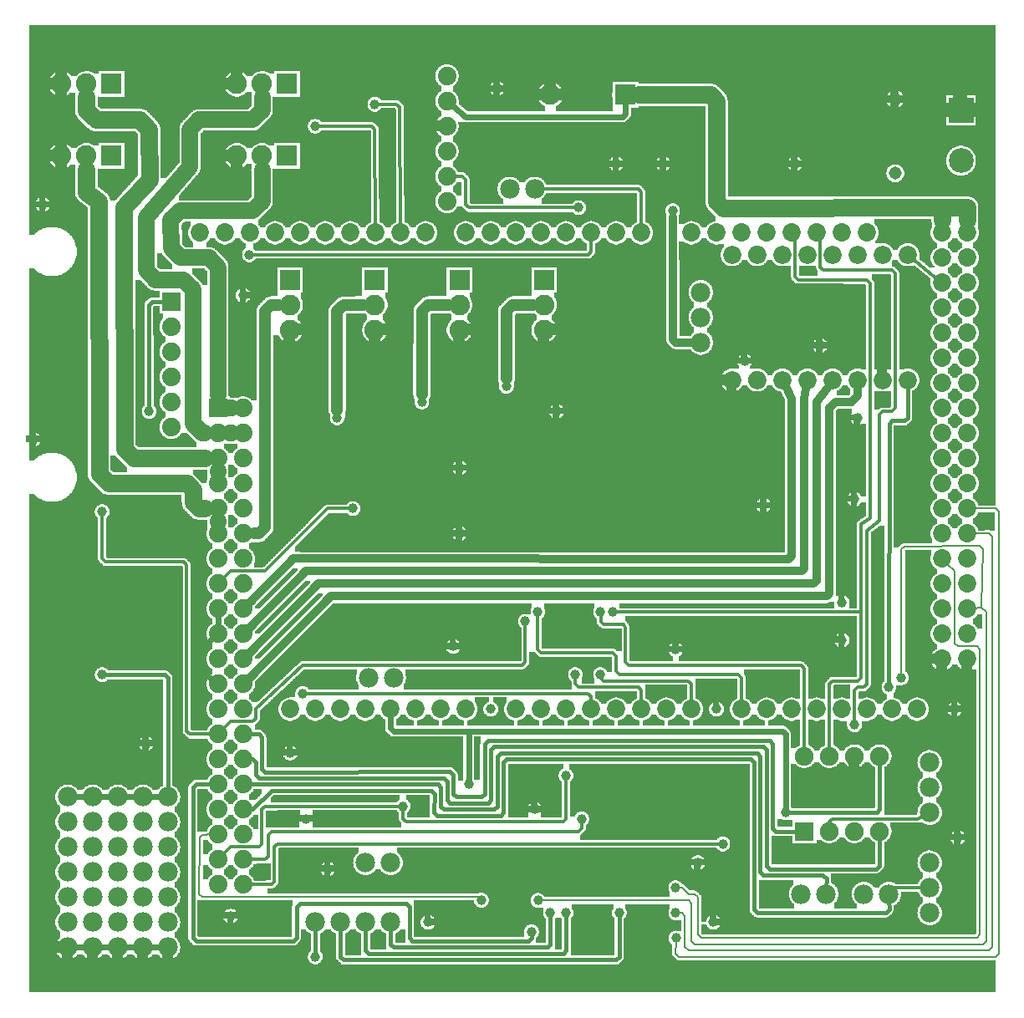
<source format=gbl>
G04 MADE WITH FRITZING*
G04 WWW.FRITZING.ORG*
G04 DOUBLE SIDED*
G04 HOLES PLATED*
G04 CONTOUR ON CENTER OF CONTOUR VECTOR*
%ASAXBY*%
%FSLAX23Y23*%
%MOIN*%
%OFA0B0*%
%SFA1.0B1.0*%
%ADD10C,0.075000*%
%ADD11C,0.039370*%
%ADD12C,0.072472*%
%ADD13C,0.072445*%
%ADD14C,0.072417*%
%ADD15C,0.074000*%
%ADD16C,0.078000*%
%ADD17C,0.072917*%
%ADD18C,0.082000*%
%ADD19C,0.051496*%
%ADD20C,0.099055*%
%ADD21R,0.074000X0.074000*%
%ADD22R,0.075000X0.075000*%
%ADD23R,0.082000X0.082000*%
%ADD24R,0.099055X0.099055*%
%ADD25C,0.024000*%
%ADD26C,0.012000*%
%ADD27C,0.016000*%
%ADD28C,0.070000*%
%ADD29C,0.008000*%
%ADD30C,0.065000*%
%ADD31C,0.032000*%
%ADD32C,0.048000*%
%ADD33R,0.001000X0.001000*%
%LNCOPPER0*%
G90*
G70*
G54D10*
X3563Y2880D03*
X3314Y2230D03*
X123Y3822D03*
X1811Y3442D03*
X1260Y1524D03*
X2158Y1526D03*
X3197Y1345D03*
X1155Y1058D03*
X2959Y1274D03*
X2018Y884D03*
X3152Y870D03*
X3009Y435D03*
X2264Y324D03*
X3593Y1728D03*
G54D11*
X1907Y3645D03*
X3094Y3345D03*
X2607Y3157D03*
X919Y2982D03*
X2244Y732D03*
X2057Y770D03*
X1182Y182D03*
X1632Y320D03*
X1844Y408D03*
X2769Y320D03*
X2807Y632D03*
X3744Y657D03*
X3519Y1295D03*
X3282Y1445D03*
X1419Y3582D03*
X1332Y1970D03*
X1757Y1870D03*
X1757Y2132D03*
X2144Y2357D03*
X1082Y995D03*
X1232Y532D03*
X519Y2357D03*
X332Y1307D03*
G54D12*
X2844Y2482D03*
X3544Y2982D03*
X3444Y2982D03*
X3344Y2982D03*
X3244Y2982D03*
X3144Y2982D03*
G54D13*
X3044Y2982D03*
X2944Y2982D03*
G54D12*
X2844Y2982D03*
G54D13*
X3544Y2482D03*
G54D14*
X3444Y2482D03*
G54D13*
X3344Y2482D03*
G54D12*
X3244Y2482D03*
G54D13*
X3144Y2482D03*
G54D14*
X3044Y2482D03*
X2944Y2482D03*
G54D11*
X2707Y557D03*
X2019Y1520D03*
X2232Y3170D03*
X2070Y407D03*
X2569Y3345D03*
X2382Y3345D03*
X57Y2245D03*
G54D15*
X607Y2794D03*
X607Y2694D03*
X607Y2594D03*
X607Y2494D03*
X607Y2394D03*
X607Y2294D03*
G54D11*
X844Y345D03*
X94Y3182D03*
X1144Y732D03*
X2394Y357D03*
X2182Y357D03*
X2119Y357D03*
X2044Y282D03*
X2620Y257D03*
X2619Y357D03*
X2619Y457D03*
X2181Y905D03*
X3469Y1257D03*
X332Y1957D03*
X894Y2820D03*
X3344Y2332D03*
X3282Y1595D03*
X2319Y1557D03*
X2619Y1407D03*
X1794Y870D03*
X1132Y1232D03*
X2219Y1307D03*
X2069Y1557D03*
X2319Y1307D03*
X2369Y1557D03*
X1732Y1420D03*
X3732Y1170D03*
X1532Y782D03*
G54D15*
X1707Y3695D03*
X1707Y3595D03*
X1707Y3495D03*
X1707Y3395D03*
X1707Y3295D03*
X1707Y3195D03*
X1707Y3695D03*
X1707Y3595D03*
X1707Y3495D03*
X1707Y3395D03*
X1707Y3295D03*
X1707Y3195D03*
G54D11*
X3057Y757D03*
X1607Y2395D03*
X1944Y2457D03*
X1269Y2332D03*
X1182Y3495D03*
X3332Y1107D03*
X1882Y1170D03*
X507Y1032D03*
X2782Y1170D03*
X3194Y2620D03*
X2969Y1982D03*
X3332Y2007D03*
G54D16*
X594Y220D03*
X494Y220D03*
X394Y220D03*
X294Y220D03*
X194Y220D03*
X594Y820D03*
X494Y820D03*
X394Y820D03*
X294Y820D03*
X194Y820D03*
X194Y620D03*
X294Y620D03*
X394Y620D03*
X494Y620D03*
X494Y320D03*
X494Y420D03*
X194Y320D03*
X194Y420D03*
X294Y320D03*
X294Y420D03*
X394Y320D03*
X394Y420D03*
X594Y320D03*
X594Y420D03*
X1182Y320D03*
X1282Y320D03*
X194Y720D03*
X294Y720D03*
X394Y720D03*
X494Y720D03*
X1482Y320D03*
X494Y520D03*
X594Y520D03*
X1494Y1295D03*
X1394Y1295D03*
X194Y520D03*
X294Y520D03*
X394Y520D03*
X594Y720D03*
X1382Y320D03*
X594Y620D03*
G54D11*
X2894Y2557D03*
G54D10*
X3132Y682D03*
X3132Y982D03*
X3232Y682D03*
X3232Y982D03*
X3332Y682D03*
X3332Y982D03*
X3432Y682D03*
X3432Y982D03*
G54D15*
X894Y2370D03*
X894Y2270D03*
X894Y2170D03*
X894Y2070D03*
X894Y1970D03*
X894Y1870D03*
X894Y1770D03*
X894Y1670D03*
X894Y1570D03*
X894Y1470D03*
X894Y1370D03*
X894Y1270D03*
X894Y1170D03*
X894Y1070D03*
X894Y970D03*
X894Y870D03*
X894Y770D03*
X894Y670D03*
X894Y570D03*
X894Y470D03*
X794Y2370D03*
X794Y2270D03*
X794Y2170D03*
X794Y2070D03*
X794Y1970D03*
X794Y1870D03*
X794Y1770D03*
X794Y1670D03*
X794Y1570D03*
X794Y1470D03*
X794Y1370D03*
X794Y1270D03*
X794Y1170D03*
X794Y1070D03*
X794Y970D03*
X794Y870D03*
X794Y770D03*
X794Y670D03*
X794Y570D03*
X794Y470D03*
G54D17*
X2982Y1170D03*
X1382Y1170D03*
X3082Y1170D03*
X3182Y1170D03*
X3282Y1170D03*
X3382Y1170D03*
X3682Y2570D03*
X3482Y1170D03*
X3582Y1170D03*
X1422Y3070D03*
X1982Y1170D03*
X2082Y1170D03*
X2182Y1170D03*
X2282Y1170D03*
X3682Y1770D03*
X2382Y1170D03*
X2482Y1170D03*
X2582Y1170D03*
X2682Y1170D03*
X2182Y3070D03*
X3682Y2970D03*
X3682Y2170D03*
X3682Y1370D03*
X1022Y3070D03*
X1782Y1170D03*
X1782Y3070D03*
X3682Y2770D03*
X3682Y2370D03*
X3682Y1970D03*
X3382Y3070D03*
X3682Y1570D03*
X3282Y3070D03*
X3182Y3070D03*
X3082Y3070D03*
X2982Y3070D03*
X2882Y3070D03*
X2782Y3070D03*
X2682Y3070D03*
X822Y3070D03*
X1222Y3070D03*
X1622Y3070D03*
X1182Y1170D03*
X1582Y1170D03*
X2382Y3070D03*
X1982Y3070D03*
X3682Y3070D03*
X3682Y2870D03*
X3682Y2670D03*
X3682Y2470D03*
X3682Y2270D03*
X3682Y2070D03*
X3682Y1870D03*
X3682Y1670D03*
X3682Y1470D03*
X722Y3070D03*
X922Y3070D03*
X1122Y3070D03*
X1322Y3070D03*
X1522Y3070D03*
X1082Y1170D03*
X1282Y1170D03*
X1482Y1170D03*
X1682Y1170D03*
X2482Y3070D03*
X2282Y3070D03*
X2082Y3070D03*
X1882Y3070D03*
X3782Y3070D03*
X3782Y2970D03*
X3782Y2870D03*
X3782Y2770D03*
X3782Y2670D03*
X3782Y2570D03*
X3782Y2470D03*
X3782Y2370D03*
X3782Y2270D03*
X3782Y2170D03*
X3782Y2070D03*
X3782Y1970D03*
X3782Y1870D03*
X3782Y1770D03*
X3782Y1670D03*
X3782Y1570D03*
X3782Y1470D03*
X3782Y1370D03*
X2882Y1170D03*
G54D18*
X1419Y2882D03*
X1419Y2782D03*
X1419Y2682D03*
X2094Y2882D03*
X2094Y2782D03*
X2094Y2682D03*
X1757Y2882D03*
X1757Y2782D03*
X1757Y2682D03*
X1082Y2882D03*
X1082Y2782D03*
X1082Y2682D03*
G54D16*
X3632Y357D03*
X3632Y457D03*
X3632Y557D03*
X3632Y957D03*
X3632Y857D03*
X3632Y757D03*
X2057Y3245D03*
X1957Y3245D03*
X2719Y2832D03*
X2719Y2732D03*
X2719Y2632D03*
X3119Y432D03*
X3219Y432D03*
X1482Y557D03*
X1382Y557D03*
X3469Y432D03*
X3369Y432D03*
G54D18*
X2417Y3620D03*
X2119Y3620D03*
G54D19*
X3494Y3307D03*
X3494Y3603D03*
G54D18*
X369Y3377D03*
X269Y3377D03*
X169Y3377D03*
X1069Y3664D03*
X969Y3664D03*
X869Y3664D03*
X369Y3664D03*
X269Y3664D03*
X169Y3664D03*
X1069Y3377D03*
X969Y3377D03*
X869Y3377D03*
G54D20*
X3757Y3557D03*
X3757Y3357D03*
G54D21*
X607Y2794D03*
G54D22*
X3132Y682D03*
G54D21*
X794Y2370D03*
G54D23*
X1419Y2882D03*
X2094Y2882D03*
X1757Y2882D03*
X1082Y2882D03*
X2418Y3620D03*
X369Y3377D03*
X1069Y3664D03*
X369Y3664D03*
X1069Y3377D03*
G54D24*
X3757Y3557D03*
G54D25*
X2407Y3533D02*
X2419Y3545D01*
D02*
X2419Y3545D02*
X2418Y3588D01*
D02*
X1781Y3533D02*
X2407Y3533D01*
D02*
X1731Y3575D02*
X1781Y3533D01*
G54D26*
D02*
X3663Y2885D02*
X3563Y2967D01*
G54D27*
D02*
X532Y2794D02*
X582Y2794D01*
D02*
X519Y2783D02*
X532Y2794D01*
D02*
X519Y2371D02*
X519Y2783D01*
G54D28*
D02*
X2782Y3595D02*
X2757Y3620D01*
D02*
X2782Y3194D02*
X2782Y3595D01*
D02*
X2757Y3620D02*
X2472Y3620D01*
D02*
X2807Y3169D02*
X2782Y3194D01*
D02*
X3682Y3170D02*
X2807Y3169D01*
D02*
X3682Y3122D02*
X3682Y3170D01*
D02*
X3682Y3170D02*
X3782Y3170D01*
D02*
X3782Y3170D02*
X3782Y3122D01*
G54D26*
D02*
X2232Y683D02*
X2245Y695D01*
D02*
X2245Y695D02*
X2245Y719D01*
D02*
X1007Y683D02*
X2232Y683D01*
D02*
X994Y669D02*
X1007Y683D01*
D02*
X994Y583D02*
X994Y669D01*
D02*
X982Y570D02*
X994Y583D01*
D02*
X920Y570D02*
X982Y570D01*
G54D27*
D02*
X1182Y295D02*
X1182Y196D01*
G54D29*
D02*
X1832Y420D02*
X732Y420D01*
D02*
X732Y420D02*
X719Y432D01*
D02*
X1835Y417D02*
X1832Y420D01*
D02*
X719Y432D02*
X720Y657D01*
D02*
X720Y657D02*
X732Y669D01*
D02*
X732Y669D02*
X769Y670D01*
G54D26*
D02*
X2793Y632D02*
X1032Y632D01*
D02*
X1032Y632D02*
X1019Y620D01*
D02*
X1019Y620D02*
X1019Y482D01*
D02*
X1019Y482D02*
X1007Y470D01*
D02*
X1007Y470D02*
X920Y470D01*
G54D29*
D02*
X3519Y1308D02*
X3519Y1807D01*
D02*
X3519Y1807D02*
X3532Y1819D01*
D02*
X3532Y1819D02*
X3832Y1821D01*
D02*
X3832Y1821D02*
X3844Y1807D01*
D02*
X3844Y1807D02*
X3838Y1575D01*
D02*
X3806Y1572D02*
X3838Y1575D01*
D02*
X3838Y1575D02*
X3857Y1557D01*
D02*
X3857Y1557D02*
X3857Y245D01*
D02*
X3857Y245D02*
X3844Y232D01*
D02*
X3844Y232D02*
X2695Y232D01*
D02*
X2695Y232D02*
X2682Y245D01*
D02*
X2682Y245D02*
X2682Y395D01*
D02*
X2682Y395D02*
X2670Y407D01*
D02*
X2670Y407D02*
X2083Y407D01*
G54D26*
D02*
X1519Y3570D02*
X1522Y3094D01*
D02*
X1506Y3582D02*
X1519Y3570D01*
D02*
X1433Y3582D02*
X1506Y3582D01*
D02*
X1231Y1970D02*
X1318Y1970D01*
D02*
X982Y1720D02*
X1231Y1970D01*
D02*
X845Y1720D02*
X982Y1720D01*
D02*
X813Y1688D02*
X845Y1720D01*
G54D25*
D02*
X264Y820D02*
X224Y820D01*
D02*
X364Y820D02*
X324Y820D01*
D02*
X464Y820D02*
X424Y820D01*
D02*
X564Y820D02*
X524Y820D01*
D02*
X564Y220D02*
X524Y220D01*
D02*
X464Y220D02*
X424Y220D01*
D02*
X364Y220D02*
X324Y220D01*
D02*
X264Y220D02*
X224Y220D01*
G54D30*
D02*
X841Y2370D02*
X848Y2370D01*
D02*
X794Y2423D02*
X794Y2933D01*
D02*
X757Y2970D02*
X644Y2970D01*
D02*
X794Y2933D02*
X757Y2970D01*
D02*
X644Y2970D02*
X607Y3008D01*
D02*
X607Y3008D02*
X606Y3120D01*
D02*
X606Y3120D02*
X644Y3157D01*
D02*
X644Y3157D02*
X932Y3157D01*
D02*
X932Y3157D02*
X970Y3195D01*
D02*
X970Y3195D02*
X970Y3322D01*
G54D27*
D02*
X594Y1295D02*
X594Y844D01*
D02*
X582Y1307D02*
X594Y1295D01*
D02*
X345Y1307D02*
X582Y1307D01*
G54D26*
D02*
X845Y1121D02*
X933Y1121D01*
D02*
X944Y1132D02*
X944Y1170D01*
D02*
X1132Y1345D02*
X2007Y1345D01*
D02*
X944Y1170D02*
X1132Y1345D01*
D02*
X933Y1121D02*
X944Y1132D01*
D02*
X2019Y1357D02*
X2019Y1506D01*
D02*
X2007Y1345D02*
X2019Y1357D01*
D02*
X812Y1088D02*
X845Y1121D01*
D02*
X2218Y3170D02*
X1795Y3170D01*
D02*
X1781Y3282D02*
X1769Y3295D01*
D02*
X1781Y3183D02*
X1781Y3282D01*
D02*
X1795Y3170D02*
X1781Y3183D01*
D02*
X1769Y3295D02*
X1732Y3295D01*
G54D25*
D02*
X732Y1420D02*
X732Y1319D01*
D02*
X732Y1319D02*
X770Y1289D01*
D02*
X770Y1450D02*
X732Y1420D01*
D02*
X794Y1501D02*
X794Y1539D01*
G54D26*
D02*
X2470Y3245D02*
X2081Y3245D01*
D02*
X2482Y3232D02*
X2470Y3245D01*
D02*
X2482Y3070D02*
X2482Y3232D01*
D02*
X2507Y3070D02*
X2482Y3070D01*
G54D30*
D02*
X794Y1916D02*
X794Y1923D01*
D02*
X794Y2116D02*
X794Y2123D01*
D02*
X848Y2270D02*
X841Y2270D01*
G54D27*
D02*
X2394Y182D02*
X2394Y344D01*
D02*
X2382Y170D02*
X2394Y182D01*
D02*
X1282Y182D02*
X1294Y170D01*
D02*
X1294Y170D02*
X2382Y170D01*
D02*
X1282Y295D02*
X1282Y182D01*
D02*
X2182Y207D02*
X2182Y344D01*
D02*
X2170Y194D02*
X2182Y207D01*
D02*
X1382Y207D02*
X1395Y194D01*
D02*
X1395Y194D02*
X2170Y194D01*
D02*
X1382Y295D02*
X1382Y207D01*
D02*
X2119Y233D02*
X2119Y344D01*
D02*
X2107Y220D02*
X2119Y233D01*
D02*
X1482Y233D02*
X1494Y220D01*
D02*
X1494Y220D02*
X2107Y220D01*
D02*
X1482Y295D02*
X1482Y233D01*
D02*
X2044Y258D02*
X2032Y245D01*
D02*
X2044Y269D02*
X2044Y258D01*
D02*
X1107Y258D02*
X1095Y245D01*
D02*
X1120Y395D02*
X1107Y382D01*
D02*
X1557Y258D02*
X1557Y382D01*
D02*
X1557Y382D02*
X1544Y395D01*
D02*
X1107Y382D02*
X1107Y258D01*
D02*
X1544Y395D02*
X1120Y395D01*
D02*
X1569Y245D02*
X1557Y258D01*
D02*
X2032Y245D02*
X1569Y245D01*
D02*
X707Y245D02*
X694Y258D01*
D02*
X694Y258D02*
X694Y858D01*
D02*
X1095Y245D02*
X707Y245D01*
D02*
X694Y858D02*
X707Y870D01*
D02*
X707Y870D02*
X769Y870D01*
G54D29*
D02*
X2644Y458D02*
X2670Y432D01*
D02*
X2670Y432D02*
X2694Y432D01*
D02*
X2707Y420D02*
X2707Y270D01*
D02*
X2694Y432D02*
X2707Y420D01*
D02*
X2707Y270D02*
X2720Y257D01*
D02*
X2720Y257D02*
X3820Y257D01*
D02*
X2633Y457D02*
X2644Y458D01*
D02*
X3820Y257D02*
X3832Y270D01*
D02*
X3832Y270D02*
X3832Y808D01*
D02*
X3832Y808D02*
X3832Y1407D01*
D02*
X3832Y1407D02*
X3820Y1420D01*
D02*
X3820Y1420D02*
X3744Y1420D01*
D02*
X3744Y1420D02*
X3732Y1432D01*
D02*
X3732Y1432D02*
X3732Y1720D01*
D02*
X3732Y1720D02*
X3699Y1752D01*
G54D26*
D02*
X1532Y732D02*
X1532Y769D01*
D02*
X1544Y720D02*
X1532Y732D01*
D02*
X2170Y720D02*
X1544Y720D01*
D02*
X2181Y733D02*
X2170Y720D01*
D02*
X2181Y892D02*
X2181Y733D01*
G54D27*
D02*
X3470Y2307D02*
X3469Y1271D01*
D02*
X3482Y2320D02*
X3470Y2307D01*
D02*
X3532Y2320D02*
X3482Y2320D01*
D02*
X3544Y2332D02*
X3532Y2320D01*
D02*
X3544Y2458D02*
X3544Y2332D01*
G54D26*
D02*
X682Y1070D02*
X769Y1070D01*
D02*
X669Y1082D02*
X682Y1070D01*
D02*
X669Y1745D02*
X669Y1082D01*
D02*
X657Y1757D02*
X669Y1745D01*
D02*
X344Y1757D02*
X657Y1757D01*
D02*
X332Y1770D02*
X344Y1757D01*
D02*
X332Y1944D02*
X332Y1770D01*
D02*
X3582Y732D02*
X3610Y746D01*
D02*
X3244Y732D02*
X3582Y732D01*
D02*
X3231Y720D02*
X3244Y732D01*
D02*
X3232Y705D02*
X3231Y720D01*
D02*
X2270Y2982D02*
X932Y2982D01*
D02*
X2283Y2995D02*
X2270Y2982D01*
D02*
X2282Y3045D02*
X2283Y2995D01*
G54D25*
D02*
X1794Y889D02*
X1794Y1083D01*
G54D31*
D02*
X3220Y1620D02*
X1245Y1620D01*
D02*
X920Y1296D02*
X1245Y1620D01*
D02*
X1195Y1670D02*
X3169Y1670D01*
D02*
X920Y1396D02*
X1195Y1670D01*
D02*
X1144Y1720D02*
X3120Y1720D01*
D02*
X920Y1496D02*
X1144Y1720D01*
D02*
X1094Y1770D02*
X3069Y1769D01*
D02*
X920Y1596D02*
X1094Y1770D01*
G54D26*
D02*
X2383Y1557D02*
X3357Y1557D01*
G54D31*
D02*
X2608Y2644D02*
X2607Y3133D01*
D02*
X2619Y2632D02*
X2608Y2644D01*
D02*
X2684Y2632D02*
X2619Y2632D01*
G54D26*
D02*
X2332Y1282D02*
X2669Y1282D01*
D02*
X2319Y1295D02*
X2332Y1282D01*
D02*
X2669Y1282D02*
X2681Y1270D01*
D02*
X2681Y1270D02*
X2682Y1194D01*
D02*
X2320Y1294D02*
X2319Y1295D01*
D02*
X2482Y1245D02*
X2482Y1194D01*
D02*
X2232Y1257D02*
X2470Y1257D01*
D02*
X2470Y1257D02*
X2482Y1245D01*
D02*
X2219Y1270D02*
X2232Y1257D01*
D02*
X2219Y1294D02*
X2219Y1270D01*
D02*
X3357Y1295D02*
X3345Y1283D01*
D02*
X3232Y1270D02*
X3232Y1005D01*
D02*
X3244Y1283D02*
X3232Y1270D01*
D02*
X3345Y1283D02*
X3244Y1283D01*
D02*
X3357Y1557D02*
X3357Y1295D01*
D02*
X3357Y1907D02*
X3357Y1557D01*
D02*
X3395Y1932D02*
X3357Y1907D01*
D02*
X3394Y2869D02*
X3395Y1932D01*
D02*
X3381Y2882D02*
X3394Y2869D01*
D02*
X3107Y2882D02*
X3381Y2882D01*
D02*
X3095Y2894D02*
X3107Y2882D01*
D02*
X3095Y3070D02*
X3095Y2894D01*
D02*
X3107Y3070D02*
X3095Y3070D01*
D02*
X969Y632D02*
X957Y620D01*
D02*
X969Y770D02*
X969Y632D01*
D02*
X982Y782D02*
X969Y770D01*
D02*
X1518Y782D02*
X982Y782D01*
D02*
X844Y620D02*
X812Y588D01*
D02*
X957Y620D02*
X844Y620D01*
D02*
X2069Y1544D02*
X2069Y1407D01*
D02*
X2882Y1295D02*
X2882Y1194D01*
D02*
X2869Y1308D02*
X2882Y1295D01*
D02*
X2395Y1308D02*
X2869Y1308D01*
D02*
X2382Y1320D02*
X2395Y1308D01*
D02*
X2382Y1382D02*
X2382Y1320D01*
D02*
X2369Y1395D02*
X2382Y1382D01*
D02*
X2082Y1395D02*
X2369Y1395D01*
D02*
X2069Y1407D02*
X2082Y1395D01*
G54D27*
D02*
X3432Y770D02*
X3432Y959D01*
D02*
X3420Y757D02*
X3432Y770D01*
G54D25*
D02*
X3057Y1070D02*
X3057Y776D01*
G54D27*
D02*
X3420Y757D02*
X3070Y757D01*
G54D26*
D02*
X3482Y457D02*
X3607Y457D01*
D02*
X3469Y445D02*
X3482Y457D01*
D02*
X3469Y457D02*
X3469Y445D01*
G54D25*
D02*
X1794Y1083D02*
X1494Y1083D01*
D02*
X3045Y1083D02*
X1794Y1083D01*
D02*
X3057Y1070D02*
X3045Y1083D01*
D02*
X1482Y1094D02*
X1494Y1083D01*
D02*
X1482Y1140D02*
X1482Y1094D01*
G54D32*
D02*
X1294Y2782D02*
X1269Y2758D01*
D02*
X1269Y2758D02*
X1269Y2362D01*
D02*
X1376Y2782D02*
X1294Y2782D01*
D02*
X957Y1870D02*
X937Y1870D01*
D02*
X981Y1895D02*
X957Y1870D01*
D02*
X981Y2757D02*
X981Y1895D01*
D02*
X1006Y2782D02*
X981Y2757D01*
D02*
X1039Y2782D02*
X1006Y2782D01*
D02*
X1632Y2782D02*
X1714Y2782D01*
D02*
X1607Y2757D02*
X1632Y2782D01*
D02*
X1607Y2425D02*
X1607Y2757D01*
D02*
X1969Y2782D02*
X1944Y2757D01*
D02*
X1944Y2757D02*
X1944Y2487D01*
D02*
X2051Y2782D02*
X1969Y2782D01*
G54D31*
D02*
X3344Y2420D02*
X3344Y2447D01*
D02*
X3320Y2395D02*
X3344Y2420D01*
D02*
X3257Y2395D02*
X3320Y2395D01*
D02*
X3232Y2370D02*
X3257Y2395D01*
D02*
X3232Y1633D02*
X3232Y2370D01*
D02*
X3220Y1620D02*
X3232Y1633D01*
D02*
X3182Y2395D02*
X3224Y2453D01*
D02*
X3181Y1682D02*
X3182Y2395D01*
D02*
X3169Y1670D02*
X3181Y1682D01*
D02*
X3069Y1769D02*
X3082Y1783D01*
D02*
X3082Y1783D02*
X3082Y2407D01*
D02*
X3082Y2407D02*
X3060Y2451D01*
D02*
X3120Y1720D02*
X3132Y1732D01*
D02*
X3132Y1732D02*
X3132Y2407D01*
D02*
X3132Y2407D02*
X3139Y2447D01*
G54D26*
D02*
X3132Y1332D02*
X3120Y1344D01*
D02*
X2419Y1495D02*
X2412Y1507D01*
D02*
X2419Y1357D02*
X2419Y1495D01*
D02*
X2431Y1344D02*
X2419Y1357D01*
D02*
X2332Y1507D02*
X2320Y1519D01*
D02*
X2320Y1519D02*
X2320Y1544D01*
D02*
X2412Y1507D02*
X2332Y1507D01*
D02*
X3120Y1344D02*
X2431Y1344D01*
D02*
X3132Y1005D02*
X3132Y1332D01*
G54D30*
D02*
X656Y2882D02*
X544Y2882D01*
D02*
X694Y2845D02*
X656Y2882D01*
D02*
X544Y2882D02*
X507Y2920D01*
D02*
X507Y2920D02*
X507Y3132D01*
D02*
X694Y2307D02*
X694Y2845D01*
D02*
X732Y2270D02*
X694Y2307D01*
D02*
X507Y3132D02*
X682Y3333D01*
D02*
X741Y2270D02*
X732Y2270D01*
D02*
X970Y3558D02*
X970Y3610D01*
D02*
X932Y3520D02*
X970Y3558D01*
D02*
X682Y3482D02*
X719Y3520D01*
D02*
X719Y3520D02*
X932Y3520D01*
D02*
X682Y3333D02*
X682Y3482D01*
G54D28*
D02*
X420Y2207D02*
X419Y3170D01*
D02*
X457Y2170D02*
X420Y2207D01*
D02*
X269Y3558D02*
X269Y3610D01*
D02*
X482Y3520D02*
X307Y3520D01*
D02*
X519Y3482D02*
X482Y3520D01*
D02*
X307Y3520D02*
X269Y3558D01*
D02*
X520Y3282D02*
X519Y3482D01*
D02*
X419Y3170D02*
X520Y3282D01*
D02*
X741Y2170D02*
X457Y2170D01*
D02*
X357Y2070D02*
X320Y2107D01*
D02*
X670Y2070D02*
X357Y2070D01*
D02*
X320Y2107D02*
X319Y3194D01*
D02*
X694Y1995D02*
X694Y2045D01*
D02*
X694Y2045D02*
X670Y2070D01*
D02*
X719Y1970D02*
X694Y1995D01*
D02*
X741Y1970D02*
X719Y1970D01*
D02*
X269Y3232D02*
X269Y3322D01*
D02*
X319Y3194D02*
X269Y3232D01*
G54D26*
D02*
X1407Y3495D02*
X1195Y3495D01*
D02*
X1419Y3482D02*
X1407Y3495D01*
D02*
X1422Y3094D02*
X1419Y3482D01*
D02*
X1532Y3070D02*
X1522Y3070D01*
D02*
X3382Y1269D02*
X3369Y1257D01*
D02*
X3381Y1883D02*
X3382Y1269D01*
D02*
X3344Y1257D02*
X3332Y1245D01*
D02*
X3369Y1257D02*
X3344Y1257D01*
D02*
X3332Y1245D02*
X3332Y1121D01*
D02*
X3432Y1920D02*
X3381Y1883D01*
D02*
X3432Y2345D02*
X3432Y1920D01*
D02*
X3482Y2357D02*
X3444Y2357D01*
D02*
X3444Y2357D02*
X3432Y2345D01*
D02*
X3495Y2370D02*
X3482Y2357D01*
D02*
X3494Y2907D02*
X3495Y2370D01*
D02*
X3481Y2920D02*
X3494Y2907D01*
D02*
X3207Y2920D02*
X3481Y2920D01*
D02*
X3195Y2932D02*
X3207Y2920D01*
D02*
X3194Y3070D02*
X3195Y2932D01*
D02*
X3207Y3070D02*
X3194Y3070D01*
G54D27*
D02*
X3470Y370D02*
X3469Y408D01*
D02*
X3457Y358D02*
X3470Y370D01*
D02*
X2944Y358D02*
X3457Y358D01*
D02*
X2932Y370D02*
X2944Y358D01*
D02*
X1920Y995D02*
X2945Y995D01*
D02*
X1907Y982D02*
X1920Y995D01*
D02*
X1907Y782D02*
X1907Y982D01*
D02*
X1894Y770D02*
X1907Y782D01*
D02*
X1695Y770D02*
X1894Y770D01*
D02*
X2956Y982D02*
X2956Y520D01*
D02*
X2956Y520D02*
X2969Y507D01*
D02*
X2945Y995D02*
X2956Y982D01*
D02*
X2969Y507D02*
X3206Y507D01*
D02*
X3206Y507D02*
X3220Y495D01*
D02*
X1682Y782D02*
X1695Y770D01*
D02*
X1682Y857D02*
X1682Y782D01*
D02*
X1670Y870D02*
X1682Y857D01*
D02*
X3220Y495D02*
X3219Y457D01*
D02*
X920Y870D02*
X1670Y870D01*
D02*
X1007Y844D02*
X932Y770D01*
D02*
X1644Y845D02*
X1007Y844D01*
D02*
X1657Y832D02*
X1644Y845D01*
D02*
X1656Y757D02*
X1657Y832D01*
D02*
X1669Y745D02*
X1656Y757D01*
D02*
X2919Y970D02*
X1944Y970D01*
D02*
X2932Y957D02*
X2919Y970D01*
D02*
X1944Y970D02*
X1932Y957D01*
D02*
X1932Y957D02*
X1932Y757D01*
D02*
X1932Y757D02*
X1920Y745D01*
D02*
X1920Y745D02*
X1669Y745D01*
D02*
X932Y770D02*
X920Y770D01*
D02*
X2932Y370D02*
X2932Y957D01*
G54D29*
D02*
X3869Y207D02*
X3882Y220D01*
D02*
X3869Y1870D02*
X3807Y1870D01*
D02*
X2644Y358D02*
X2656Y345D01*
D02*
X2656Y345D02*
X2656Y220D01*
D02*
X2656Y220D02*
X2670Y207D01*
D02*
X2670Y207D02*
X3869Y207D01*
D02*
X2633Y357D02*
X2644Y358D01*
D02*
X3882Y220D02*
X3882Y1857D01*
D02*
X3882Y1857D02*
X3869Y1870D01*
D02*
X3907Y195D02*
X3907Y1957D01*
D02*
X3907Y1957D02*
X3895Y1970D01*
D02*
X2619Y195D02*
X2632Y183D01*
D02*
X2632Y183D02*
X3894Y182D01*
D02*
X2620Y243D02*
X2619Y195D01*
D02*
X3894Y182D02*
X3907Y195D01*
D02*
X3895Y1970D02*
X3807Y1970D01*
G54D27*
D02*
X1719Y920D02*
X1732Y907D01*
D02*
X1744Y820D02*
X1844Y820D01*
D02*
X1844Y820D02*
X1857Y832D01*
D02*
X1732Y832D02*
X1744Y820D01*
D02*
X3006Y694D02*
X3019Y683D01*
D02*
X3019Y683D02*
X3109Y682D01*
D02*
X3006Y1033D02*
X3006Y694D01*
D02*
X2995Y1045D02*
X3006Y1033D01*
D02*
X1870Y1045D02*
X2995Y1045D01*
D02*
X1857Y1033D02*
X1870Y1045D01*
D02*
X1857Y832D02*
X1857Y1033D01*
D02*
X1732Y907D02*
X1732Y832D01*
D02*
X982Y919D02*
X1719Y920D01*
D02*
X969Y1057D02*
X969Y932D01*
D02*
X969Y932D02*
X982Y919D01*
D02*
X957Y1070D02*
X969Y1057D01*
D02*
X920Y1070D02*
X957Y1070D01*
D02*
X957Y895D02*
X1695Y894D01*
D02*
X944Y908D02*
X957Y895D01*
D02*
X944Y957D02*
X944Y908D01*
D02*
X932Y970D02*
X944Y957D01*
D02*
X1708Y883D02*
X1707Y808D01*
D02*
X1707Y808D02*
X1719Y795D01*
D02*
X1695Y894D02*
X1708Y883D01*
D02*
X2995Y532D02*
X3419Y532D01*
D02*
X2982Y1007D02*
X2982Y545D01*
D02*
X2982Y545D02*
X2995Y532D01*
D02*
X2969Y1020D02*
X2982Y1007D01*
D02*
X1894Y1020D02*
X2969Y1020D01*
D02*
X1881Y1007D02*
X1894Y1020D01*
D02*
X1881Y808D02*
X1881Y1007D01*
D02*
X1870Y795D02*
X1881Y808D01*
D02*
X1719Y795D02*
X1870Y795D01*
D02*
X3432Y544D02*
X3432Y659D01*
D02*
X3419Y532D02*
X3432Y544D01*
D02*
X920Y970D02*
X932Y970D01*
G54D26*
D02*
X2282Y1220D02*
X2269Y1232D01*
D02*
X2282Y1194D02*
X2282Y1220D01*
D02*
X2269Y1232D02*
X1145Y1232D01*
G36*
X1746Y3271D02*
X1746Y3267D01*
X1744Y3267D01*
X1744Y3265D01*
X1742Y3265D01*
X1742Y3263D01*
X1740Y3263D01*
X1740Y3261D01*
X1738Y3261D01*
X1738Y3259D01*
X1736Y3259D01*
X1736Y3257D01*
X1734Y3257D01*
X1734Y3255D01*
X1730Y3255D01*
X1730Y3235D01*
X1732Y3235D01*
X1732Y3233D01*
X1736Y3233D01*
X1736Y3231D01*
X1738Y3231D01*
X1738Y3229D01*
X1740Y3229D01*
X1740Y3227D01*
X1742Y3227D01*
X1742Y3225D01*
X1744Y3225D01*
X1744Y3223D01*
X1746Y3223D01*
X1746Y3219D01*
X1766Y3219D01*
X1766Y3271D01*
X1746Y3271D01*
G37*
D02*
G36*
X3410Y3125D02*
X3410Y3105D01*
X3414Y3105D01*
X3414Y3103D01*
X3416Y3103D01*
X3416Y3099D01*
X3418Y3099D01*
X3418Y3097D01*
X3420Y3097D01*
X3420Y3095D01*
X3422Y3095D01*
X3422Y3091D01*
X3424Y3091D01*
X3424Y3087D01*
X3426Y3087D01*
X3426Y3081D01*
X3428Y3081D01*
X3428Y3059D01*
X3426Y3059D01*
X3426Y3053D01*
X3424Y3053D01*
X3424Y3049D01*
X3422Y3049D01*
X3422Y3045D01*
X3420Y3045D01*
X3420Y3043D01*
X3418Y3043D01*
X3418Y3039D01*
X3416Y3039D01*
X3416Y3037D01*
X3414Y3037D01*
X3414Y3029D01*
X3550Y3029D01*
X3550Y3027D01*
X3558Y3027D01*
X3558Y3025D01*
X3564Y3025D01*
X3564Y3023D01*
X3568Y3023D01*
X3568Y3021D01*
X3570Y3021D01*
X3570Y3019D01*
X3574Y3019D01*
X3574Y3017D01*
X3576Y3017D01*
X3576Y3015D01*
X3578Y3015D01*
X3578Y3013D01*
X3580Y3013D01*
X3580Y3011D01*
X3582Y3011D01*
X3582Y3007D01*
X3584Y3007D01*
X3584Y3003D01*
X3586Y3003D01*
X3586Y3001D01*
X3588Y3001D01*
X3588Y2993D01*
X3590Y2993D01*
X3590Y2965D01*
X3592Y2965D01*
X3592Y2963D01*
X3594Y2963D01*
X3594Y2961D01*
X3596Y2961D01*
X3596Y2959D01*
X3600Y2959D01*
X3600Y2957D01*
X3602Y2957D01*
X3602Y2955D01*
X3604Y2955D01*
X3604Y2953D01*
X3606Y2953D01*
X3606Y2951D01*
X3610Y2951D01*
X3610Y2949D01*
X3612Y2949D01*
X3612Y2947D01*
X3614Y2947D01*
X3614Y2945D01*
X3616Y2945D01*
X3616Y2943D01*
X3618Y2943D01*
X3618Y2941D01*
X3622Y2941D01*
X3622Y2939D01*
X3624Y2939D01*
X3624Y2937D01*
X3626Y2937D01*
X3626Y2935D01*
X3628Y2935D01*
X3628Y2933D01*
X3632Y2933D01*
X3632Y2931D01*
X3652Y2931D01*
X3652Y2935D01*
X3650Y2935D01*
X3650Y2937D01*
X3648Y2937D01*
X3648Y2939D01*
X3646Y2939D01*
X3646Y2941D01*
X3644Y2941D01*
X3644Y2945D01*
X3642Y2945D01*
X3642Y2949D01*
X3640Y2949D01*
X3640Y2953D01*
X3638Y2953D01*
X3638Y2959D01*
X3636Y2959D01*
X3636Y2981D01*
X3638Y2981D01*
X3638Y2987D01*
X3640Y2987D01*
X3640Y2991D01*
X3642Y2991D01*
X3642Y2995D01*
X3644Y2995D01*
X3644Y2997D01*
X3646Y2997D01*
X3646Y3001D01*
X3648Y3001D01*
X3648Y3003D01*
X3650Y3003D01*
X3650Y3005D01*
X3654Y3005D01*
X3654Y3007D01*
X3656Y3007D01*
X3656Y3009D01*
X3660Y3009D01*
X3660Y3029D01*
X3658Y3029D01*
X3658Y3031D01*
X3656Y3031D01*
X3656Y3033D01*
X3652Y3033D01*
X3652Y3035D01*
X3650Y3035D01*
X3650Y3037D01*
X3648Y3037D01*
X3648Y3039D01*
X3646Y3039D01*
X3646Y3041D01*
X3644Y3041D01*
X3644Y3045D01*
X3642Y3045D01*
X3642Y3049D01*
X3640Y3049D01*
X3640Y3053D01*
X3638Y3053D01*
X3638Y3059D01*
X3636Y3059D01*
X3636Y3081D01*
X3638Y3081D01*
X3638Y3087D01*
X3640Y3087D01*
X3640Y3111D01*
X3638Y3111D01*
X3638Y3125D01*
X3410Y3125D01*
G37*
D02*
G36*
X3414Y3029D02*
X3414Y3027D01*
X3438Y3027D01*
X3438Y3029D01*
X3414Y3029D01*
G37*
D02*
G36*
X3450Y3029D02*
X3450Y3027D01*
X3458Y3027D01*
X3458Y3025D01*
X3464Y3025D01*
X3464Y3023D01*
X3468Y3023D01*
X3468Y3021D01*
X3470Y3021D01*
X3470Y3019D01*
X3474Y3019D01*
X3474Y3017D01*
X3476Y3017D01*
X3476Y3015D01*
X3478Y3015D01*
X3478Y3013D01*
X3480Y3013D01*
X3480Y3011D01*
X3482Y3011D01*
X3482Y3007D01*
X3484Y3007D01*
X3484Y3003D01*
X3504Y3003D01*
X3504Y3007D01*
X3506Y3007D01*
X3506Y3009D01*
X3508Y3009D01*
X3508Y3011D01*
X3510Y3011D01*
X3510Y3015D01*
X3512Y3015D01*
X3512Y3017D01*
X3516Y3017D01*
X3516Y3019D01*
X3518Y3019D01*
X3518Y3021D01*
X3522Y3021D01*
X3522Y3023D01*
X3524Y3023D01*
X3524Y3025D01*
X3530Y3025D01*
X3530Y3027D01*
X3538Y3027D01*
X3538Y3029D01*
X3450Y3029D01*
G37*
D02*
G36*
X660Y3115D02*
X660Y3113D01*
X658Y3113D01*
X658Y3111D01*
X656Y3111D01*
X656Y3109D01*
X654Y3109D01*
X654Y3107D01*
X652Y3107D01*
X652Y3105D01*
X650Y3105D01*
X650Y3103D01*
X648Y3103D01*
X648Y3081D01*
X650Y3081D01*
X650Y3023D01*
X652Y3023D01*
X652Y3021D01*
X654Y3021D01*
X654Y3019D01*
X656Y3019D01*
X656Y3017D01*
X658Y3017D01*
X658Y3015D01*
X660Y3015D01*
X660Y3013D01*
X696Y3013D01*
X696Y3033D01*
X692Y3033D01*
X692Y3035D01*
X690Y3035D01*
X690Y3037D01*
X688Y3037D01*
X688Y3039D01*
X686Y3039D01*
X686Y3041D01*
X684Y3041D01*
X684Y3045D01*
X682Y3045D01*
X682Y3049D01*
X680Y3049D01*
X680Y3051D01*
X678Y3051D01*
X678Y3059D01*
X676Y3059D01*
X676Y3081D01*
X678Y3081D01*
X678Y3087D01*
X680Y3087D01*
X680Y3091D01*
X682Y3091D01*
X682Y3095D01*
X684Y3095D01*
X684Y3115D01*
X660Y3115D01*
G37*
D02*
G36*
X3722Y3049D02*
X3722Y3045D01*
X3720Y3045D01*
X3720Y3043D01*
X3718Y3043D01*
X3718Y3039D01*
X3716Y3039D01*
X3716Y3037D01*
X3714Y3037D01*
X3714Y3035D01*
X3712Y3035D01*
X3712Y3033D01*
X3708Y3033D01*
X3708Y3031D01*
X3706Y3031D01*
X3706Y3029D01*
X3704Y3029D01*
X3704Y3009D01*
X3708Y3009D01*
X3708Y3007D01*
X3710Y3007D01*
X3710Y3005D01*
X3714Y3005D01*
X3714Y3003D01*
X3716Y3003D01*
X3716Y2999D01*
X3718Y2999D01*
X3718Y2997D01*
X3720Y2997D01*
X3720Y2995D01*
X3722Y2995D01*
X3722Y2991D01*
X3742Y2991D01*
X3742Y2995D01*
X3744Y2995D01*
X3744Y2997D01*
X3746Y2997D01*
X3746Y3001D01*
X3748Y3001D01*
X3748Y3003D01*
X3750Y3003D01*
X3750Y3005D01*
X3754Y3005D01*
X3754Y3007D01*
X3756Y3007D01*
X3756Y3009D01*
X3760Y3009D01*
X3760Y3029D01*
X3758Y3029D01*
X3758Y3031D01*
X3756Y3031D01*
X3756Y3033D01*
X3752Y3033D01*
X3752Y3035D01*
X3750Y3035D01*
X3750Y3037D01*
X3748Y3037D01*
X3748Y3039D01*
X3746Y3039D01*
X3746Y3041D01*
X3744Y3041D01*
X3744Y3045D01*
X3742Y3045D01*
X3742Y3049D01*
X3722Y3049D01*
G37*
D02*
G36*
X550Y2989D02*
X550Y2935D01*
X552Y2935D01*
X552Y2933D01*
X554Y2933D01*
X554Y2931D01*
X556Y2931D01*
X556Y2929D01*
X558Y2929D01*
X558Y2927D01*
X560Y2927D01*
X560Y2925D01*
X610Y2925D01*
X610Y2945D01*
X608Y2945D01*
X608Y2947D01*
X606Y2947D01*
X606Y2949D01*
X604Y2949D01*
X604Y2951D01*
X602Y2951D01*
X602Y2953D01*
X600Y2953D01*
X600Y2955D01*
X598Y2955D01*
X598Y2957D01*
X596Y2957D01*
X596Y2959D01*
X594Y2959D01*
X594Y2961D01*
X592Y2961D01*
X592Y2963D01*
X590Y2963D01*
X590Y2965D01*
X588Y2965D01*
X588Y2967D01*
X586Y2967D01*
X586Y2969D01*
X584Y2969D01*
X584Y2971D01*
X582Y2971D01*
X582Y2973D01*
X580Y2973D01*
X580Y2975D01*
X578Y2975D01*
X578Y2977D01*
X576Y2977D01*
X576Y2979D01*
X574Y2979D01*
X574Y2983D01*
X572Y2983D01*
X572Y2985D01*
X570Y2985D01*
X570Y2989D01*
X550Y2989D01*
G37*
D02*
G36*
X3484Y2961D02*
X3484Y2957D01*
X3482Y2957D01*
X3482Y2935D01*
X3490Y2935D01*
X3490Y2933D01*
X3492Y2933D01*
X3492Y2931D01*
X3494Y2931D01*
X3494Y2929D01*
X3496Y2929D01*
X3496Y2927D01*
X3498Y2927D01*
X3498Y2925D01*
X3500Y2925D01*
X3500Y2923D01*
X3502Y2923D01*
X3502Y2921D01*
X3504Y2921D01*
X3504Y2919D01*
X3506Y2919D01*
X3506Y2917D01*
X3508Y2917D01*
X3508Y2913D01*
X3510Y2913D01*
X3510Y2529D01*
X3550Y2529D01*
X3550Y2527D01*
X3558Y2527D01*
X3558Y2525D01*
X3564Y2525D01*
X3564Y2523D01*
X3568Y2523D01*
X3568Y2521D01*
X3570Y2521D01*
X3570Y2519D01*
X3574Y2519D01*
X3574Y2517D01*
X3576Y2517D01*
X3576Y2515D01*
X3578Y2515D01*
X3578Y2513D01*
X3580Y2513D01*
X3580Y2511D01*
X3582Y2511D01*
X3582Y2507D01*
X3584Y2507D01*
X3584Y2503D01*
X3586Y2503D01*
X3586Y2501D01*
X3588Y2501D01*
X3588Y2493D01*
X3590Y2493D01*
X3590Y2471D01*
X3588Y2471D01*
X3588Y2465D01*
X3586Y2465D01*
X3586Y2461D01*
X3584Y2461D01*
X3584Y2457D01*
X3582Y2457D01*
X3582Y2455D01*
X3580Y2455D01*
X3580Y2453D01*
X3578Y2453D01*
X3578Y2449D01*
X3576Y2449D01*
X3576Y2447D01*
X3572Y2447D01*
X3572Y2445D01*
X3570Y2445D01*
X3570Y2443D01*
X3566Y2443D01*
X3566Y2441D01*
X3562Y2441D01*
X3562Y2325D01*
X3560Y2325D01*
X3560Y2323D01*
X3558Y2323D01*
X3558Y2319D01*
X3556Y2319D01*
X3556Y2317D01*
X3554Y2317D01*
X3554Y2315D01*
X3552Y2315D01*
X3552Y2313D01*
X3550Y2313D01*
X3550Y2311D01*
X3548Y2311D01*
X3548Y2309D01*
X3546Y2309D01*
X3546Y2307D01*
X3542Y2307D01*
X3542Y2305D01*
X3540Y2305D01*
X3540Y2303D01*
X3490Y2303D01*
X3490Y2301D01*
X3488Y2301D01*
X3488Y1815D01*
X3508Y1815D01*
X3508Y1817D01*
X3510Y1817D01*
X3510Y1819D01*
X3512Y1819D01*
X3512Y1821D01*
X3514Y1821D01*
X3514Y1823D01*
X3516Y1823D01*
X3516Y1825D01*
X3518Y1825D01*
X3518Y1827D01*
X3522Y1827D01*
X3522Y1829D01*
X3524Y1829D01*
X3524Y1831D01*
X3526Y1831D01*
X3526Y1833D01*
X3640Y1833D01*
X3640Y1853D01*
X3638Y1853D01*
X3638Y1859D01*
X3636Y1859D01*
X3636Y1881D01*
X3638Y1881D01*
X3638Y1887D01*
X3640Y1887D01*
X3640Y1891D01*
X3642Y1891D01*
X3642Y1895D01*
X3644Y1895D01*
X3644Y1897D01*
X3646Y1897D01*
X3646Y1901D01*
X3648Y1901D01*
X3648Y1903D01*
X3650Y1903D01*
X3650Y1905D01*
X3654Y1905D01*
X3654Y1907D01*
X3656Y1907D01*
X3656Y1909D01*
X3660Y1909D01*
X3660Y1929D01*
X3658Y1929D01*
X3658Y1931D01*
X3656Y1931D01*
X3656Y1933D01*
X3652Y1933D01*
X3652Y1935D01*
X3650Y1935D01*
X3650Y1937D01*
X3648Y1937D01*
X3648Y1939D01*
X3646Y1939D01*
X3646Y1941D01*
X3644Y1941D01*
X3644Y1945D01*
X3642Y1945D01*
X3642Y1949D01*
X3640Y1949D01*
X3640Y1953D01*
X3638Y1953D01*
X3638Y1959D01*
X3636Y1959D01*
X3636Y1981D01*
X3638Y1981D01*
X3638Y1987D01*
X3640Y1987D01*
X3640Y1991D01*
X3642Y1991D01*
X3642Y1995D01*
X3644Y1995D01*
X3644Y1997D01*
X3646Y1997D01*
X3646Y2001D01*
X3648Y2001D01*
X3648Y2003D01*
X3650Y2003D01*
X3650Y2005D01*
X3654Y2005D01*
X3654Y2007D01*
X3656Y2007D01*
X3656Y2009D01*
X3660Y2009D01*
X3660Y2029D01*
X3658Y2029D01*
X3658Y2031D01*
X3656Y2031D01*
X3656Y2033D01*
X3652Y2033D01*
X3652Y2035D01*
X3650Y2035D01*
X3650Y2037D01*
X3648Y2037D01*
X3648Y2039D01*
X3646Y2039D01*
X3646Y2041D01*
X3644Y2041D01*
X3644Y2045D01*
X3642Y2045D01*
X3642Y2049D01*
X3640Y2049D01*
X3640Y2053D01*
X3638Y2053D01*
X3638Y2059D01*
X3636Y2059D01*
X3636Y2081D01*
X3638Y2081D01*
X3638Y2087D01*
X3640Y2087D01*
X3640Y2091D01*
X3642Y2091D01*
X3642Y2095D01*
X3644Y2095D01*
X3644Y2097D01*
X3646Y2097D01*
X3646Y2101D01*
X3648Y2101D01*
X3648Y2103D01*
X3650Y2103D01*
X3650Y2105D01*
X3654Y2105D01*
X3654Y2107D01*
X3656Y2107D01*
X3656Y2109D01*
X3660Y2109D01*
X3660Y2129D01*
X3658Y2129D01*
X3658Y2131D01*
X3656Y2131D01*
X3656Y2133D01*
X3652Y2133D01*
X3652Y2135D01*
X3650Y2135D01*
X3650Y2137D01*
X3648Y2137D01*
X3648Y2139D01*
X3646Y2139D01*
X3646Y2141D01*
X3644Y2141D01*
X3644Y2145D01*
X3642Y2145D01*
X3642Y2149D01*
X3640Y2149D01*
X3640Y2153D01*
X3638Y2153D01*
X3638Y2159D01*
X3636Y2159D01*
X3636Y2181D01*
X3638Y2181D01*
X3638Y2187D01*
X3640Y2187D01*
X3640Y2191D01*
X3642Y2191D01*
X3642Y2195D01*
X3644Y2195D01*
X3644Y2197D01*
X3646Y2197D01*
X3646Y2201D01*
X3648Y2201D01*
X3648Y2203D01*
X3650Y2203D01*
X3650Y2205D01*
X3654Y2205D01*
X3654Y2207D01*
X3656Y2207D01*
X3656Y2209D01*
X3660Y2209D01*
X3660Y2229D01*
X3658Y2229D01*
X3658Y2231D01*
X3656Y2231D01*
X3656Y2233D01*
X3652Y2233D01*
X3652Y2235D01*
X3650Y2235D01*
X3650Y2237D01*
X3648Y2237D01*
X3648Y2239D01*
X3646Y2239D01*
X3646Y2241D01*
X3644Y2241D01*
X3644Y2245D01*
X3642Y2245D01*
X3642Y2249D01*
X3640Y2249D01*
X3640Y2253D01*
X3638Y2253D01*
X3638Y2259D01*
X3636Y2259D01*
X3636Y2281D01*
X3638Y2281D01*
X3638Y2287D01*
X3640Y2287D01*
X3640Y2291D01*
X3642Y2291D01*
X3642Y2295D01*
X3644Y2295D01*
X3644Y2297D01*
X3646Y2297D01*
X3646Y2301D01*
X3648Y2301D01*
X3648Y2303D01*
X3650Y2303D01*
X3650Y2305D01*
X3654Y2305D01*
X3654Y2307D01*
X3656Y2307D01*
X3656Y2309D01*
X3660Y2309D01*
X3660Y2329D01*
X3658Y2329D01*
X3658Y2331D01*
X3656Y2331D01*
X3656Y2333D01*
X3652Y2333D01*
X3652Y2335D01*
X3650Y2335D01*
X3650Y2337D01*
X3648Y2337D01*
X3648Y2339D01*
X3646Y2339D01*
X3646Y2341D01*
X3644Y2341D01*
X3644Y2345D01*
X3642Y2345D01*
X3642Y2349D01*
X3640Y2349D01*
X3640Y2353D01*
X3638Y2353D01*
X3638Y2359D01*
X3636Y2359D01*
X3636Y2381D01*
X3638Y2381D01*
X3638Y2387D01*
X3640Y2387D01*
X3640Y2391D01*
X3642Y2391D01*
X3642Y2395D01*
X3644Y2395D01*
X3644Y2397D01*
X3646Y2397D01*
X3646Y2401D01*
X3648Y2401D01*
X3648Y2403D01*
X3650Y2403D01*
X3650Y2405D01*
X3654Y2405D01*
X3654Y2407D01*
X3656Y2407D01*
X3656Y2409D01*
X3660Y2409D01*
X3660Y2429D01*
X3658Y2429D01*
X3658Y2431D01*
X3656Y2431D01*
X3656Y2433D01*
X3652Y2433D01*
X3652Y2435D01*
X3650Y2435D01*
X3650Y2437D01*
X3648Y2437D01*
X3648Y2439D01*
X3646Y2439D01*
X3646Y2441D01*
X3644Y2441D01*
X3644Y2445D01*
X3642Y2445D01*
X3642Y2449D01*
X3640Y2449D01*
X3640Y2453D01*
X3638Y2453D01*
X3638Y2459D01*
X3636Y2459D01*
X3636Y2481D01*
X3638Y2481D01*
X3638Y2487D01*
X3640Y2487D01*
X3640Y2491D01*
X3642Y2491D01*
X3642Y2495D01*
X3644Y2495D01*
X3644Y2497D01*
X3646Y2497D01*
X3646Y2501D01*
X3648Y2501D01*
X3648Y2503D01*
X3650Y2503D01*
X3650Y2505D01*
X3654Y2505D01*
X3654Y2507D01*
X3656Y2507D01*
X3656Y2509D01*
X3660Y2509D01*
X3660Y2529D01*
X3658Y2529D01*
X3658Y2531D01*
X3656Y2531D01*
X3656Y2533D01*
X3652Y2533D01*
X3652Y2535D01*
X3650Y2535D01*
X3650Y2537D01*
X3648Y2537D01*
X3648Y2539D01*
X3646Y2539D01*
X3646Y2541D01*
X3644Y2541D01*
X3644Y2545D01*
X3642Y2545D01*
X3642Y2549D01*
X3640Y2549D01*
X3640Y2553D01*
X3638Y2553D01*
X3638Y2559D01*
X3636Y2559D01*
X3636Y2581D01*
X3638Y2581D01*
X3638Y2587D01*
X3640Y2587D01*
X3640Y2591D01*
X3642Y2591D01*
X3642Y2595D01*
X3644Y2595D01*
X3644Y2597D01*
X3646Y2597D01*
X3646Y2601D01*
X3648Y2601D01*
X3648Y2603D01*
X3650Y2603D01*
X3650Y2605D01*
X3654Y2605D01*
X3654Y2607D01*
X3656Y2607D01*
X3656Y2609D01*
X3660Y2609D01*
X3660Y2629D01*
X3658Y2629D01*
X3658Y2631D01*
X3656Y2631D01*
X3656Y2633D01*
X3652Y2633D01*
X3652Y2635D01*
X3650Y2635D01*
X3650Y2637D01*
X3648Y2637D01*
X3648Y2639D01*
X3646Y2639D01*
X3646Y2641D01*
X3644Y2641D01*
X3644Y2645D01*
X3642Y2645D01*
X3642Y2649D01*
X3640Y2649D01*
X3640Y2653D01*
X3638Y2653D01*
X3638Y2659D01*
X3636Y2659D01*
X3636Y2681D01*
X3638Y2681D01*
X3638Y2687D01*
X3640Y2687D01*
X3640Y2691D01*
X3642Y2691D01*
X3642Y2695D01*
X3644Y2695D01*
X3644Y2697D01*
X3646Y2697D01*
X3646Y2701D01*
X3648Y2701D01*
X3648Y2703D01*
X3650Y2703D01*
X3650Y2705D01*
X3654Y2705D01*
X3654Y2707D01*
X3656Y2707D01*
X3656Y2709D01*
X3660Y2709D01*
X3660Y2729D01*
X3658Y2729D01*
X3658Y2731D01*
X3656Y2731D01*
X3656Y2733D01*
X3652Y2733D01*
X3652Y2735D01*
X3650Y2735D01*
X3650Y2737D01*
X3648Y2737D01*
X3648Y2739D01*
X3646Y2739D01*
X3646Y2741D01*
X3644Y2741D01*
X3644Y2745D01*
X3642Y2745D01*
X3642Y2749D01*
X3640Y2749D01*
X3640Y2753D01*
X3638Y2753D01*
X3638Y2759D01*
X3636Y2759D01*
X3636Y2781D01*
X3638Y2781D01*
X3638Y2787D01*
X3640Y2787D01*
X3640Y2791D01*
X3642Y2791D01*
X3642Y2795D01*
X3644Y2795D01*
X3644Y2797D01*
X3646Y2797D01*
X3646Y2801D01*
X3648Y2801D01*
X3648Y2803D01*
X3650Y2803D01*
X3650Y2805D01*
X3654Y2805D01*
X3654Y2807D01*
X3656Y2807D01*
X3656Y2809D01*
X3660Y2809D01*
X3660Y2829D01*
X3658Y2829D01*
X3658Y2831D01*
X3656Y2831D01*
X3656Y2833D01*
X3652Y2833D01*
X3652Y2835D01*
X3650Y2835D01*
X3650Y2837D01*
X3648Y2837D01*
X3648Y2839D01*
X3646Y2839D01*
X3646Y2841D01*
X3644Y2841D01*
X3644Y2845D01*
X3642Y2845D01*
X3642Y2849D01*
X3640Y2849D01*
X3640Y2853D01*
X3638Y2853D01*
X3638Y2859D01*
X3636Y2859D01*
X3636Y2887D01*
X3634Y2887D01*
X3634Y2889D01*
X3632Y2889D01*
X3632Y2891D01*
X3630Y2891D01*
X3630Y2893D01*
X3628Y2893D01*
X3628Y2895D01*
X3624Y2895D01*
X3624Y2897D01*
X3622Y2897D01*
X3622Y2899D01*
X3620Y2899D01*
X3620Y2901D01*
X3618Y2901D01*
X3618Y2903D01*
X3614Y2903D01*
X3614Y2905D01*
X3612Y2905D01*
X3612Y2907D01*
X3610Y2907D01*
X3610Y2909D01*
X3608Y2909D01*
X3608Y2911D01*
X3606Y2911D01*
X3606Y2913D01*
X3602Y2913D01*
X3602Y2915D01*
X3600Y2915D01*
X3600Y2917D01*
X3598Y2917D01*
X3598Y2919D01*
X3596Y2919D01*
X3596Y2921D01*
X3592Y2921D01*
X3592Y2923D01*
X3590Y2923D01*
X3590Y2925D01*
X3588Y2925D01*
X3588Y2927D01*
X3586Y2927D01*
X3586Y2929D01*
X3584Y2929D01*
X3584Y2931D01*
X3580Y2931D01*
X3580Y2933D01*
X3578Y2933D01*
X3578Y2935D01*
X3576Y2935D01*
X3576Y2937D01*
X3532Y2937D01*
X3532Y2939D01*
X3526Y2939D01*
X3526Y2941D01*
X3522Y2941D01*
X3522Y2943D01*
X3518Y2943D01*
X3518Y2945D01*
X3516Y2945D01*
X3516Y2947D01*
X3514Y2947D01*
X3514Y2949D01*
X3512Y2949D01*
X3512Y2951D01*
X3510Y2951D01*
X3510Y2953D01*
X3508Y2953D01*
X3508Y2955D01*
X3506Y2955D01*
X3506Y2959D01*
X3504Y2959D01*
X3504Y2961D01*
X3484Y2961D01*
G37*
D02*
G36*
X3510Y2529D02*
X3510Y2525D01*
X3530Y2525D01*
X3530Y2527D01*
X3538Y2527D01*
X3538Y2529D01*
X3510Y2529D01*
G37*
D02*
G36*
X3722Y2949D02*
X3722Y2945D01*
X3720Y2945D01*
X3720Y2943D01*
X3718Y2943D01*
X3718Y2939D01*
X3716Y2939D01*
X3716Y2937D01*
X3714Y2937D01*
X3714Y2935D01*
X3712Y2935D01*
X3712Y2933D01*
X3708Y2933D01*
X3708Y2931D01*
X3706Y2931D01*
X3706Y2929D01*
X3704Y2929D01*
X3704Y2909D01*
X3708Y2909D01*
X3708Y2907D01*
X3710Y2907D01*
X3710Y2905D01*
X3714Y2905D01*
X3714Y2903D01*
X3716Y2903D01*
X3716Y2899D01*
X3718Y2899D01*
X3718Y2897D01*
X3720Y2897D01*
X3720Y2895D01*
X3722Y2895D01*
X3722Y2891D01*
X3742Y2891D01*
X3742Y2895D01*
X3744Y2895D01*
X3744Y2897D01*
X3746Y2897D01*
X3746Y2901D01*
X3748Y2901D01*
X3748Y2903D01*
X3750Y2903D01*
X3750Y2905D01*
X3754Y2905D01*
X3754Y2907D01*
X3756Y2907D01*
X3756Y2909D01*
X3760Y2909D01*
X3760Y2929D01*
X3758Y2929D01*
X3758Y2931D01*
X3756Y2931D01*
X3756Y2933D01*
X3752Y2933D01*
X3752Y2935D01*
X3750Y2935D01*
X3750Y2937D01*
X3748Y2937D01*
X3748Y2939D01*
X3746Y2939D01*
X3746Y2941D01*
X3744Y2941D01*
X3744Y2945D01*
X3742Y2945D01*
X3742Y2949D01*
X3722Y2949D01*
G37*
D02*
G36*
X3110Y2939D02*
X3110Y2937D01*
X3132Y2937D01*
X3132Y2939D01*
X3110Y2939D01*
G37*
D02*
G36*
X3156Y2939D02*
X3156Y2937D01*
X3178Y2937D01*
X3178Y2939D01*
X3156Y2939D01*
G37*
D02*
G36*
X3110Y2937D02*
X3110Y2935D01*
X3178Y2935D01*
X3178Y2937D01*
X3110Y2937D01*
G37*
D02*
G36*
X3110Y2937D02*
X3110Y2935D01*
X3178Y2935D01*
X3178Y2937D01*
X3110Y2937D01*
G37*
D02*
G36*
X3110Y2935D02*
X3110Y2901D01*
X3112Y2901D01*
X3112Y2899D01*
X3186Y2899D01*
X3186Y2919D01*
X3184Y2919D01*
X3184Y2921D01*
X3182Y2921D01*
X3182Y2925D01*
X3180Y2925D01*
X3180Y2929D01*
X3178Y2929D01*
X3178Y2935D01*
X3110Y2935D01*
G37*
D02*
G36*
X690Y2927D02*
X690Y2907D01*
X692Y2907D01*
X692Y2905D01*
X694Y2905D01*
X694Y2903D01*
X696Y2903D01*
X696Y2901D01*
X698Y2901D01*
X698Y2899D01*
X700Y2899D01*
X700Y2897D01*
X702Y2897D01*
X702Y2895D01*
X704Y2895D01*
X704Y2893D01*
X706Y2893D01*
X706Y2891D01*
X708Y2891D01*
X708Y2889D01*
X710Y2889D01*
X710Y2887D01*
X712Y2887D01*
X712Y2885D01*
X714Y2885D01*
X714Y2883D01*
X716Y2883D01*
X716Y2881D01*
X718Y2881D01*
X718Y2879D01*
X720Y2879D01*
X720Y2877D01*
X722Y2877D01*
X722Y2875D01*
X724Y2875D01*
X724Y2873D01*
X726Y2873D01*
X726Y2871D01*
X728Y2871D01*
X728Y2869D01*
X730Y2869D01*
X730Y2865D01*
X732Y2865D01*
X732Y2861D01*
X752Y2861D01*
X752Y2915D01*
X750Y2915D01*
X750Y2917D01*
X748Y2917D01*
X748Y2919D01*
X746Y2919D01*
X746Y2921D01*
X744Y2921D01*
X744Y2923D01*
X742Y2923D01*
X742Y2925D01*
X740Y2925D01*
X740Y2927D01*
X690Y2927D01*
G37*
D02*
G36*
X3400Y2905D02*
X3400Y2885D01*
X3402Y2885D01*
X3402Y2883D01*
X3404Y2883D01*
X3404Y2881D01*
X3406Y2881D01*
X3406Y2879D01*
X3408Y2879D01*
X3408Y2875D01*
X3410Y2875D01*
X3410Y2529D01*
X3450Y2529D01*
X3450Y2527D01*
X3458Y2527D01*
X3458Y2525D01*
X3478Y2525D01*
X3478Y2901D01*
X3476Y2901D01*
X3476Y2903D01*
X3474Y2903D01*
X3474Y2905D01*
X3400Y2905D01*
G37*
D02*
G36*
X3410Y2529D02*
X3410Y2525D01*
X3430Y2525D01*
X3430Y2527D01*
X3438Y2527D01*
X3438Y2529D01*
X3410Y2529D01*
G37*
D02*
G36*
X464Y2883D02*
X464Y2327D01*
X516Y2327D01*
X516Y2329D01*
X508Y2329D01*
X508Y2331D01*
X504Y2331D01*
X504Y2333D01*
X502Y2333D01*
X502Y2335D01*
X498Y2335D01*
X498Y2339D01*
X496Y2339D01*
X496Y2341D01*
X494Y2341D01*
X494Y2345D01*
X492Y2345D01*
X492Y2349D01*
X490Y2349D01*
X490Y2365D01*
X492Y2365D01*
X492Y2371D01*
X494Y2371D01*
X494Y2375D01*
X496Y2375D01*
X496Y2377D01*
X498Y2377D01*
X498Y2379D01*
X500Y2379D01*
X500Y2381D01*
X502Y2381D01*
X502Y2655D01*
X500Y2655D01*
X500Y2785D01*
X502Y2785D01*
X502Y2791D01*
X504Y2791D01*
X504Y2793D01*
X506Y2793D01*
X506Y2797D01*
X510Y2797D01*
X510Y2799D01*
X512Y2799D01*
X512Y2801D01*
X514Y2801D01*
X514Y2803D01*
X516Y2803D01*
X516Y2805D01*
X518Y2805D01*
X518Y2807D01*
X520Y2807D01*
X520Y2809D01*
X524Y2809D01*
X524Y2811D01*
X530Y2811D01*
X530Y2813D01*
X560Y2813D01*
X560Y2839D01*
X538Y2839D01*
X538Y2841D01*
X530Y2841D01*
X530Y2843D01*
X526Y2843D01*
X526Y2845D01*
X522Y2845D01*
X522Y2847D01*
X518Y2847D01*
X518Y2849D01*
X516Y2849D01*
X516Y2851D01*
X514Y2851D01*
X514Y2853D01*
X512Y2853D01*
X512Y2855D01*
X510Y2855D01*
X510Y2857D01*
X508Y2857D01*
X508Y2859D01*
X506Y2859D01*
X506Y2861D01*
X504Y2861D01*
X504Y2863D01*
X502Y2863D01*
X502Y2865D01*
X500Y2865D01*
X500Y2867D01*
X498Y2867D01*
X498Y2869D01*
X496Y2869D01*
X496Y2871D01*
X494Y2871D01*
X494Y2873D01*
X492Y2873D01*
X492Y2875D01*
X490Y2875D01*
X490Y2877D01*
X488Y2877D01*
X488Y2879D01*
X486Y2879D01*
X486Y2881D01*
X484Y2881D01*
X484Y2883D01*
X464Y2883D01*
G37*
D02*
G36*
X538Y2777D02*
X538Y2775D01*
X536Y2775D01*
X536Y2663D01*
X538Y2663D01*
X538Y2379D01*
X540Y2379D01*
X540Y2377D01*
X542Y2377D01*
X542Y2375D01*
X544Y2375D01*
X544Y2371D01*
X546Y2371D01*
X546Y2367D01*
X548Y2367D01*
X548Y2347D01*
X546Y2347D01*
X546Y2343D01*
X544Y2343D01*
X544Y2339D01*
X542Y2339D01*
X542Y2337D01*
X540Y2337D01*
X540Y2335D01*
X538Y2335D01*
X538Y2333D01*
X534Y2333D01*
X534Y2331D01*
X530Y2331D01*
X530Y2329D01*
X522Y2329D01*
X522Y2327D01*
X574Y2327D01*
X574Y2329D01*
X578Y2329D01*
X578Y2331D01*
X580Y2331D01*
X580Y2333D01*
X582Y2333D01*
X582Y2335D01*
X584Y2335D01*
X584Y2355D01*
X580Y2355D01*
X580Y2357D01*
X578Y2357D01*
X578Y2359D01*
X576Y2359D01*
X576Y2361D01*
X574Y2361D01*
X574Y2363D01*
X572Y2363D01*
X572Y2365D01*
X570Y2365D01*
X570Y2367D01*
X568Y2367D01*
X568Y2371D01*
X566Y2371D01*
X566Y2373D01*
X564Y2373D01*
X564Y2379D01*
X562Y2379D01*
X562Y2387D01*
X560Y2387D01*
X560Y2403D01*
X562Y2403D01*
X562Y2409D01*
X564Y2409D01*
X564Y2415D01*
X566Y2415D01*
X566Y2419D01*
X568Y2419D01*
X568Y2421D01*
X570Y2421D01*
X570Y2423D01*
X572Y2423D01*
X572Y2427D01*
X574Y2427D01*
X574Y2429D01*
X578Y2429D01*
X578Y2431D01*
X580Y2431D01*
X580Y2433D01*
X582Y2433D01*
X582Y2435D01*
X584Y2435D01*
X584Y2455D01*
X580Y2455D01*
X580Y2457D01*
X578Y2457D01*
X578Y2459D01*
X576Y2459D01*
X576Y2461D01*
X574Y2461D01*
X574Y2463D01*
X572Y2463D01*
X572Y2465D01*
X570Y2465D01*
X570Y2467D01*
X568Y2467D01*
X568Y2471D01*
X566Y2471D01*
X566Y2473D01*
X564Y2473D01*
X564Y2479D01*
X562Y2479D01*
X562Y2487D01*
X560Y2487D01*
X560Y2503D01*
X562Y2503D01*
X562Y2509D01*
X564Y2509D01*
X564Y2515D01*
X566Y2515D01*
X566Y2519D01*
X568Y2519D01*
X568Y2521D01*
X570Y2521D01*
X570Y2523D01*
X572Y2523D01*
X572Y2527D01*
X574Y2527D01*
X574Y2529D01*
X578Y2529D01*
X578Y2531D01*
X580Y2531D01*
X580Y2533D01*
X582Y2533D01*
X582Y2535D01*
X584Y2535D01*
X584Y2555D01*
X580Y2555D01*
X580Y2557D01*
X578Y2557D01*
X578Y2559D01*
X576Y2559D01*
X576Y2561D01*
X574Y2561D01*
X574Y2563D01*
X572Y2563D01*
X572Y2565D01*
X570Y2565D01*
X570Y2567D01*
X568Y2567D01*
X568Y2571D01*
X566Y2571D01*
X566Y2573D01*
X564Y2573D01*
X564Y2579D01*
X562Y2579D01*
X562Y2587D01*
X560Y2587D01*
X560Y2603D01*
X562Y2603D01*
X562Y2609D01*
X564Y2609D01*
X564Y2615D01*
X566Y2615D01*
X566Y2619D01*
X568Y2619D01*
X568Y2621D01*
X570Y2621D01*
X570Y2623D01*
X572Y2623D01*
X572Y2627D01*
X574Y2627D01*
X574Y2629D01*
X578Y2629D01*
X578Y2631D01*
X580Y2631D01*
X580Y2633D01*
X582Y2633D01*
X582Y2635D01*
X584Y2635D01*
X584Y2655D01*
X580Y2655D01*
X580Y2657D01*
X578Y2657D01*
X578Y2659D01*
X576Y2659D01*
X576Y2661D01*
X574Y2661D01*
X574Y2663D01*
X572Y2663D01*
X572Y2665D01*
X570Y2665D01*
X570Y2667D01*
X568Y2667D01*
X568Y2671D01*
X566Y2671D01*
X566Y2673D01*
X564Y2673D01*
X564Y2679D01*
X562Y2679D01*
X562Y2687D01*
X560Y2687D01*
X560Y2703D01*
X562Y2703D01*
X562Y2709D01*
X564Y2709D01*
X564Y2715D01*
X566Y2715D01*
X566Y2719D01*
X568Y2719D01*
X568Y2721D01*
X570Y2721D01*
X570Y2723D01*
X572Y2723D01*
X572Y2727D01*
X574Y2727D01*
X574Y2747D01*
X560Y2747D01*
X560Y2777D01*
X538Y2777D01*
G37*
D02*
G36*
X464Y2327D02*
X464Y2325D01*
X572Y2325D01*
X572Y2327D01*
X464Y2327D01*
G37*
D02*
G36*
X464Y2327D02*
X464Y2325D01*
X572Y2325D01*
X572Y2327D01*
X464Y2327D01*
G37*
D02*
G36*
X464Y2325D02*
X464Y2247D01*
X598Y2247D01*
X598Y2249D01*
X592Y2249D01*
X592Y2251D01*
X586Y2251D01*
X586Y2253D01*
X584Y2253D01*
X584Y2255D01*
X580Y2255D01*
X580Y2257D01*
X578Y2257D01*
X578Y2259D01*
X576Y2259D01*
X576Y2261D01*
X574Y2261D01*
X574Y2263D01*
X572Y2263D01*
X572Y2265D01*
X570Y2265D01*
X570Y2267D01*
X568Y2267D01*
X568Y2271D01*
X566Y2271D01*
X566Y2273D01*
X564Y2273D01*
X564Y2279D01*
X562Y2279D01*
X562Y2287D01*
X560Y2287D01*
X560Y2303D01*
X562Y2303D01*
X562Y2309D01*
X564Y2309D01*
X564Y2315D01*
X566Y2315D01*
X566Y2319D01*
X568Y2319D01*
X568Y2321D01*
X570Y2321D01*
X570Y2323D01*
X572Y2323D01*
X572Y2325D01*
X464Y2325D01*
G37*
D02*
G36*
X648Y2273D02*
X648Y2269D01*
X646Y2269D01*
X646Y2267D01*
X644Y2267D01*
X644Y2265D01*
X642Y2265D01*
X642Y2261D01*
X640Y2261D01*
X640Y2259D01*
X636Y2259D01*
X636Y2257D01*
X634Y2257D01*
X634Y2255D01*
X632Y2255D01*
X632Y2253D01*
X628Y2253D01*
X628Y2251D01*
X622Y2251D01*
X622Y2249D01*
X616Y2249D01*
X616Y2247D01*
X694Y2247D01*
X694Y2249D01*
X692Y2249D01*
X692Y2251D01*
X690Y2251D01*
X690Y2253D01*
X688Y2253D01*
X688Y2255D01*
X686Y2255D01*
X686Y2257D01*
X684Y2257D01*
X684Y2259D01*
X682Y2259D01*
X682Y2261D01*
X680Y2261D01*
X680Y2263D01*
X678Y2263D01*
X678Y2265D01*
X676Y2265D01*
X676Y2267D01*
X674Y2267D01*
X674Y2269D01*
X672Y2269D01*
X672Y2271D01*
X670Y2271D01*
X670Y2273D01*
X648Y2273D01*
G37*
D02*
G36*
X464Y2247D02*
X464Y2245D01*
X696Y2245D01*
X696Y2247D01*
X464Y2247D01*
G37*
D02*
G36*
X464Y2247D02*
X464Y2245D01*
X696Y2245D01*
X696Y2247D01*
X464Y2247D01*
G37*
D02*
G36*
X464Y2245D02*
X464Y2225D01*
X466Y2225D01*
X466Y2223D01*
X468Y2223D01*
X468Y2221D01*
X470Y2221D01*
X470Y2219D01*
X472Y2219D01*
X472Y2217D01*
X474Y2217D01*
X474Y2215D01*
X708Y2215D01*
X708Y2235D01*
X706Y2235D01*
X706Y2237D01*
X704Y2237D01*
X704Y2239D01*
X702Y2239D01*
X702Y2241D01*
X700Y2241D01*
X700Y2243D01*
X698Y2243D01*
X698Y2245D01*
X464Y2245D01*
G37*
D02*
G36*
X3722Y2849D02*
X3722Y2845D01*
X3720Y2845D01*
X3720Y2843D01*
X3718Y2843D01*
X3718Y2839D01*
X3716Y2839D01*
X3716Y2837D01*
X3714Y2837D01*
X3714Y2835D01*
X3712Y2835D01*
X3712Y2833D01*
X3708Y2833D01*
X3708Y2831D01*
X3706Y2831D01*
X3706Y2829D01*
X3704Y2829D01*
X3704Y2809D01*
X3708Y2809D01*
X3708Y2807D01*
X3710Y2807D01*
X3710Y2805D01*
X3714Y2805D01*
X3714Y2803D01*
X3716Y2803D01*
X3716Y2799D01*
X3718Y2799D01*
X3718Y2797D01*
X3720Y2797D01*
X3720Y2795D01*
X3722Y2795D01*
X3722Y2791D01*
X3742Y2791D01*
X3742Y2795D01*
X3744Y2795D01*
X3744Y2797D01*
X3746Y2797D01*
X3746Y2801D01*
X3748Y2801D01*
X3748Y2803D01*
X3750Y2803D01*
X3750Y2805D01*
X3754Y2805D01*
X3754Y2807D01*
X3756Y2807D01*
X3756Y2809D01*
X3760Y2809D01*
X3760Y2829D01*
X3758Y2829D01*
X3758Y2831D01*
X3756Y2831D01*
X3756Y2833D01*
X3752Y2833D01*
X3752Y2835D01*
X3750Y2835D01*
X3750Y2837D01*
X3748Y2837D01*
X3748Y2839D01*
X3746Y2839D01*
X3746Y2841D01*
X3744Y2841D01*
X3744Y2845D01*
X3742Y2845D01*
X3742Y2849D01*
X3722Y2849D01*
G37*
D02*
G36*
X3722Y2749D02*
X3722Y2745D01*
X3720Y2745D01*
X3720Y2743D01*
X3718Y2743D01*
X3718Y2739D01*
X3716Y2739D01*
X3716Y2737D01*
X3714Y2737D01*
X3714Y2735D01*
X3712Y2735D01*
X3712Y2733D01*
X3708Y2733D01*
X3708Y2731D01*
X3706Y2731D01*
X3706Y2729D01*
X3704Y2729D01*
X3704Y2709D01*
X3708Y2709D01*
X3708Y2707D01*
X3710Y2707D01*
X3710Y2705D01*
X3714Y2705D01*
X3714Y2703D01*
X3716Y2703D01*
X3716Y2699D01*
X3718Y2699D01*
X3718Y2697D01*
X3720Y2697D01*
X3720Y2695D01*
X3722Y2695D01*
X3722Y2691D01*
X3742Y2691D01*
X3742Y2695D01*
X3744Y2695D01*
X3744Y2697D01*
X3746Y2697D01*
X3746Y2701D01*
X3748Y2701D01*
X3748Y2703D01*
X3750Y2703D01*
X3750Y2705D01*
X3754Y2705D01*
X3754Y2707D01*
X3756Y2707D01*
X3756Y2709D01*
X3760Y2709D01*
X3760Y2729D01*
X3758Y2729D01*
X3758Y2731D01*
X3756Y2731D01*
X3756Y2733D01*
X3752Y2733D01*
X3752Y2735D01*
X3750Y2735D01*
X3750Y2737D01*
X3748Y2737D01*
X3748Y2739D01*
X3746Y2739D01*
X3746Y2741D01*
X3744Y2741D01*
X3744Y2745D01*
X3742Y2745D01*
X3742Y2749D01*
X3722Y2749D01*
G37*
D02*
G36*
X3722Y2649D02*
X3722Y2645D01*
X3720Y2645D01*
X3720Y2643D01*
X3718Y2643D01*
X3718Y2639D01*
X3716Y2639D01*
X3716Y2637D01*
X3714Y2637D01*
X3714Y2635D01*
X3712Y2635D01*
X3712Y2633D01*
X3708Y2633D01*
X3708Y2631D01*
X3706Y2631D01*
X3706Y2629D01*
X3704Y2629D01*
X3704Y2609D01*
X3708Y2609D01*
X3708Y2607D01*
X3710Y2607D01*
X3710Y2605D01*
X3714Y2605D01*
X3714Y2603D01*
X3716Y2603D01*
X3716Y2599D01*
X3718Y2599D01*
X3718Y2597D01*
X3720Y2597D01*
X3720Y2595D01*
X3722Y2595D01*
X3722Y2591D01*
X3742Y2591D01*
X3742Y2595D01*
X3744Y2595D01*
X3744Y2597D01*
X3746Y2597D01*
X3746Y2601D01*
X3748Y2601D01*
X3748Y2603D01*
X3750Y2603D01*
X3750Y2605D01*
X3754Y2605D01*
X3754Y2607D01*
X3756Y2607D01*
X3756Y2609D01*
X3760Y2609D01*
X3760Y2629D01*
X3758Y2629D01*
X3758Y2631D01*
X3756Y2631D01*
X3756Y2633D01*
X3752Y2633D01*
X3752Y2635D01*
X3750Y2635D01*
X3750Y2637D01*
X3748Y2637D01*
X3748Y2639D01*
X3746Y2639D01*
X3746Y2641D01*
X3744Y2641D01*
X3744Y2645D01*
X3742Y2645D01*
X3742Y2649D01*
X3722Y2649D01*
G37*
D02*
G36*
X3722Y2549D02*
X3722Y2545D01*
X3720Y2545D01*
X3720Y2543D01*
X3718Y2543D01*
X3718Y2539D01*
X3716Y2539D01*
X3716Y2537D01*
X3714Y2537D01*
X3714Y2535D01*
X3712Y2535D01*
X3712Y2533D01*
X3708Y2533D01*
X3708Y2531D01*
X3706Y2531D01*
X3706Y2529D01*
X3704Y2529D01*
X3704Y2509D01*
X3708Y2509D01*
X3708Y2507D01*
X3710Y2507D01*
X3710Y2505D01*
X3714Y2505D01*
X3714Y2503D01*
X3716Y2503D01*
X3716Y2499D01*
X3718Y2499D01*
X3718Y2497D01*
X3720Y2497D01*
X3720Y2495D01*
X3722Y2495D01*
X3722Y2491D01*
X3742Y2491D01*
X3742Y2495D01*
X3744Y2495D01*
X3744Y2497D01*
X3746Y2497D01*
X3746Y2501D01*
X3748Y2501D01*
X3748Y2503D01*
X3750Y2503D01*
X3750Y2505D01*
X3754Y2505D01*
X3754Y2507D01*
X3756Y2507D01*
X3756Y2509D01*
X3760Y2509D01*
X3760Y2529D01*
X3758Y2529D01*
X3758Y2531D01*
X3756Y2531D01*
X3756Y2533D01*
X3752Y2533D01*
X3752Y2535D01*
X3750Y2535D01*
X3750Y2537D01*
X3748Y2537D01*
X3748Y2539D01*
X3746Y2539D01*
X3746Y2541D01*
X3744Y2541D01*
X3744Y2545D01*
X3742Y2545D01*
X3742Y2549D01*
X3722Y2549D01*
G37*
D02*
G36*
X3284Y2461D02*
X3284Y2457D01*
X3282Y2457D01*
X3282Y2455D01*
X3280Y2455D01*
X3280Y2451D01*
X3278Y2451D01*
X3278Y2449D01*
X3276Y2449D01*
X3276Y2447D01*
X3272Y2447D01*
X3272Y2445D01*
X3270Y2445D01*
X3270Y2443D01*
X3266Y2443D01*
X3266Y2441D01*
X3262Y2441D01*
X3262Y2421D01*
X3310Y2421D01*
X3310Y2423D01*
X3312Y2423D01*
X3312Y2425D01*
X3314Y2425D01*
X3314Y2427D01*
X3316Y2427D01*
X3316Y2447D01*
X3314Y2447D01*
X3314Y2449D01*
X3312Y2449D01*
X3312Y2451D01*
X3310Y2451D01*
X3310Y2453D01*
X3308Y2453D01*
X3308Y2455D01*
X3306Y2455D01*
X3306Y2459D01*
X3304Y2459D01*
X3304Y2461D01*
X3284Y2461D01*
G37*
D02*
G36*
X3722Y2449D02*
X3722Y2445D01*
X3720Y2445D01*
X3720Y2443D01*
X3718Y2443D01*
X3718Y2439D01*
X3716Y2439D01*
X3716Y2437D01*
X3714Y2437D01*
X3714Y2435D01*
X3712Y2435D01*
X3712Y2433D01*
X3708Y2433D01*
X3708Y2431D01*
X3706Y2431D01*
X3706Y2429D01*
X3704Y2429D01*
X3704Y2409D01*
X3708Y2409D01*
X3708Y2407D01*
X3710Y2407D01*
X3710Y2405D01*
X3714Y2405D01*
X3714Y2403D01*
X3716Y2403D01*
X3716Y2399D01*
X3718Y2399D01*
X3718Y2397D01*
X3720Y2397D01*
X3720Y2395D01*
X3722Y2395D01*
X3722Y2391D01*
X3742Y2391D01*
X3742Y2395D01*
X3744Y2395D01*
X3744Y2397D01*
X3746Y2397D01*
X3746Y2401D01*
X3748Y2401D01*
X3748Y2403D01*
X3750Y2403D01*
X3750Y2405D01*
X3754Y2405D01*
X3754Y2407D01*
X3756Y2407D01*
X3756Y2409D01*
X3760Y2409D01*
X3760Y2429D01*
X3758Y2429D01*
X3758Y2431D01*
X3756Y2431D01*
X3756Y2433D01*
X3752Y2433D01*
X3752Y2435D01*
X3750Y2435D01*
X3750Y2437D01*
X3748Y2437D01*
X3748Y2439D01*
X3746Y2439D01*
X3746Y2441D01*
X3744Y2441D01*
X3744Y2445D01*
X3742Y2445D01*
X3742Y2449D01*
X3722Y2449D01*
G37*
D02*
G36*
X3410Y2439D02*
X3410Y2437D01*
X3432Y2437D01*
X3432Y2439D01*
X3410Y2439D01*
G37*
D02*
G36*
X3456Y2439D02*
X3456Y2437D01*
X3478Y2437D01*
X3478Y2439D01*
X3456Y2439D01*
G37*
D02*
G36*
X3410Y2437D02*
X3410Y2435D01*
X3478Y2435D01*
X3478Y2437D01*
X3410Y2437D01*
G37*
D02*
G36*
X3410Y2437D02*
X3410Y2435D01*
X3478Y2435D01*
X3478Y2437D01*
X3410Y2437D01*
G37*
D02*
G36*
X3410Y2435D02*
X3410Y2365D01*
X3430Y2365D01*
X3430Y2367D01*
X3432Y2367D01*
X3432Y2369D01*
X3436Y2369D01*
X3436Y2371D01*
X3440Y2371D01*
X3440Y2373D01*
X3476Y2373D01*
X3476Y2375D01*
X3478Y2375D01*
X3478Y2435D01*
X3410Y2435D01*
G37*
D02*
G36*
X3266Y2369D02*
X3266Y2367D01*
X3264Y2367D01*
X3264Y2365D01*
X3262Y2365D01*
X3262Y2363D01*
X3260Y2363D01*
X3260Y2361D01*
X3258Y2361D01*
X3258Y2303D01*
X3336Y2303D01*
X3336Y2305D01*
X3330Y2305D01*
X3330Y2307D01*
X3328Y2307D01*
X3328Y2309D01*
X3326Y2309D01*
X3326Y2311D01*
X3322Y2311D01*
X3322Y2315D01*
X3320Y2315D01*
X3320Y2317D01*
X3318Y2317D01*
X3318Y2321D01*
X3316Y2321D01*
X3316Y2329D01*
X3314Y2329D01*
X3314Y2335D01*
X3316Y2335D01*
X3316Y2343D01*
X3318Y2343D01*
X3318Y2347D01*
X3320Y2347D01*
X3320Y2369D01*
X3266Y2369D01*
G37*
D02*
G36*
X3358Y2307D02*
X3358Y2305D01*
X3352Y2305D01*
X3352Y2303D01*
X3378Y2303D01*
X3378Y2307D01*
X3358Y2307D01*
G37*
D02*
G36*
X3258Y2303D02*
X3258Y2301D01*
X3378Y2301D01*
X3378Y2303D01*
X3258Y2303D01*
G37*
D02*
G36*
X3258Y2303D02*
X3258Y2301D01*
X3378Y2301D01*
X3378Y2303D01*
X3258Y2303D01*
G37*
D02*
G36*
X3258Y2301D02*
X3258Y2037D01*
X3338Y2037D01*
X3338Y2035D01*
X3344Y2035D01*
X3344Y2033D01*
X3348Y2033D01*
X3348Y2031D01*
X3350Y2031D01*
X3350Y2029D01*
X3354Y2029D01*
X3354Y2025D01*
X3356Y2025D01*
X3356Y2023D01*
X3358Y2023D01*
X3358Y2019D01*
X3378Y2019D01*
X3378Y2301D01*
X3258Y2301D01*
G37*
D02*
G36*
X3258Y2037D02*
X3258Y1977D01*
X3328Y1977D01*
X3328Y1979D01*
X3320Y1979D01*
X3320Y1981D01*
X3316Y1981D01*
X3316Y1983D01*
X3314Y1983D01*
X3314Y1985D01*
X3312Y1985D01*
X3312Y1987D01*
X3310Y1987D01*
X3310Y1989D01*
X3308Y1989D01*
X3308Y1991D01*
X3306Y1991D01*
X3306Y1995D01*
X3304Y1995D01*
X3304Y2001D01*
X3302Y2001D01*
X3302Y2013D01*
X3304Y2013D01*
X3304Y2019D01*
X3306Y2019D01*
X3306Y2023D01*
X3308Y2023D01*
X3308Y2025D01*
X3310Y2025D01*
X3310Y2029D01*
X3312Y2029D01*
X3312Y2031D01*
X3316Y2031D01*
X3316Y2033D01*
X3320Y2033D01*
X3320Y2035D01*
X3324Y2035D01*
X3324Y2037D01*
X3258Y2037D01*
G37*
D02*
G36*
X3358Y1995D02*
X3358Y1991D01*
X3356Y1991D01*
X3356Y1989D01*
X3354Y1989D01*
X3354Y1987D01*
X3352Y1987D01*
X3352Y1985D01*
X3350Y1985D01*
X3350Y1983D01*
X3348Y1983D01*
X3348Y1981D01*
X3344Y1981D01*
X3344Y1979D01*
X3336Y1979D01*
X3336Y1977D01*
X3378Y1977D01*
X3378Y1995D01*
X3358Y1995D01*
G37*
D02*
G36*
X3258Y1977D02*
X3258Y1975D01*
X3378Y1975D01*
X3378Y1977D01*
X3258Y1977D01*
G37*
D02*
G36*
X3258Y1977D02*
X3258Y1975D01*
X3378Y1975D01*
X3378Y1977D01*
X3258Y1977D01*
G37*
D02*
G36*
X3258Y1975D02*
X3258Y1625D01*
X3286Y1625D01*
X3286Y1623D01*
X3294Y1623D01*
X3294Y1621D01*
X3298Y1621D01*
X3298Y1619D01*
X3300Y1619D01*
X3300Y1617D01*
X3302Y1617D01*
X3302Y1615D01*
X3304Y1615D01*
X3304Y1613D01*
X3306Y1613D01*
X3306Y1611D01*
X3308Y1611D01*
X3308Y1607D01*
X3310Y1607D01*
X3310Y1599D01*
X3312Y1599D01*
X3312Y1573D01*
X3340Y1573D01*
X3340Y1909D01*
X3342Y1909D01*
X3342Y1915D01*
X3344Y1915D01*
X3344Y1919D01*
X3348Y1919D01*
X3348Y1921D01*
X3350Y1921D01*
X3350Y1923D01*
X3354Y1923D01*
X3354Y1925D01*
X3356Y1925D01*
X3356Y1927D01*
X3360Y1927D01*
X3360Y1929D01*
X3362Y1929D01*
X3362Y1931D01*
X3366Y1931D01*
X3366Y1933D01*
X3368Y1933D01*
X3368Y1935D01*
X3372Y1935D01*
X3372Y1937D01*
X3376Y1937D01*
X3376Y1939D01*
X3378Y1939D01*
X3378Y1975D01*
X3258Y1975D01*
G37*
D02*
G36*
X3258Y1625D02*
X3258Y1623D01*
X3278Y1623D01*
X3278Y1625D01*
X3258Y1625D01*
G37*
D02*
G36*
X3722Y2349D02*
X3722Y2345D01*
X3720Y2345D01*
X3720Y2343D01*
X3718Y2343D01*
X3718Y2339D01*
X3716Y2339D01*
X3716Y2337D01*
X3714Y2337D01*
X3714Y2335D01*
X3712Y2335D01*
X3712Y2333D01*
X3708Y2333D01*
X3708Y2331D01*
X3706Y2331D01*
X3706Y2329D01*
X3704Y2329D01*
X3704Y2309D01*
X3708Y2309D01*
X3708Y2307D01*
X3710Y2307D01*
X3710Y2305D01*
X3714Y2305D01*
X3714Y2303D01*
X3716Y2303D01*
X3716Y2299D01*
X3718Y2299D01*
X3718Y2297D01*
X3720Y2297D01*
X3720Y2295D01*
X3722Y2295D01*
X3722Y2291D01*
X3742Y2291D01*
X3742Y2295D01*
X3744Y2295D01*
X3744Y2297D01*
X3746Y2297D01*
X3746Y2301D01*
X3748Y2301D01*
X3748Y2303D01*
X3750Y2303D01*
X3750Y2305D01*
X3754Y2305D01*
X3754Y2307D01*
X3756Y2307D01*
X3756Y2309D01*
X3760Y2309D01*
X3760Y2329D01*
X3758Y2329D01*
X3758Y2331D01*
X3756Y2331D01*
X3756Y2333D01*
X3752Y2333D01*
X3752Y2335D01*
X3750Y2335D01*
X3750Y2337D01*
X3748Y2337D01*
X3748Y2339D01*
X3746Y2339D01*
X3746Y2341D01*
X3744Y2341D01*
X3744Y2345D01*
X3742Y2345D01*
X3742Y2349D01*
X3722Y2349D01*
G37*
D02*
G36*
X3722Y2249D02*
X3722Y2245D01*
X3720Y2245D01*
X3720Y2243D01*
X3718Y2243D01*
X3718Y2239D01*
X3716Y2239D01*
X3716Y2237D01*
X3714Y2237D01*
X3714Y2235D01*
X3712Y2235D01*
X3712Y2233D01*
X3708Y2233D01*
X3708Y2231D01*
X3706Y2231D01*
X3706Y2229D01*
X3704Y2229D01*
X3704Y2209D01*
X3708Y2209D01*
X3708Y2207D01*
X3710Y2207D01*
X3710Y2205D01*
X3714Y2205D01*
X3714Y2203D01*
X3716Y2203D01*
X3716Y2199D01*
X3718Y2199D01*
X3718Y2197D01*
X3720Y2197D01*
X3720Y2195D01*
X3722Y2195D01*
X3722Y2191D01*
X3742Y2191D01*
X3742Y2195D01*
X3744Y2195D01*
X3744Y2197D01*
X3746Y2197D01*
X3746Y2201D01*
X3748Y2201D01*
X3748Y2203D01*
X3750Y2203D01*
X3750Y2205D01*
X3754Y2205D01*
X3754Y2207D01*
X3756Y2207D01*
X3756Y2209D01*
X3760Y2209D01*
X3760Y2229D01*
X3758Y2229D01*
X3758Y2231D01*
X3756Y2231D01*
X3756Y2233D01*
X3752Y2233D01*
X3752Y2235D01*
X3750Y2235D01*
X3750Y2237D01*
X3748Y2237D01*
X3748Y2239D01*
X3746Y2239D01*
X3746Y2241D01*
X3744Y2241D01*
X3744Y2245D01*
X3742Y2245D01*
X3742Y2249D01*
X3722Y2249D01*
G37*
D02*
G36*
X818Y2227D02*
X818Y2209D01*
X822Y2209D01*
X822Y2207D01*
X824Y2207D01*
X824Y2205D01*
X826Y2205D01*
X826Y2203D01*
X828Y2203D01*
X828Y2201D01*
X830Y2201D01*
X830Y2199D01*
X832Y2199D01*
X832Y2197D01*
X834Y2197D01*
X834Y2193D01*
X854Y2193D01*
X854Y2195D01*
X856Y2195D01*
X856Y2197D01*
X858Y2197D01*
X858Y2201D01*
X860Y2201D01*
X860Y2203D01*
X862Y2203D01*
X862Y2205D01*
X864Y2205D01*
X864Y2207D01*
X868Y2207D01*
X868Y2209D01*
X870Y2209D01*
X870Y2227D01*
X818Y2227D01*
G37*
D02*
G36*
X364Y2181D02*
X364Y2125D01*
X366Y2125D01*
X366Y2123D01*
X368Y2123D01*
X368Y2121D01*
X370Y2121D01*
X370Y2119D01*
X372Y2119D01*
X372Y2117D01*
X374Y2117D01*
X374Y2115D01*
X430Y2115D01*
X430Y2135D01*
X428Y2135D01*
X428Y2137D01*
X426Y2137D01*
X426Y2139D01*
X424Y2139D01*
X424Y2141D01*
X422Y2141D01*
X422Y2143D01*
X420Y2143D01*
X420Y2145D01*
X418Y2145D01*
X418Y2147D01*
X416Y2147D01*
X416Y2149D01*
X414Y2149D01*
X414Y2151D01*
X412Y2151D01*
X412Y2153D01*
X410Y2153D01*
X410Y2155D01*
X408Y2155D01*
X408Y2157D01*
X406Y2157D01*
X406Y2159D01*
X404Y2159D01*
X404Y2161D01*
X402Y2161D01*
X402Y2163D01*
X400Y2163D01*
X400Y2165D01*
X398Y2165D01*
X398Y2167D01*
X396Y2167D01*
X396Y2169D01*
X394Y2169D01*
X394Y2171D01*
X392Y2171D01*
X392Y2173D01*
X390Y2173D01*
X390Y2175D01*
X388Y2175D01*
X388Y2177D01*
X386Y2177D01*
X386Y2179D01*
X384Y2179D01*
X384Y2181D01*
X364Y2181D01*
G37*
D02*
G36*
X3722Y2149D02*
X3722Y2145D01*
X3720Y2145D01*
X3720Y2143D01*
X3718Y2143D01*
X3718Y2139D01*
X3716Y2139D01*
X3716Y2137D01*
X3714Y2137D01*
X3714Y2135D01*
X3712Y2135D01*
X3712Y2133D01*
X3708Y2133D01*
X3708Y2131D01*
X3706Y2131D01*
X3706Y2129D01*
X3704Y2129D01*
X3704Y2109D01*
X3708Y2109D01*
X3708Y2107D01*
X3710Y2107D01*
X3710Y2105D01*
X3714Y2105D01*
X3714Y2103D01*
X3716Y2103D01*
X3716Y2099D01*
X3718Y2099D01*
X3718Y2097D01*
X3720Y2097D01*
X3720Y2095D01*
X3722Y2095D01*
X3722Y2091D01*
X3742Y2091D01*
X3742Y2095D01*
X3744Y2095D01*
X3744Y2097D01*
X3746Y2097D01*
X3746Y2101D01*
X3748Y2101D01*
X3748Y2103D01*
X3750Y2103D01*
X3750Y2105D01*
X3754Y2105D01*
X3754Y2107D01*
X3756Y2107D01*
X3756Y2109D01*
X3760Y2109D01*
X3760Y2129D01*
X3758Y2129D01*
X3758Y2131D01*
X3756Y2131D01*
X3756Y2133D01*
X3752Y2133D01*
X3752Y2135D01*
X3750Y2135D01*
X3750Y2137D01*
X3748Y2137D01*
X3748Y2139D01*
X3746Y2139D01*
X3746Y2141D01*
X3744Y2141D01*
X3744Y2145D01*
X3742Y2145D01*
X3742Y2149D01*
X3722Y2149D01*
G37*
D02*
G36*
X836Y2145D02*
X836Y2095D01*
X856Y2095D01*
X856Y2097D01*
X858Y2097D01*
X858Y2101D01*
X860Y2101D01*
X860Y2103D01*
X862Y2103D01*
X862Y2105D01*
X864Y2105D01*
X864Y2107D01*
X868Y2107D01*
X868Y2109D01*
X870Y2109D01*
X870Y2131D01*
X866Y2131D01*
X866Y2133D01*
X864Y2133D01*
X864Y2135D01*
X862Y2135D01*
X862Y2137D01*
X860Y2137D01*
X860Y2139D01*
X858Y2139D01*
X858Y2141D01*
X856Y2141D01*
X856Y2145D01*
X836Y2145D01*
G37*
D02*
G36*
X696Y2125D02*
X696Y2105D01*
X698Y2105D01*
X698Y2103D01*
X700Y2103D01*
X700Y2101D01*
X702Y2101D01*
X702Y2099D01*
X704Y2099D01*
X704Y2097D01*
X706Y2097D01*
X706Y2095D01*
X708Y2095D01*
X708Y2093D01*
X710Y2093D01*
X710Y2091D01*
X712Y2091D01*
X712Y2089D01*
X714Y2089D01*
X714Y2087D01*
X716Y2087D01*
X716Y2085D01*
X718Y2085D01*
X718Y2083D01*
X720Y2083D01*
X720Y2081D01*
X722Y2081D01*
X722Y2079D01*
X724Y2079D01*
X724Y2077D01*
X726Y2077D01*
X726Y2075D01*
X728Y2075D01*
X728Y2073D01*
X748Y2073D01*
X748Y2081D01*
X750Y2081D01*
X750Y2087D01*
X752Y2087D01*
X752Y2125D01*
X696Y2125D01*
G37*
D02*
G36*
X3722Y2049D02*
X3722Y2045D01*
X3720Y2045D01*
X3720Y2043D01*
X3718Y2043D01*
X3718Y2039D01*
X3716Y2039D01*
X3716Y2037D01*
X3714Y2037D01*
X3714Y2035D01*
X3712Y2035D01*
X3712Y2033D01*
X3708Y2033D01*
X3708Y2031D01*
X3706Y2031D01*
X3706Y2029D01*
X3704Y2029D01*
X3704Y2009D01*
X3708Y2009D01*
X3708Y2007D01*
X3710Y2007D01*
X3710Y2005D01*
X3714Y2005D01*
X3714Y2003D01*
X3716Y2003D01*
X3716Y1999D01*
X3718Y1999D01*
X3718Y1997D01*
X3720Y1997D01*
X3720Y1995D01*
X3722Y1995D01*
X3722Y1991D01*
X3742Y1991D01*
X3742Y1995D01*
X3744Y1995D01*
X3744Y1997D01*
X3746Y1997D01*
X3746Y2001D01*
X3748Y2001D01*
X3748Y2003D01*
X3750Y2003D01*
X3750Y2005D01*
X3754Y2005D01*
X3754Y2007D01*
X3756Y2007D01*
X3756Y2009D01*
X3760Y2009D01*
X3760Y2029D01*
X3758Y2029D01*
X3758Y2031D01*
X3756Y2031D01*
X3756Y2033D01*
X3752Y2033D01*
X3752Y2035D01*
X3750Y2035D01*
X3750Y2037D01*
X3748Y2037D01*
X3748Y2039D01*
X3746Y2039D01*
X3746Y2041D01*
X3744Y2041D01*
X3744Y2045D01*
X3742Y2045D01*
X3742Y2049D01*
X3722Y2049D01*
G37*
D02*
G36*
X834Y2047D02*
X834Y2043D01*
X832Y2043D01*
X832Y2041D01*
X830Y2041D01*
X830Y2039D01*
X828Y2039D01*
X828Y2037D01*
X826Y2037D01*
X826Y2035D01*
X824Y2035D01*
X824Y2033D01*
X822Y2033D01*
X822Y2031D01*
X818Y2031D01*
X818Y2009D01*
X822Y2009D01*
X822Y2007D01*
X824Y2007D01*
X824Y2005D01*
X826Y2005D01*
X826Y2003D01*
X828Y2003D01*
X828Y2001D01*
X830Y2001D01*
X830Y1999D01*
X832Y1999D01*
X832Y1997D01*
X834Y1997D01*
X834Y1993D01*
X854Y1993D01*
X854Y1995D01*
X856Y1995D01*
X856Y1997D01*
X858Y1997D01*
X858Y2001D01*
X860Y2001D01*
X860Y2003D01*
X862Y2003D01*
X862Y2005D01*
X864Y2005D01*
X864Y2007D01*
X868Y2007D01*
X868Y2009D01*
X870Y2009D01*
X870Y2031D01*
X866Y2031D01*
X866Y2033D01*
X864Y2033D01*
X864Y2035D01*
X862Y2035D01*
X862Y2037D01*
X860Y2037D01*
X860Y2039D01*
X858Y2039D01*
X858Y2041D01*
X856Y2041D01*
X856Y2045D01*
X854Y2045D01*
X854Y2047D01*
X834Y2047D01*
G37*
D02*
G36*
X40Y3897D02*
X40Y3741D01*
X1718Y3741D01*
X1718Y3739D01*
X1726Y3739D01*
X1726Y3737D01*
X1728Y3737D01*
X1728Y3735D01*
X1732Y3735D01*
X1732Y3733D01*
X1736Y3733D01*
X1736Y3731D01*
X1738Y3731D01*
X1738Y3729D01*
X1740Y3729D01*
X1740Y3727D01*
X1742Y3727D01*
X1742Y3725D01*
X1744Y3725D01*
X1744Y3723D01*
X1746Y3723D01*
X1746Y3719D01*
X1748Y3719D01*
X1748Y3715D01*
X1750Y3715D01*
X1750Y3711D01*
X1752Y3711D01*
X1752Y3703D01*
X1754Y3703D01*
X1754Y3687D01*
X1752Y3687D01*
X1752Y3679D01*
X1750Y3679D01*
X1750Y3675D01*
X1912Y3675D01*
X1912Y3673D01*
X1918Y3673D01*
X1918Y3671D01*
X2470Y3671D01*
X2470Y3665D01*
X2768Y3665D01*
X2768Y3663D01*
X2774Y3663D01*
X2774Y3661D01*
X2778Y3661D01*
X2778Y3659D01*
X2782Y3659D01*
X2782Y3657D01*
X2784Y3657D01*
X2784Y3655D01*
X2786Y3655D01*
X2786Y3653D01*
X2790Y3653D01*
X2790Y3651D01*
X2792Y3651D01*
X2792Y3649D01*
X2794Y3649D01*
X2794Y3647D01*
X2796Y3647D01*
X2796Y3645D01*
X2798Y3645D01*
X2798Y3643D01*
X2800Y3643D01*
X2800Y3641D01*
X2802Y3641D01*
X2802Y3639D01*
X3498Y3639D01*
X3498Y3637D01*
X3506Y3637D01*
X3506Y3635D01*
X3512Y3635D01*
X3512Y3633D01*
X3514Y3633D01*
X3514Y3631D01*
X3518Y3631D01*
X3518Y3629D01*
X3520Y3629D01*
X3520Y3627D01*
X3522Y3627D01*
X3522Y3623D01*
X3524Y3623D01*
X3524Y3621D01*
X3526Y3621D01*
X3526Y3617D01*
X3816Y3617D01*
X3816Y3497D01*
X3896Y3497D01*
X3896Y3897D01*
X40Y3897D01*
G37*
D02*
G36*
X40Y3741D02*
X40Y3715D01*
X1120Y3715D01*
X1120Y3613D01*
X1012Y3613D01*
X1012Y3611D01*
X1430Y3611D01*
X1430Y3609D01*
X1434Y3609D01*
X1434Y3607D01*
X1438Y3607D01*
X1438Y3605D01*
X1440Y3605D01*
X1440Y3603D01*
X1442Y3603D01*
X1442Y3601D01*
X1444Y3601D01*
X1444Y3599D01*
X1508Y3599D01*
X1508Y3597D01*
X1514Y3597D01*
X1514Y3595D01*
X1518Y3595D01*
X1518Y3593D01*
X1520Y3593D01*
X1520Y3591D01*
X1522Y3591D01*
X1522Y3589D01*
X1524Y3589D01*
X1524Y3587D01*
X1526Y3587D01*
X1526Y3585D01*
X1528Y3585D01*
X1528Y3583D01*
X1530Y3583D01*
X1530Y3581D01*
X1532Y3581D01*
X1532Y3577D01*
X1534Y3577D01*
X1534Y3565D01*
X1536Y3565D01*
X1536Y3219D01*
X1538Y3219D01*
X1538Y3147D01*
X1704Y3147D01*
X1704Y3149D01*
X1694Y3149D01*
X1694Y3151D01*
X1688Y3151D01*
X1688Y3153D01*
X1684Y3153D01*
X1684Y3155D01*
X1680Y3155D01*
X1680Y3157D01*
X1678Y3157D01*
X1678Y3159D01*
X1676Y3159D01*
X1676Y3161D01*
X1674Y3161D01*
X1674Y3163D01*
X1672Y3163D01*
X1672Y3165D01*
X1670Y3165D01*
X1670Y3167D01*
X1668Y3167D01*
X1668Y3171D01*
X1666Y3171D01*
X1666Y3173D01*
X1664Y3173D01*
X1664Y3179D01*
X1662Y3179D01*
X1662Y3185D01*
X1660Y3185D01*
X1660Y3205D01*
X1662Y3205D01*
X1662Y3211D01*
X1664Y3211D01*
X1664Y3215D01*
X1666Y3215D01*
X1666Y3219D01*
X1668Y3219D01*
X1668Y3223D01*
X1670Y3223D01*
X1670Y3225D01*
X1672Y3225D01*
X1672Y3227D01*
X1674Y3227D01*
X1674Y3229D01*
X1676Y3229D01*
X1676Y3231D01*
X1678Y3231D01*
X1678Y3233D01*
X1682Y3233D01*
X1682Y3235D01*
X1684Y3235D01*
X1684Y3255D01*
X1680Y3255D01*
X1680Y3257D01*
X1678Y3257D01*
X1678Y3259D01*
X1676Y3259D01*
X1676Y3261D01*
X1674Y3261D01*
X1674Y3263D01*
X1672Y3263D01*
X1672Y3265D01*
X1670Y3265D01*
X1670Y3267D01*
X1668Y3267D01*
X1668Y3271D01*
X1666Y3271D01*
X1666Y3273D01*
X1664Y3273D01*
X1664Y3279D01*
X1662Y3279D01*
X1662Y3285D01*
X1660Y3285D01*
X1660Y3305D01*
X1662Y3305D01*
X1662Y3311D01*
X1664Y3311D01*
X1664Y3315D01*
X1666Y3315D01*
X1666Y3319D01*
X1668Y3319D01*
X1668Y3323D01*
X1670Y3323D01*
X1670Y3325D01*
X1672Y3325D01*
X1672Y3327D01*
X1674Y3327D01*
X1674Y3329D01*
X1676Y3329D01*
X1676Y3331D01*
X1678Y3331D01*
X1678Y3333D01*
X1682Y3333D01*
X1682Y3335D01*
X1684Y3335D01*
X1684Y3355D01*
X1680Y3355D01*
X1680Y3357D01*
X1678Y3357D01*
X1678Y3359D01*
X1676Y3359D01*
X1676Y3361D01*
X1674Y3361D01*
X1674Y3363D01*
X1672Y3363D01*
X1672Y3365D01*
X1670Y3365D01*
X1670Y3367D01*
X1668Y3367D01*
X1668Y3371D01*
X1666Y3371D01*
X1666Y3373D01*
X1664Y3373D01*
X1664Y3379D01*
X1662Y3379D01*
X1662Y3385D01*
X1660Y3385D01*
X1660Y3405D01*
X1662Y3405D01*
X1662Y3411D01*
X1664Y3411D01*
X1664Y3415D01*
X1666Y3415D01*
X1666Y3419D01*
X1668Y3419D01*
X1668Y3423D01*
X1670Y3423D01*
X1670Y3425D01*
X1672Y3425D01*
X1672Y3427D01*
X1674Y3427D01*
X1674Y3429D01*
X1676Y3429D01*
X1676Y3431D01*
X1678Y3431D01*
X1678Y3433D01*
X1682Y3433D01*
X1682Y3435D01*
X1684Y3435D01*
X1684Y3455D01*
X1680Y3455D01*
X1680Y3457D01*
X1678Y3457D01*
X1678Y3459D01*
X1676Y3459D01*
X1676Y3461D01*
X1674Y3461D01*
X1674Y3463D01*
X1672Y3463D01*
X1672Y3465D01*
X1670Y3465D01*
X1670Y3467D01*
X1668Y3467D01*
X1668Y3471D01*
X1666Y3471D01*
X1666Y3473D01*
X1664Y3473D01*
X1664Y3479D01*
X1662Y3479D01*
X1662Y3485D01*
X1660Y3485D01*
X1660Y3505D01*
X1662Y3505D01*
X1662Y3511D01*
X1664Y3511D01*
X1664Y3515D01*
X1666Y3515D01*
X1666Y3519D01*
X1668Y3519D01*
X1668Y3523D01*
X1670Y3523D01*
X1670Y3525D01*
X1672Y3525D01*
X1672Y3527D01*
X1674Y3527D01*
X1674Y3529D01*
X1676Y3529D01*
X1676Y3531D01*
X1678Y3531D01*
X1678Y3533D01*
X1682Y3533D01*
X1682Y3535D01*
X1684Y3535D01*
X1684Y3555D01*
X1680Y3555D01*
X1680Y3557D01*
X1678Y3557D01*
X1678Y3559D01*
X1676Y3559D01*
X1676Y3561D01*
X1674Y3561D01*
X1674Y3563D01*
X1672Y3563D01*
X1672Y3565D01*
X1670Y3565D01*
X1670Y3567D01*
X1668Y3567D01*
X1668Y3571D01*
X1666Y3571D01*
X1666Y3573D01*
X1664Y3573D01*
X1664Y3579D01*
X1662Y3579D01*
X1662Y3585D01*
X1660Y3585D01*
X1660Y3605D01*
X1662Y3605D01*
X1662Y3611D01*
X1664Y3611D01*
X1664Y3615D01*
X1666Y3615D01*
X1666Y3619D01*
X1668Y3619D01*
X1668Y3623D01*
X1670Y3623D01*
X1670Y3625D01*
X1672Y3625D01*
X1672Y3627D01*
X1674Y3627D01*
X1674Y3629D01*
X1676Y3629D01*
X1676Y3631D01*
X1678Y3631D01*
X1678Y3633D01*
X1682Y3633D01*
X1682Y3635D01*
X1684Y3635D01*
X1684Y3655D01*
X1680Y3655D01*
X1680Y3657D01*
X1678Y3657D01*
X1678Y3659D01*
X1676Y3659D01*
X1676Y3661D01*
X1674Y3661D01*
X1674Y3663D01*
X1672Y3663D01*
X1672Y3665D01*
X1670Y3665D01*
X1670Y3667D01*
X1668Y3667D01*
X1668Y3671D01*
X1666Y3671D01*
X1666Y3673D01*
X1664Y3673D01*
X1664Y3679D01*
X1662Y3679D01*
X1662Y3685D01*
X1660Y3685D01*
X1660Y3705D01*
X1662Y3705D01*
X1662Y3711D01*
X1664Y3711D01*
X1664Y3715D01*
X1666Y3715D01*
X1666Y3719D01*
X1668Y3719D01*
X1668Y3723D01*
X1670Y3723D01*
X1670Y3725D01*
X1672Y3725D01*
X1672Y3727D01*
X1674Y3727D01*
X1674Y3729D01*
X1676Y3729D01*
X1676Y3731D01*
X1678Y3731D01*
X1678Y3733D01*
X1682Y3733D01*
X1682Y3735D01*
X1684Y3735D01*
X1684Y3737D01*
X1688Y3737D01*
X1688Y3739D01*
X1694Y3739D01*
X1694Y3741D01*
X40Y3741D01*
G37*
D02*
G36*
X40Y3715D02*
X40Y3613D01*
X160Y3613D01*
X160Y3615D01*
X152Y3615D01*
X152Y3617D01*
X148Y3617D01*
X148Y3619D01*
X144Y3619D01*
X144Y3621D01*
X140Y3621D01*
X140Y3623D01*
X138Y3623D01*
X138Y3625D01*
X136Y3625D01*
X136Y3627D01*
X134Y3627D01*
X134Y3629D01*
X132Y3629D01*
X132Y3631D01*
X130Y3631D01*
X130Y3633D01*
X128Y3633D01*
X128Y3635D01*
X126Y3635D01*
X126Y3639D01*
X124Y3639D01*
X124Y3643D01*
X122Y3643D01*
X122Y3649D01*
X120Y3649D01*
X120Y3657D01*
X118Y3657D01*
X118Y3671D01*
X120Y3671D01*
X120Y3681D01*
X122Y3681D01*
X122Y3685D01*
X124Y3685D01*
X124Y3689D01*
X126Y3689D01*
X126Y3693D01*
X128Y3693D01*
X128Y3695D01*
X130Y3695D01*
X130Y3697D01*
X132Y3697D01*
X132Y3699D01*
X134Y3699D01*
X134Y3701D01*
X136Y3701D01*
X136Y3703D01*
X138Y3703D01*
X138Y3705D01*
X140Y3705D01*
X140Y3707D01*
X144Y3707D01*
X144Y3709D01*
X148Y3709D01*
X148Y3711D01*
X152Y3711D01*
X152Y3713D01*
X160Y3713D01*
X160Y3715D01*
X40Y3715D01*
G37*
D02*
G36*
X180Y3715D02*
X180Y3713D01*
X186Y3713D01*
X186Y3711D01*
X192Y3711D01*
X192Y3709D01*
X194Y3709D01*
X194Y3707D01*
X198Y3707D01*
X198Y3705D01*
X200Y3705D01*
X200Y3703D01*
X204Y3703D01*
X204Y3701D01*
X206Y3701D01*
X206Y3699D01*
X208Y3699D01*
X208Y3695D01*
X230Y3695D01*
X230Y3697D01*
X232Y3697D01*
X232Y3699D01*
X234Y3699D01*
X234Y3701D01*
X236Y3701D01*
X236Y3703D01*
X238Y3703D01*
X238Y3705D01*
X240Y3705D01*
X240Y3707D01*
X244Y3707D01*
X244Y3709D01*
X248Y3709D01*
X248Y3711D01*
X252Y3711D01*
X252Y3713D01*
X260Y3713D01*
X260Y3715D01*
X180Y3715D01*
G37*
D02*
G36*
X280Y3715D02*
X280Y3713D01*
X286Y3713D01*
X286Y3711D01*
X292Y3711D01*
X292Y3709D01*
X294Y3709D01*
X294Y3707D01*
X298Y3707D01*
X298Y3705D01*
X318Y3705D01*
X318Y3715D01*
X280Y3715D01*
G37*
D02*
G36*
X420Y3715D02*
X420Y3613D01*
X860Y3613D01*
X860Y3615D01*
X852Y3615D01*
X852Y3617D01*
X848Y3617D01*
X848Y3619D01*
X844Y3619D01*
X844Y3621D01*
X840Y3621D01*
X840Y3623D01*
X838Y3623D01*
X838Y3625D01*
X836Y3625D01*
X836Y3627D01*
X834Y3627D01*
X834Y3629D01*
X832Y3629D01*
X832Y3631D01*
X830Y3631D01*
X830Y3633D01*
X828Y3633D01*
X828Y3635D01*
X826Y3635D01*
X826Y3639D01*
X824Y3639D01*
X824Y3643D01*
X822Y3643D01*
X822Y3649D01*
X820Y3649D01*
X820Y3657D01*
X818Y3657D01*
X818Y3671D01*
X820Y3671D01*
X820Y3681D01*
X822Y3681D01*
X822Y3685D01*
X824Y3685D01*
X824Y3689D01*
X826Y3689D01*
X826Y3693D01*
X828Y3693D01*
X828Y3695D01*
X830Y3695D01*
X830Y3697D01*
X832Y3697D01*
X832Y3699D01*
X834Y3699D01*
X834Y3701D01*
X836Y3701D01*
X836Y3703D01*
X838Y3703D01*
X838Y3705D01*
X840Y3705D01*
X840Y3707D01*
X844Y3707D01*
X844Y3709D01*
X848Y3709D01*
X848Y3711D01*
X852Y3711D01*
X852Y3713D01*
X860Y3713D01*
X860Y3715D01*
X420Y3715D01*
G37*
D02*
G36*
X880Y3715D02*
X880Y3713D01*
X886Y3713D01*
X886Y3711D01*
X892Y3711D01*
X892Y3709D01*
X894Y3709D01*
X894Y3707D01*
X898Y3707D01*
X898Y3705D01*
X900Y3705D01*
X900Y3703D01*
X904Y3703D01*
X904Y3701D01*
X906Y3701D01*
X906Y3699D01*
X908Y3699D01*
X908Y3695D01*
X930Y3695D01*
X930Y3697D01*
X932Y3697D01*
X932Y3699D01*
X934Y3699D01*
X934Y3701D01*
X936Y3701D01*
X936Y3703D01*
X938Y3703D01*
X938Y3705D01*
X940Y3705D01*
X940Y3707D01*
X944Y3707D01*
X944Y3709D01*
X948Y3709D01*
X948Y3711D01*
X952Y3711D01*
X952Y3713D01*
X960Y3713D01*
X960Y3715D01*
X880Y3715D01*
G37*
D02*
G36*
X980Y3715D02*
X980Y3713D01*
X986Y3713D01*
X986Y3711D01*
X992Y3711D01*
X992Y3709D01*
X994Y3709D01*
X994Y3707D01*
X998Y3707D01*
X998Y3705D01*
X1018Y3705D01*
X1018Y3715D01*
X980Y3715D01*
G37*
D02*
G36*
X1748Y3675D02*
X1748Y3671D01*
X1746Y3671D01*
X1746Y3667D01*
X1744Y3667D01*
X1744Y3665D01*
X1742Y3665D01*
X1742Y3663D01*
X1740Y3663D01*
X1740Y3661D01*
X1738Y3661D01*
X1738Y3659D01*
X1736Y3659D01*
X1736Y3657D01*
X1734Y3657D01*
X1734Y3655D01*
X1730Y3655D01*
X1730Y3635D01*
X1732Y3635D01*
X1732Y3633D01*
X1736Y3633D01*
X1736Y3631D01*
X1738Y3631D01*
X1738Y3629D01*
X1740Y3629D01*
X1740Y3627D01*
X1742Y3627D01*
X1742Y3625D01*
X1744Y3625D01*
X1744Y3623D01*
X1746Y3623D01*
X1746Y3619D01*
X1748Y3619D01*
X1748Y3615D01*
X1900Y3615D01*
X1900Y3617D01*
X1894Y3617D01*
X1894Y3619D01*
X1890Y3619D01*
X1890Y3621D01*
X1888Y3621D01*
X1888Y3623D01*
X1886Y3623D01*
X1886Y3625D01*
X1884Y3625D01*
X1884Y3627D01*
X1882Y3627D01*
X1882Y3631D01*
X1880Y3631D01*
X1880Y3635D01*
X1878Y3635D01*
X1878Y3655D01*
X1880Y3655D01*
X1880Y3659D01*
X1882Y3659D01*
X1882Y3663D01*
X1884Y3663D01*
X1884Y3665D01*
X1886Y3665D01*
X1886Y3667D01*
X1888Y3667D01*
X1888Y3669D01*
X1892Y3669D01*
X1892Y3671D01*
X1896Y3671D01*
X1896Y3673D01*
X1902Y3673D01*
X1902Y3675D01*
X1748Y3675D01*
G37*
D02*
G36*
X1922Y3671D02*
X1922Y3669D01*
X1926Y3669D01*
X1926Y3667D01*
X1928Y3667D01*
X1928Y3665D01*
X1930Y3665D01*
X1930Y3661D01*
X1932Y3661D01*
X1932Y3659D01*
X1934Y3659D01*
X1934Y3653D01*
X1936Y3653D01*
X1936Y3635D01*
X1934Y3635D01*
X1934Y3631D01*
X1932Y3631D01*
X1932Y3627D01*
X1930Y3627D01*
X1930Y3625D01*
X1928Y3625D01*
X1928Y3623D01*
X1926Y3623D01*
X1926Y3621D01*
X1922Y3621D01*
X1922Y3619D01*
X1920Y3619D01*
X1920Y3617D01*
X1914Y3617D01*
X1914Y3615D01*
X2068Y3615D01*
X2068Y3627D01*
X2070Y3627D01*
X2070Y3635D01*
X2072Y3635D01*
X2072Y3641D01*
X2074Y3641D01*
X2074Y3645D01*
X2076Y3645D01*
X2076Y3647D01*
X2078Y3647D01*
X2078Y3651D01*
X2080Y3651D01*
X2080Y3653D01*
X2082Y3653D01*
X2082Y3655D01*
X2084Y3655D01*
X2084Y3657D01*
X2086Y3657D01*
X2086Y3659D01*
X2088Y3659D01*
X2088Y3661D01*
X2090Y3661D01*
X2090Y3663D01*
X2094Y3663D01*
X2094Y3665D01*
X2098Y3665D01*
X2098Y3667D01*
X2102Y3667D01*
X2102Y3669D01*
X2112Y3669D01*
X2112Y3671D01*
X1922Y3671D01*
G37*
D02*
G36*
X2128Y3671D02*
X2128Y3669D01*
X2136Y3669D01*
X2136Y3667D01*
X2140Y3667D01*
X2140Y3665D01*
X2144Y3665D01*
X2144Y3663D01*
X2148Y3663D01*
X2148Y3661D01*
X2150Y3661D01*
X2150Y3659D01*
X2152Y3659D01*
X2152Y3657D01*
X2156Y3657D01*
X2156Y3653D01*
X2158Y3653D01*
X2158Y3651D01*
X2160Y3651D01*
X2160Y3649D01*
X2162Y3649D01*
X2162Y3645D01*
X2164Y3645D01*
X2164Y3643D01*
X2166Y3643D01*
X2166Y3637D01*
X2168Y3637D01*
X2168Y3631D01*
X2170Y3631D01*
X2170Y3609D01*
X2168Y3609D01*
X2168Y3601D01*
X2166Y3601D01*
X2166Y3597D01*
X2164Y3597D01*
X2164Y3593D01*
X2162Y3593D01*
X2162Y3591D01*
X2160Y3591D01*
X2160Y3589D01*
X2158Y3589D01*
X2158Y3585D01*
X2156Y3585D01*
X2156Y3583D01*
X2154Y3583D01*
X2154Y3581D01*
X2150Y3581D01*
X2150Y3579D01*
X2148Y3579D01*
X2148Y3577D01*
X2144Y3577D01*
X2144Y3575D01*
X2142Y3575D01*
X2142Y3555D01*
X2368Y3555D01*
X2368Y3613D01*
X2366Y3613D01*
X2366Y3627D01*
X2368Y3627D01*
X2368Y3671D01*
X2128Y3671D01*
G37*
D02*
G36*
X2804Y3639D02*
X2804Y3637D01*
X2806Y3637D01*
X2806Y3635D01*
X2808Y3635D01*
X2808Y3633D01*
X2810Y3633D01*
X2810Y3631D01*
X2812Y3631D01*
X2812Y3629D01*
X2814Y3629D01*
X2814Y3625D01*
X2816Y3625D01*
X2816Y3623D01*
X2818Y3623D01*
X2818Y3621D01*
X2820Y3621D01*
X2820Y3617D01*
X2822Y3617D01*
X2822Y3613D01*
X2824Y3613D01*
X2824Y3609D01*
X2826Y3609D01*
X2826Y3597D01*
X2828Y3597D01*
X2828Y3567D01*
X3486Y3567D01*
X3486Y3569D01*
X3480Y3569D01*
X3480Y3571D01*
X3476Y3571D01*
X3476Y3573D01*
X3474Y3573D01*
X3474Y3575D01*
X3470Y3575D01*
X3470Y3577D01*
X3468Y3577D01*
X3468Y3579D01*
X3466Y3579D01*
X3466Y3583D01*
X3464Y3583D01*
X3464Y3585D01*
X3462Y3585D01*
X3462Y3591D01*
X3460Y3591D01*
X3460Y3599D01*
X3458Y3599D01*
X3458Y3607D01*
X3460Y3607D01*
X3460Y3615D01*
X3462Y3615D01*
X3462Y3619D01*
X3464Y3619D01*
X3464Y3623D01*
X3466Y3623D01*
X3466Y3625D01*
X3468Y3625D01*
X3468Y3627D01*
X3470Y3627D01*
X3470Y3629D01*
X3472Y3629D01*
X3472Y3631D01*
X3474Y3631D01*
X3474Y3633D01*
X3478Y3633D01*
X3478Y3635D01*
X3482Y3635D01*
X3482Y3637D01*
X3492Y3637D01*
X3492Y3639D01*
X2804Y3639D01*
G37*
D02*
G36*
X908Y3633D02*
X908Y3629D01*
X906Y3629D01*
X906Y3627D01*
X902Y3627D01*
X902Y3625D01*
X900Y3625D01*
X900Y3623D01*
X898Y3623D01*
X898Y3621D01*
X894Y3621D01*
X894Y3619D01*
X890Y3619D01*
X890Y3617D01*
X886Y3617D01*
X886Y3615D01*
X878Y3615D01*
X878Y3613D01*
X928Y3613D01*
X928Y3633D01*
X908Y3633D01*
G37*
D02*
G36*
X206Y3629D02*
X206Y3627D01*
X202Y3627D01*
X202Y3625D01*
X200Y3625D01*
X200Y3623D01*
X198Y3623D01*
X198Y3621D01*
X194Y3621D01*
X194Y3619D01*
X190Y3619D01*
X190Y3617D01*
X186Y3617D01*
X186Y3615D01*
X178Y3615D01*
X178Y3613D01*
X224Y3613D01*
X224Y3619D01*
X226Y3619D01*
X226Y3629D01*
X206Y3629D01*
G37*
D02*
G36*
X3528Y3617D02*
X3528Y3611D01*
X3530Y3611D01*
X3530Y3595D01*
X3528Y3595D01*
X3528Y3589D01*
X3526Y3589D01*
X3526Y3585D01*
X3524Y3585D01*
X3524Y3581D01*
X3522Y3581D01*
X3522Y3579D01*
X3520Y3579D01*
X3520Y3577D01*
X3518Y3577D01*
X3518Y3575D01*
X3516Y3575D01*
X3516Y3573D01*
X3512Y3573D01*
X3512Y3571D01*
X3508Y3571D01*
X3508Y3569D01*
X3502Y3569D01*
X3502Y3567D01*
X3698Y3567D01*
X3698Y3617D01*
X3528Y3617D01*
G37*
D02*
G36*
X1750Y3615D02*
X1750Y3613D01*
X2068Y3613D01*
X2068Y3615D01*
X1750Y3615D01*
G37*
D02*
G36*
X1750Y3615D02*
X1750Y3613D01*
X2068Y3613D01*
X2068Y3615D01*
X1750Y3615D01*
G37*
D02*
G36*
X40Y3613D02*
X40Y3611D01*
X224Y3611D01*
X224Y3613D01*
X40Y3613D01*
G37*
D02*
G36*
X40Y3613D02*
X40Y3611D01*
X224Y3611D01*
X224Y3613D01*
X40Y3613D01*
G37*
D02*
G36*
X314Y3613D02*
X314Y3611D01*
X928Y3611D01*
X928Y3613D01*
X314Y3613D01*
G37*
D02*
G36*
X314Y3613D02*
X314Y3611D01*
X928Y3611D01*
X928Y3613D01*
X314Y3613D01*
G37*
D02*
G36*
X1750Y3613D02*
X1750Y3611D01*
X1752Y3611D01*
X1752Y3603D01*
X1754Y3603D01*
X1754Y3583D01*
X1756Y3583D01*
X1756Y3581D01*
X1758Y3581D01*
X1758Y3579D01*
X1762Y3579D01*
X1762Y3577D01*
X1764Y3577D01*
X1764Y3575D01*
X1766Y3575D01*
X1766Y3573D01*
X1768Y3573D01*
X1768Y3571D01*
X1770Y3571D01*
X1770Y3569D01*
X1774Y3569D01*
X1774Y3567D01*
X1776Y3567D01*
X1776Y3565D01*
X1778Y3565D01*
X1778Y3563D01*
X1780Y3563D01*
X1780Y3561D01*
X1782Y3561D01*
X1782Y3559D01*
X1786Y3559D01*
X1786Y3557D01*
X1788Y3557D01*
X1788Y3555D01*
X2098Y3555D01*
X2098Y3575D01*
X2094Y3575D01*
X2094Y3577D01*
X2090Y3577D01*
X2090Y3579D01*
X2088Y3579D01*
X2088Y3581D01*
X2086Y3581D01*
X2086Y3583D01*
X2084Y3583D01*
X2084Y3585D01*
X2082Y3585D01*
X2082Y3587D01*
X2080Y3587D01*
X2080Y3589D01*
X2078Y3589D01*
X2078Y3591D01*
X2076Y3591D01*
X2076Y3595D01*
X2074Y3595D01*
X2074Y3599D01*
X2072Y3599D01*
X2072Y3603D01*
X2070Y3603D01*
X2070Y3613D01*
X1750Y3613D01*
G37*
D02*
G36*
X40Y3611D02*
X40Y3427D01*
X420Y3427D01*
X420Y3325D01*
X314Y3325D01*
X314Y3253D01*
X318Y3253D01*
X318Y3251D01*
X320Y3251D01*
X320Y3249D01*
X322Y3249D01*
X322Y3247D01*
X326Y3247D01*
X326Y3245D01*
X328Y3245D01*
X328Y3243D01*
X330Y3243D01*
X330Y3241D01*
X334Y3241D01*
X334Y3239D01*
X336Y3239D01*
X336Y3237D01*
X338Y3237D01*
X338Y3235D01*
X342Y3235D01*
X342Y3233D01*
X344Y3233D01*
X344Y3231D01*
X346Y3231D01*
X346Y3229D01*
X350Y3229D01*
X350Y3227D01*
X352Y3227D01*
X352Y3225D01*
X354Y3225D01*
X354Y3221D01*
X356Y3221D01*
X356Y3219D01*
X358Y3219D01*
X358Y3215D01*
X360Y3215D01*
X360Y3211D01*
X362Y3211D01*
X362Y3205D01*
X364Y3205D01*
X364Y3197D01*
X384Y3197D01*
X384Y3199D01*
X386Y3199D01*
X386Y3201D01*
X388Y3201D01*
X388Y3203D01*
X390Y3203D01*
X390Y3205D01*
X392Y3205D01*
X392Y3209D01*
X394Y3209D01*
X394Y3211D01*
X396Y3211D01*
X396Y3213D01*
X398Y3213D01*
X398Y3215D01*
X400Y3215D01*
X400Y3217D01*
X402Y3217D01*
X402Y3219D01*
X404Y3219D01*
X404Y3221D01*
X406Y3221D01*
X406Y3223D01*
X408Y3223D01*
X408Y3225D01*
X410Y3225D01*
X410Y3229D01*
X412Y3229D01*
X412Y3231D01*
X414Y3231D01*
X414Y3233D01*
X416Y3233D01*
X416Y3235D01*
X418Y3235D01*
X418Y3237D01*
X420Y3237D01*
X420Y3239D01*
X422Y3239D01*
X422Y3241D01*
X424Y3241D01*
X424Y3243D01*
X426Y3243D01*
X426Y3245D01*
X428Y3245D01*
X428Y3249D01*
X430Y3249D01*
X430Y3251D01*
X432Y3251D01*
X432Y3253D01*
X434Y3253D01*
X434Y3255D01*
X436Y3255D01*
X436Y3257D01*
X438Y3257D01*
X438Y3259D01*
X440Y3259D01*
X440Y3261D01*
X442Y3261D01*
X442Y3263D01*
X444Y3263D01*
X444Y3265D01*
X446Y3265D01*
X446Y3267D01*
X448Y3267D01*
X448Y3271D01*
X450Y3271D01*
X450Y3273D01*
X452Y3273D01*
X452Y3275D01*
X454Y3275D01*
X454Y3277D01*
X456Y3277D01*
X456Y3279D01*
X458Y3279D01*
X458Y3281D01*
X460Y3281D01*
X460Y3283D01*
X462Y3283D01*
X462Y3285D01*
X464Y3285D01*
X464Y3287D01*
X466Y3287D01*
X466Y3291D01*
X468Y3291D01*
X468Y3293D01*
X470Y3293D01*
X470Y3295D01*
X472Y3295D01*
X472Y3297D01*
X474Y3297D01*
X474Y3465D01*
X472Y3465D01*
X472Y3467D01*
X470Y3467D01*
X470Y3469D01*
X468Y3469D01*
X468Y3471D01*
X466Y3471D01*
X466Y3473D01*
X464Y3473D01*
X464Y3475D01*
X296Y3475D01*
X296Y3477D01*
X290Y3477D01*
X290Y3479D01*
X286Y3479D01*
X286Y3481D01*
X282Y3481D01*
X282Y3483D01*
X280Y3483D01*
X280Y3485D01*
X278Y3485D01*
X278Y3487D01*
X274Y3487D01*
X274Y3489D01*
X272Y3489D01*
X272Y3491D01*
X270Y3491D01*
X270Y3493D01*
X268Y3493D01*
X268Y3495D01*
X266Y3495D01*
X266Y3497D01*
X264Y3497D01*
X264Y3499D01*
X262Y3499D01*
X262Y3501D01*
X260Y3501D01*
X260Y3503D01*
X258Y3503D01*
X258Y3505D01*
X256Y3505D01*
X256Y3507D01*
X254Y3507D01*
X254Y3509D01*
X252Y3509D01*
X252Y3511D01*
X250Y3511D01*
X250Y3513D01*
X248Y3513D01*
X248Y3515D01*
X246Y3515D01*
X246Y3517D01*
X244Y3517D01*
X244Y3519D01*
X242Y3519D01*
X242Y3521D01*
X240Y3521D01*
X240Y3523D01*
X238Y3523D01*
X238Y3525D01*
X236Y3525D01*
X236Y3529D01*
X234Y3529D01*
X234Y3531D01*
X232Y3531D01*
X232Y3533D01*
X230Y3533D01*
X230Y3537D01*
X228Y3537D01*
X228Y3541D01*
X226Y3541D01*
X226Y3549D01*
X224Y3549D01*
X224Y3611D01*
X40Y3611D01*
G37*
D02*
G36*
X314Y3611D02*
X314Y3575D01*
X316Y3575D01*
X316Y3573D01*
X318Y3573D01*
X318Y3571D01*
X320Y3571D01*
X320Y3569D01*
X322Y3569D01*
X322Y3567D01*
X324Y3567D01*
X324Y3565D01*
X492Y3565D01*
X492Y3563D01*
X498Y3563D01*
X498Y3561D01*
X502Y3561D01*
X502Y3559D01*
X506Y3559D01*
X506Y3557D01*
X510Y3557D01*
X510Y3555D01*
X512Y3555D01*
X512Y3553D01*
X514Y3553D01*
X514Y3551D01*
X516Y3551D01*
X516Y3549D01*
X518Y3549D01*
X518Y3547D01*
X520Y3547D01*
X520Y3545D01*
X522Y3545D01*
X522Y3543D01*
X524Y3543D01*
X524Y3541D01*
X526Y3541D01*
X526Y3539D01*
X528Y3539D01*
X528Y3537D01*
X530Y3537D01*
X530Y3535D01*
X532Y3535D01*
X532Y3533D01*
X534Y3533D01*
X534Y3531D01*
X536Y3531D01*
X536Y3529D01*
X538Y3529D01*
X538Y3527D01*
X540Y3527D01*
X540Y3523D01*
X542Y3523D01*
X542Y3521D01*
X544Y3521D01*
X544Y3519D01*
X546Y3519D01*
X546Y3517D01*
X548Y3517D01*
X548Y3515D01*
X550Y3515D01*
X550Y3513D01*
X552Y3513D01*
X552Y3511D01*
X554Y3511D01*
X554Y3509D01*
X556Y3509D01*
X556Y3505D01*
X558Y3505D01*
X558Y3503D01*
X560Y3503D01*
X560Y3499D01*
X562Y3499D01*
X562Y3491D01*
X564Y3491D01*
X564Y3311D01*
X566Y3311D01*
X566Y3287D01*
X586Y3287D01*
X586Y3289D01*
X588Y3289D01*
X588Y3291D01*
X590Y3291D01*
X590Y3293D01*
X592Y3293D01*
X592Y3295D01*
X594Y3295D01*
X594Y3297D01*
X596Y3297D01*
X596Y3299D01*
X598Y3299D01*
X598Y3303D01*
X600Y3303D01*
X600Y3305D01*
X602Y3305D01*
X602Y3307D01*
X604Y3307D01*
X604Y3309D01*
X606Y3309D01*
X606Y3311D01*
X608Y3311D01*
X608Y3313D01*
X610Y3313D01*
X610Y3317D01*
X612Y3317D01*
X612Y3319D01*
X614Y3319D01*
X614Y3321D01*
X616Y3321D01*
X616Y3323D01*
X618Y3323D01*
X618Y3325D01*
X620Y3325D01*
X620Y3327D01*
X622Y3327D01*
X622Y3329D01*
X624Y3329D01*
X624Y3333D01*
X626Y3333D01*
X626Y3335D01*
X628Y3335D01*
X628Y3337D01*
X630Y3337D01*
X630Y3339D01*
X632Y3339D01*
X632Y3341D01*
X634Y3341D01*
X634Y3343D01*
X636Y3343D01*
X636Y3345D01*
X638Y3345D01*
X638Y3349D01*
X640Y3349D01*
X640Y3493D01*
X642Y3493D01*
X642Y3499D01*
X644Y3499D01*
X644Y3503D01*
X646Y3503D01*
X646Y3507D01*
X648Y3507D01*
X648Y3509D01*
X650Y3509D01*
X650Y3511D01*
X652Y3511D01*
X652Y3513D01*
X654Y3513D01*
X654Y3515D01*
X656Y3515D01*
X656Y3517D01*
X658Y3517D01*
X658Y3519D01*
X660Y3519D01*
X660Y3521D01*
X662Y3521D01*
X662Y3523D01*
X664Y3523D01*
X664Y3525D01*
X666Y3525D01*
X666Y3527D01*
X668Y3527D01*
X668Y3529D01*
X670Y3529D01*
X670Y3531D01*
X672Y3531D01*
X672Y3533D01*
X674Y3533D01*
X674Y3537D01*
X676Y3537D01*
X676Y3539D01*
X678Y3539D01*
X678Y3541D01*
X680Y3541D01*
X680Y3543D01*
X682Y3543D01*
X682Y3545D01*
X684Y3545D01*
X684Y3547D01*
X686Y3547D01*
X686Y3549D01*
X688Y3549D01*
X688Y3551D01*
X690Y3551D01*
X690Y3553D01*
X694Y3553D01*
X694Y3555D01*
X696Y3555D01*
X696Y3557D01*
X700Y3557D01*
X700Y3559D01*
X704Y3559D01*
X704Y3561D01*
X710Y3561D01*
X710Y3563D01*
X916Y3563D01*
X916Y3565D01*
X918Y3565D01*
X918Y3567D01*
X920Y3567D01*
X920Y3569D01*
X922Y3569D01*
X922Y3571D01*
X924Y3571D01*
X924Y3573D01*
X926Y3573D01*
X926Y3575D01*
X928Y3575D01*
X928Y3611D01*
X314Y3611D01*
G37*
D02*
G36*
X1012Y3611D02*
X1012Y3553D01*
X1412Y3553D01*
X1412Y3555D01*
X1406Y3555D01*
X1406Y3557D01*
X1402Y3557D01*
X1402Y3559D01*
X1400Y3559D01*
X1400Y3561D01*
X1398Y3561D01*
X1398Y3563D01*
X1396Y3563D01*
X1396Y3565D01*
X1394Y3565D01*
X1394Y3569D01*
X1392Y3569D01*
X1392Y3575D01*
X1390Y3575D01*
X1390Y3591D01*
X1392Y3591D01*
X1392Y3595D01*
X1394Y3595D01*
X1394Y3599D01*
X1396Y3599D01*
X1396Y3601D01*
X1398Y3601D01*
X1398Y3603D01*
X1400Y3603D01*
X1400Y3605D01*
X1402Y3605D01*
X1402Y3607D01*
X1404Y3607D01*
X1404Y3609D01*
X1408Y3609D01*
X1408Y3611D01*
X1012Y3611D01*
G37*
D02*
G36*
X1444Y3567D02*
X1444Y3565D01*
X1442Y3565D01*
X1442Y3563D01*
X1440Y3563D01*
X1440Y3561D01*
X1438Y3561D01*
X1438Y3559D01*
X1436Y3559D01*
X1436Y3557D01*
X1432Y3557D01*
X1432Y3555D01*
X1428Y3555D01*
X1428Y3553D01*
X1504Y3553D01*
X1504Y3563D01*
X1502Y3563D01*
X1502Y3565D01*
X1500Y3565D01*
X1500Y3567D01*
X1444Y3567D01*
G37*
D02*
G36*
X2828Y3567D02*
X2828Y3565D01*
X3698Y3565D01*
X3698Y3567D01*
X2828Y3567D01*
G37*
D02*
G36*
X2828Y3567D02*
X2828Y3565D01*
X3698Y3565D01*
X3698Y3567D01*
X2828Y3567D01*
G37*
D02*
G36*
X2828Y3565D02*
X2828Y3497D01*
X3698Y3497D01*
X3698Y3565D01*
X2828Y3565D01*
G37*
D02*
G36*
X1012Y3553D02*
X1012Y3551D01*
X1504Y3551D01*
X1504Y3553D01*
X1012Y3553D01*
G37*
D02*
G36*
X1012Y3553D02*
X1012Y3551D01*
X1504Y3551D01*
X1504Y3553D01*
X1012Y3553D01*
G37*
D02*
G36*
X1012Y3551D02*
X1012Y3547D01*
X1010Y3547D01*
X1010Y3541D01*
X1008Y3541D01*
X1008Y3537D01*
X1006Y3537D01*
X1006Y3533D01*
X1004Y3533D01*
X1004Y3531D01*
X1002Y3531D01*
X1002Y3529D01*
X1000Y3529D01*
X1000Y3527D01*
X998Y3527D01*
X998Y3525D01*
X1186Y3525D01*
X1186Y3523D01*
X1194Y3523D01*
X1194Y3521D01*
X1198Y3521D01*
X1198Y3519D01*
X1200Y3519D01*
X1200Y3517D01*
X1202Y3517D01*
X1202Y3515D01*
X1204Y3515D01*
X1204Y3513D01*
X1206Y3513D01*
X1206Y3511D01*
X1412Y3511D01*
X1412Y3509D01*
X1416Y3509D01*
X1416Y3507D01*
X1418Y3507D01*
X1418Y3505D01*
X1420Y3505D01*
X1420Y3503D01*
X1422Y3503D01*
X1422Y3501D01*
X1424Y3501D01*
X1424Y3499D01*
X1426Y3499D01*
X1426Y3497D01*
X1428Y3497D01*
X1428Y3495D01*
X1430Y3495D01*
X1430Y3493D01*
X1432Y3493D01*
X1432Y3491D01*
X1434Y3491D01*
X1434Y3485D01*
X1436Y3485D01*
X1436Y3205D01*
X1438Y3205D01*
X1438Y3113D01*
X1442Y3113D01*
X1442Y3111D01*
X1444Y3111D01*
X1444Y3109D01*
X1448Y3109D01*
X1448Y3107D01*
X1450Y3107D01*
X1450Y3105D01*
X1454Y3105D01*
X1454Y3103D01*
X1456Y3103D01*
X1456Y3099D01*
X1458Y3099D01*
X1458Y3097D01*
X1460Y3097D01*
X1460Y3095D01*
X1462Y3095D01*
X1462Y3091D01*
X1482Y3091D01*
X1482Y3095D01*
X1484Y3095D01*
X1484Y3097D01*
X1486Y3097D01*
X1486Y3101D01*
X1488Y3101D01*
X1488Y3103D01*
X1490Y3103D01*
X1490Y3105D01*
X1494Y3105D01*
X1494Y3107D01*
X1496Y3107D01*
X1496Y3109D01*
X1500Y3109D01*
X1500Y3111D01*
X1502Y3111D01*
X1502Y3113D01*
X1506Y3113D01*
X1506Y3217D01*
X1504Y3217D01*
X1504Y3551D01*
X1012Y3551D01*
G37*
D02*
G36*
X996Y3525D02*
X996Y3523D01*
X994Y3523D01*
X994Y3521D01*
X992Y3521D01*
X992Y3519D01*
X990Y3519D01*
X990Y3517D01*
X988Y3517D01*
X988Y3515D01*
X986Y3515D01*
X986Y3513D01*
X984Y3513D01*
X984Y3511D01*
X982Y3511D01*
X982Y3509D01*
X980Y3509D01*
X980Y3507D01*
X978Y3507D01*
X978Y3505D01*
X976Y3505D01*
X976Y3503D01*
X974Y3503D01*
X974Y3501D01*
X972Y3501D01*
X972Y3499D01*
X970Y3499D01*
X970Y3497D01*
X968Y3497D01*
X968Y3495D01*
X966Y3495D01*
X966Y3493D01*
X964Y3493D01*
X964Y3491D01*
X962Y3491D01*
X962Y3489D01*
X960Y3489D01*
X960Y3487D01*
X958Y3487D01*
X958Y3485D01*
X954Y3485D01*
X954Y3483D01*
X952Y3483D01*
X952Y3481D01*
X948Y3481D01*
X948Y3479D01*
X940Y3479D01*
X940Y3477D01*
X736Y3477D01*
X736Y3475D01*
X734Y3475D01*
X734Y3473D01*
X732Y3473D01*
X732Y3471D01*
X730Y3471D01*
X730Y3469D01*
X728Y3469D01*
X728Y3467D01*
X726Y3467D01*
X726Y3465D01*
X1176Y3465D01*
X1176Y3467D01*
X1170Y3467D01*
X1170Y3469D01*
X1166Y3469D01*
X1166Y3471D01*
X1164Y3471D01*
X1164Y3473D01*
X1160Y3473D01*
X1160Y3477D01*
X1158Y3477D01*
X1158Y3479D01*
X1156Y3479D01*
X1156Y3483D01*
X1154Y3483D01*
X1154Y3489D01*
X1152Y3489D01*
X1152Y3501D01*
X1154Y3501D01*
X1154Y3507D01*
X1156Y3507D01*
X1156Y3511D01*
X1158Y3511D01*
X1158Y3513D01*
X1160Y3513D01*
X1160Y3515D01*
X1162Y3515D01*
X1162Y3517D01*
X1164Y3517D01*
X1164Y3519D01*
X1166Y3519D01*
X1166Y3521D01*
X1170Y3521D01*
X1170Y3523D01*
X1178Y3523D01*
X1178Y3525D01*
X996Y3525D01*
G37*
D02*
G36*
X2828Y3497D02*
X2828Y3495D01*
X3896Y3495D01*
X3896Y3497D01*
X2828Y3497D01*
G37*
D02*
G36*
X2828Y3497D02*
X2828Y3495D01*
X3896Y3495D01*
X3896Y3497D01*
X2828Y3497D01*
G37*
D02*
G36*
X2828Y3495D02*
X2828Y3417D01*
X3766Y3417D01*
X3766Y3415D01*
X3774Y3415D01*
X3774Y3413D01*
X3780Y3413D01*
X3780Y3411D01*
X3784Y3411D01*
X3784Y3409D01*
X3788Y3409D01*
X3788Y3407D01*
X3790Y3407D01*
X3790Y3405D01*
X3794Y3405D01*
X3794Y3403D01*
X3796Y3403D01*
X3796Y3401D01*
X3798Y3401D01*
X3798Y3399D01*
X3800Y3399D01*
X3800Y3397D01*
X3802Y3397D01*
X3802Y3395D01*
X3804Y3395D01*
X3804Y3393D01*
X3806Y3393D01*
X3806Y3389D01*
X3808Y3389D01*
X3808Y3385D01*
X3810Y3385D01*
X3810Y3381D01*
X3812Y3381D01*
X3812Y3377D01*
X3814Y3377D01*
X3814Y3369D01*
X3816Y3369D01*
X3816Y3345D01*
X3814Y3345D01*
X3814Y3337D01*
X3812Y3337D01*
X3812Y3333D01*
X3810Y3333D01*
X3810Y3329D01*
X3808Y3329D01*
X3808Y3325D01*
X3806Y3325D01*
X3806Y3323D01*
X3804Y3323D01*
X3804Y3319D01*
X3802Y3319D01*
X3802Y3317D01*
X3800Y3317D01*
X3800Y3315D01*
X3798Y3315D01*
X3798Y3313D01*
X3796Y3313D01*
X3796Y3311D01*
X3792Y3311D01*
X3792Y3309D01*
X3790Y3309D01*
X3790Y3307D01*
X3786Y3307D01*
X3786Y3305D01*
X3784Y3305D01*
X3784Y3303D01*
X3778Y3303D01*
X3778Y3301D01*
X3772Y3301D01*
X3772Y3299D01*
X3760Y3299D01*
X3760Y3297D01*
X3896Y3297D01*
X3896Y3495D01*
X2828Y3495D01*
G37*
D02*
G36*
X1206Y3479D02*
X1206Y3477D01*
X1204Y3477D01*
X1204Y3475D01*
X1202Y3475D01*
X1202Y3473D01*
X1200Y3473D01*
X1200Y3471D01*
X1198Y3471D01*
X1198Y3469D01*
X1194Y3469D01*
X1194Y3467D01*
X1188Y3467D01*
X1188Y3465D01*
X1404Y3465D01*
X1404Y3477D01*
X1402Y3477D01*
X1402Y3479D01*
X1206Y3479D01*
G37*
D02*
G36*
X724Y3465D02*
X724Y3463D01*
X1404Y3463D01*
X1404Y3465D01*
X724Y3465D01*
G37*
D02*
G36*
X724Y3465D02*
X724Y3463D01*
X1404Y3463D01*
X1404Y3465D01*
X724Y3465D01*
G37*
D02*
G36*
X724Y3463D02*
X724Y3427D01*
X1120Y3427D01*
X1120Y3325D01*
X1012Y3325D01*
X1012Y3185D01*
X1010Y3185D01*
X1010Y3179D01*
X1008Y3179D01*
X1008Y3175D01*
X1006Y3175D01*
X1006Y3171D01*
X1004Y3171D01*
X1004Y3169D01*
X1002Y3169D01*
X1002Y3167D01*
X1000Y3167D01*
X1000Y3165D01*
X998Y3165D01*
X998Y3163D01*
X996Y3163D01*
X996Y3161D01*
X994Y3161D01*
X994Y3159D01*
X992Y3159D01*
X992Y3157D01*
X990Y3157D01*
X990Y3155D01*
X988Y3155D01*
X988Y3153D01*
X986Y3153D01*
X986Y3151D01*
X984Y3151D01*
X984Y3149D01*
X982Y3149D01*
X982Y3147D01*
X980Y3147D01*
X980Y3145D01*
X978Y3145D01*
X978Y3143D01*
X976Y3143D01*
X976Y3141D01*
X974Y3141D01*
X974Y3139D01*
X972Y3139D01*
X972Y3137D01*
X970Y3137D01*
X970Y3135D01*
X968Y3135D01*
X968Y3133D01*
X966Y3133D01*
X966Y3131D01*
X964Y3131D01*
X964Y3129D01*
X962Y3129D01*
X962Y3127D01*
X960Y3127D01*
X960Y3125D01*
X958Y3125D01*
X958Y3123D01*
X956Y3123D01*
X956Y3117D01*
X1326Y3117D01*
X1326Y3115D01*
X1336Y3115D01*
X1336Y3113D01*
X1342Y3113D01*
X1342Y3111D01*
X1344Y3111D01*
X1344Y3109D01*
X1348Y3109D01*
X1348Y3107D01*
X1350Y3107D01*
X1350Y3105D01*
X1354Y3105D01*
X1354Y3103D01*
X1356Y3103D01*
X1356Y3099D01*
X1358Y3099D01*
X1358Y3097D01*
X1360Y3097D01*
X1360Y3095D01*
X1362Y3095D01*
X1362Y3091D01*
X1382Y3091D01*
X1382Y3095D01*
X1384Y3095D01*
X1384Y3097D01*
X1386Y3097D01*
X1386Y3101D01*
X1388Y3101D01*
X1388Y3103D01*
X1390Y3103D01*
X1390Y3105D01*
X1394Y3105D01*
X1394Y3107D01*
X1396Y3107D01*
X1396Y3109D01*
X1400Y3109D01*
X1400Y3111D01*
X1402Y3111D01*
X1402Y3113D01*
X1406Y3113D01*
X1406Y3203D01*
X1404Y3203D01*
X1404Y3463D01*
X724Y3463D01*
G37*
D02*
G36*
X40Y3427D02*
X40Y3325D01*
X164Y3325D01*
X164Y3327D01*
X154Y3327D01*
X154Y3329D01*
X148Y3329D01*
X148Y3331D01*
X146Y3331D01*
X146Y3333D01*
X142Y3333D01*
X142Y3335D01*
X138Y3335D01*
X138Y3337D01*
X136Y3337D01*
X136Y3339D01*
X134Y3339D01*
X134Y3341D01*
X132Y3341D01*
X132Y3343D01*
X130Y3343D01*
X130Y3345D01*
X128Y3345D01*
X128Y3349D01*
X126Y3349D01*
X126Y3353D01*
X124Y3353D01*
X124Y3355D01*
X122Y3355D01*
X122Y3361D01*
X120Y3361D01*
X120Y3369D01*
X118Y3369D01*
X118Y3383D01*
X120Y3383D01*
X120Y3393D01*
X122Y3393D01*
X122Y3397D01*
X124Y3397D01*
X124Y3401D01*
X126Y3401D01*
X126Y3405D01*
X128Y3405D01*
X128Y3407D01*
X130Y3407D01*
X130Y3409D01*
X132Y3409D01*
X132Y3413D01*
X134Y3413D01*
X134Y3415D01*
X138Y3415D01*
X138Y3417D01*
X140Y3417D01*
X140Y3419D01*
X144Y3419D01*
X144Y3421D01*
X146Y3421D01*
X146Y3423D01*
X150Y3423D01*
X150Y3425D01*
X158Y3425D01*
X158Y3427D01*
X40Y3427D01*
G37*
D02*
G36*
X182Y3427D02*
X182Y3425D01*
X188Y3425D01*
X188Y3423D01*
X192Y3423D01*
X192Y3421D01*
X196Y3421D01*
X196Y3419D01*
X198Y3419D01*
X198Y3417D01*
X202Y3417D01*
X202Y3415D01*
X204Y3415D01*
X204Y3413D01*
X206Y3413D01*
X206Y3411D01*
X208Y3411D01*
X208Y3409D01*
X210Y3409D01*
X210Y3407D01*
X230Y3407D01*
X230Y3409D01*
X232Y3409D01*
X232Y3413D01*
X234Y3413D01*
X234Y3415D01*
X238Y3415D01*
X238Y3417D01*
X240Y3417D01*
X240Y3419D01*
X244Y3419D01*
X244Y3421D01*
X246Y3421D01*
X246Y3423D01*
X250Y3423D01*
X250Y3425D01*
X258Y3425D01*
X258Y3427D01*
X182Y3427D01*
G37*
D02*
G36*
X282Y3427D02*
X282Y3425D01*
X288Y3425D01*
X288Y3423D01*
X292Y3423D01*
X292Y3421D01*
X296Y3421D01*
X296Y3419D01*
X298Y3419D01*
X298Y3417D01*
X318Y3417D01*
X318Y3427D01*
X282Y3427D01*
G37*
D02*
G36*
X724Y3427D02*
X724Y3325D01*
X864Y3325D01*
X864Y3327D01*
X854Y3327D01*
X854Y3329D01*
X848Y3329D01*
X848Y3331D01*
X846Y3331D01*
X846Y3333D01*
X842Y3333D01*
X842Y3335D01*
X838Y3335D01*
X838Y3337D01*
X836Y3337D01*
X836Y3339D01*
X834Y3339D01*
X834Y3341D01*
X832Y3341D01*
X832Y3343D01*
X830Y3343D01*
X830Y3345D01*
X828Y3345D01*
X828Y3349D01*
X826Y3349D01*
X826Y3353D01*
X824Y3353D01*
X824Y3355D01*
X822Y3355D01*
X822Y3361D01*
X820Y3361D01*
X820Y3369D01*
X818Y3369D01*
X818Y3383D01*
X820Y3383D01*
X820Y3393D01*
X822Y3393D01*
X822Y3397D01*
X824Y3397D01*
X824Y3401D01*
X826Y3401D01*
X826Y3405D01*
X828Y3405D01*
X828Y3407D01*
X830Y3407D01*
X830Y3409D01*
X832Y3409D01*
X832Y3413D01*
X834Y3413D01*
X834Y3415D01*
X838Y3415D01*
X838Y3417D01*
X840Y3417D01*
X840Y3419D01*
X844Y3419D01*
X844Y3421D01*
X846Y3421D01*
X846Y3423D01*
X850Y3423D01*
X850Y3425D01*
X858Y3425D01*
X858Y3427D01*
X724Y3427D01*
G37*
D02*
G36*
X882Y3427D02*
X882Y3425D01*
X888Y3425D01*
X888Y3423D01*
X892Y3423D01*
X892Y3421D01*
X896Y3421D01*
X896Y3419D01*
X898Y3419D01*
X898Y3417D01*
X902Y3417D01*
X902Y3415D01*
X904Y3415D01*
X904Y3413D01*
X906Y3413D01*
X906Y3411D01*
X908Y3411D01*
X908Y3409D01*
X910Y3409D01*
X910Y3407D01*
X930Y3407D01*
X930Y3409D01*
X932Y3409D01*
X932Y3413D01*
X934Y3413D01*
X934Y3415D01*
X938Y3415D01*
X938Y3417D01*
X940Y3417D01*
X940Y3419D01*
X944Y3419D01*
X944Y3421D01*
X946Y3421D01*
X946Y3423D01*
X950Y3423D01*
X950Y3425D01*
X958Y3425D01*
X958Y3427D01*
X882Y3427D01*
G37*
D02*
G36*
X982Y3427D02*
X982Y3425D01*
X988Y3425D01*
X988Y3423D01*
X992Y3423D01*
X992Y3421D01*
X996Y3421D01*
X996Y3419D01*
X998Y3419D01*
X998Y3417D01*
X1018Y3417D01*
X1018Y3427D01*
X982Y3427D01*
G37*
D02*
G36*
X2828Y3417D02*
X2828Y3375D01*
X3098Y3375D01*
X3098Y3373D01*
X3106Y3373D01*
X3106Y3371D01*
X3110Y3371D01*
X3110Y3369D01*
X3112Y3369D01*
X3112Y3367D01*
X3116Y3367D01*
X3116Y3363D01*
X3118Y3363D01*
X3118Y3361D01*
X3120Y3361D01*
X3120Y3357D01*
X3122Y3357D01*
X3122Y3353D01*
X3124Y3353D01*
X3124Y3343D01*
X3502Y3343D01*
X3502Y3341D01*
X3508Y3341D01*
X3508Y3339D01*
X3512Y3339D01*
X3512Y3337D01*
X3516Y3337D01*
X3516Y3335D01*
X3518Y3335D01*
X3518Y3333D01*
X3520Y3333D01*
X3520Y3331D01*
X3522Y3331D01*
X3522Y3329D01*
X3524Y3329D01*
X3524Y3325D01*
X3526Y3325D01*
X3526Y3321D01*
X3528Y3321D01*
X3528Y3315D01*
X3530Y3315D01*
X3530Y3299D01*
X3528Y3299D01*
X3528Y3297D01*
X3754Y3297D01*
X3754Y3299D01*
X3742Y3299D01*
X3742Y3301D01*
X3736Y3301D01*
X3736Y3303D01*
X3730Y3303D01*
X3730Y3305D01*
X3726Y3305D01*
X3726Y3307D01*
X3724Y3307D01*
X3724Y3309D01*
X3720Y3309D01*
X3720Y3311D01*
X3718Y3311D01*
X3718Y3313D01*
X3716Y3313D01*
X3716Y3315D01*
X3714Y3315D01*
X3714Y3317D01*
X3712Y3317D01*
X3712Y3319D01*
X3710Y3319D01*
X3710Y3323D01*
X3708Y3323D01*
X3708Y3325D01*
X3706Y3325D01*
X3706Y3329D01*
X3704Y3329D01*
X3704Y3333D01*
X3702Y3333D01*
X3702Y3337D01*
X3700Y3337D01*
X3700Y3343D01*
X3698Y3343D01*
X3698Y3371D01*
X3700Y3371D01*
X3700Y3377D01*
X3702Y3377D01*
X3702Y3383D01*
X3704Y3383D01*
X3704Y3387D01*
X3706Y3387D01*
X3706Y3389D01*
X3708Y3389D01*
X3708Y3393D01*
X3710Y3393D01*
X3710Y3395D01*
X3712Y3395D01*
X3712Y3397D01*
X3714Y3397D01*
X3714Y3399D01*
X3716Y3399D01*
X3716Y3401D01*
X3718Y3401D01*
X3718Y3403D01*
X3720Y3403D01*
X3720Y3405D01*
X3722Y3405D01*
X3722Y3407D01*
X3726Y3407D01*
X3726Y3409D01*
X3730Y3409D01*
X3730Y3411D01*
X3734Y3411D01*
X3734Y3413D01*
X3738Y3413D01*
X3738Y3415D01*
X3748Y3415D01*
X3748Y3417D01*
X2828Y3417D01*
G37*
D02*
G36*
X2828Y3375D02*
X2828Y3315D01*
X3088Y3315D01*
X3088Y3317D01*
X3082Y3317D01*
X3082Y3319D01*
X3078Y3319D01*
X3078Y3321D01*
X3076Y3321D01*
X3076Y3323D01*
X3074Y3323D01*
X3074Y3325D01*
X3072Y3325D01*
X3072Y3327D01*
X3070Y3327D01*
X3070Y3329D01*
X3068Y3329D01*
X3068Y3333D01*
X3066Y3333D01*
X3066Y3343D01*
X3064Y3343D01*
X3064Y3347D01*
X3066Y3347D01*
X3066Y3357D01*
X3068Y3357D01*
X3068Y3359D01*
X3070Y3359D01*
X3070Y3363D01*
X3072Y3363D01*
X3072Y3365D01*
X3074Y3365D01*
X3074Y3367D01*
X3076Y3367D01*
X3076Y3369D01*
X3078Y3369D01*
X3078Y3371D01*
X3082Y3371D01*
X3082Y3373D01*
X3090Y3373D01*
X3090Y3375D01*
X2828Y3375D01*
G37*
D02*
G36*
X908Y3345D02*
X908Y3343D01*
X906Y3343D01*
X906Y3341D01*
X904Y3341D01*
X904Y3339D01*
X902Y3339D01*
X902Y3337D01*
X900Y3337D01*
X900Y3335D01*
X898Y3335D01*
X898Y3333D01*
X894Y3333D01*
X894Y3331D01*
X890Y3331D01*
X890Y3329D01*
X884Y3329D01*
X884Y3327D01*
X876Y3327D01*
X876Y3325D01*
X928Y3325D01*
X928Y3345D01*
X908Y3345D01*
G37*
D02*
G36*
X206Y3343D02*
X206Y3341D01*
X204Y3341D01*
X204Y3339D01*
X202Y3339D01*
X202Y3337D01*
X200Y3337D01*
X200Y3335D01*
X198Y3335D01*
X198Y3333D01*
X194Y3333D01*
X194Y3331D01*
X190Y3331D01*
X190Y3329D01*
X184Y3329D01*
X184Y3327D01*
X176Y3327D01*
X176Y3325D01*
X224Y3325D01*
X224Y3331D01*
X226Y3331D01*
X226Y3343D01*
X206Y3343D01*
G37*
D02*
G36*
X3124Y3343D02*
X3124Y3337D01*
X3122Y3337D01*
X3122Y3331D01*
X3120Y3331D01*
X3120Y3329D01*
X3118Y3329D01*
X3118Y3325D01*
X3116Y3325D01*
X3116Y3323D01*
X3114Y3323D01*
X3114Y3321D01*
X3110Y3321D01*
X3110Y3319D01*
X3106Y3319D01*
X3106Y3317D01*
X3100Y3317D01*
X3100Y3315D01*
X3460Y3315D01*
X3460Y3319D01*
X3462Y3319D01*
X3462Y3325D01*
X3464Y3325D01*
X3464Y3327D01*
X3466Y3327D01*
X3466Y3331D01*
X3468Y3331D01*
X3468Y3333D01*
X3470Y3333D01*
X3470Y3335D01*
X3474Y3335D01*
X3474Y3337D01*
X3476Y3337D01*
X3476Y3339D01*
X3480Y3339D01*
X3480Y3341D01*
X3486Y3341D01*
X3486Y3343D01*
X3124Y3343D01*
G37*
D02*
G36*
X40Y3325D02*
X40Y3323D01*
X224Y3323D01*
X224Y3325D01*
X40Y3325D01*
G37*
D02*
G36*
X40Y3325D02*
X40Y3323D01*
X224Y3323D01*
X224Y3325D01*
X40Y3325D01*
G37*
D02*
G36*
X724Y3325D02*
X724Y3323D01*
X928Y3323D01*
X928Y3325D01*
X724Y3325D01*
G37*
D02*
G36*
X724Y3325D02*
X724Y3323D01*
X928Y3323D01*
X928Y3325D01*
X724Y3325D01*
G37*
D02*
G36*
X40Y3323D02*
X40Y3211D01*
X104Y3211D01*
X104Y3209D01*
X108Y3209D01*
X108Y3207D01*
X112Y3207D01*
X112Y3205D01*
X114Y3205D01*
X114Y3203D01*
X116Y3203D01*
X116Y3201D01*
X118Y3201D01*
X118Y3199D01*
X120Y3199D01*
X120Y3195D01*
X122Y3195D01*
X122Y3189D01*
X124Y3189D01*
X124Y3175D01*
X122Y3175D01*
X122Y3169D01*
X120Y3169D01*
X120Y3165D01*
X118Y3165D01*
X118Y3163D01*
X116Y3163D01*
X116Y3161D01*
X114Y3161D01*
X114Y3159D01*
X112Y3159D01*
X112Y3157D01*
X108Y3157D01*
X108Y3155D01*
X102Y3155D01*
X102Y3153D01*
X274Y3153D01*
X274Y3173D01*
X272Y3173D01*
X272Y3175D01*
X268Y3175D01*
X268Y3177D01*
X266Y3177D01*
X266Y3179D01*
X264Y3179D01*
X264Y3181D01*
X260Y3181D01*
X260Y3183D01*
X258Y3183D01*
X258Y3185D01*
X254Y3185D01*
X254Y3187D01*
X252Y3187D01*
X252Y3189D01*
X250Y3189D01*
X250Y3191D01*
X246Y3191D01*
X246Y3193D01*
X244Y3193D01*
X244Y3195D01*
X242Y3195D01*
X242Y3197D01*
X240Y3197D01*
X240Y3199D01*
X238Y3199D01*
X238Y3201D01*
X236Y3201D01*
X236Y3203D01*
X234Y3203D01*
X234Y3205D01*
X232Y3205D01*
X232Y3207D01*
X230Y3207D01*
X230Y3211D01*
X228Y3211D01*
X228Y3215D01*
X226Y3215D01*
X226Y3223D01*
X224Y3223D01*
X224Y3323D01*
X40Y3323D01*
G37*
D02*
G36*
X722Y3323D02*
X722Y3317D01*
X720Y3317D01*
X720Y3313D01*
X718Y3313D01*
X718Y3309D01*
X716Y3309D01*
X716Y3307D01*
X714Y3307D01*
X714Y3303D01*
X712Y3303D01*
X712Y3301D01*
X710Y3301D01*
X710Y3299D01*
X708Y3299D01*
X708Y3297D01*
X706Y3297D01*
X706Y3295D01*
X704Y3295D01*
X704Y3293D01*
X702Y3293D01*
X702Y3289D01*
X700Y3289D01*
X700Y3287D01*
X698Y3287D01*
X698Y3285D01*
X696Y3285D01*
X696Y3283D01*
X694Y3283D01*
X694Y3281D01*
X692Y3281D01*
X692Y3279D01*
X690Y3279D01*
X690Y3277D01*
X688Y3277D01*
X688Y3273D01*
X686Y3273D01*
X686Y3271D01*
X684Y3271D01*
X684Y3269D01*
X682Y3269D01*
X682Y3267D01*
X680Y3267D01*
X680Y3265D01*
X678Y3265D01*
X678Y3263D01*
X676Y3263D01*
X676Y3261D01*
X674Y3261D01*
X674Y3257D01*
X672Y3257D01*
X672Y3255D01*
X670Y3255D01*
X670Y3253D01*
X668Y3253D01*
X668Y3251D01*
X666Y3251D01*
X666Y3249D01*
X664Y3249D01*
X664Y3247D01*
X662Y3247D01*
X662Y3245D01*
X660Y3245D01*
X660Y3241D01*
X658Y3241D01*
X658Y3239D01*
X656Y3239D01*
X656Y3237D01*
X654Y3237D01*
X654Y3235D01*
X652Y3235D01*
X652Y3233D01*
X650Y3233D01*
X650Y3231D01*
X648Y3231D01*
X648Y3227D01*
X646Y3227D01*
X646Y3225D01*
X644Y3225D01*
X644Y3223D01*
X642Y3223D01*
X642Y3221D01*
X640Y3221D01*
X640Y3219D01*
X638Y3219D01*
X638Y3199D01*
X914Y3199D01*
X914Y3201D01*
X916Y3201D01*
X916Y3203D01*
X918Y3203D01*
X918Y3205D01*
X920Y3205D01*
X920Y3207D01*
X922Y3207D01*
X922Y3209D01*
X924Y3209D01*
X924Y3211D01*
X926Y3211D01*
X926Y3213D01*
X928Y3213D01*
X928Y3319D01*
X926Y3319D01*
X926Y3321D01*
X928Y3321D01*
X928Y3323D01*
X722Y3323D01*
G37*
D02*
G36*
X2828Y3315D02*
X2828Y3313D01*
X3460Y3313D01*
X3460Y3315D01*
X2828Y3315D01*
G37*
D02*
G36*
X2828Y3315D02*
X2828Y3313D01*
X3460Y3313D01*
X3460Y3315D01*
X2828Y3315D01*
G37*
D02*
G36*
X2828Y3313D02*
X2828Y3271D01*
X3490Y3271D01*
X3490Y3273D01*
X3482Y3273D01*
X3482Y3275D01*
X3478Y3275D01*
X3478Y3277D01*
X3474Y3277D01*
X3474Y3279D01*
X3472Y3279D01*
X3472Y3281D01*
X3470Y3281D01*
X3470Y3283D01*
X3468Y3283D01*
X3468Y3285D01*
X3466Y3285D01*
X3466Y3287D01*
X3464Y3287D01*
X3464Y3291D01*
X3462Y3291D01*
X3462Y3295D01*
X3460Y3295D01*
X3460Y3303D01*
X3458Y3303D01*
X3458Y3311D01*
X3460Y3311D01*
X3460Y3313D01*
X2828Y3313D01*
G37*
D02*
G36*
X3528Y3297D02*
X3528Y3295D01*
X3896Y3295D01*
X3896Y3297D01*
X3528Y3297D01*
G37*
D02*
G36*
X3528Y3297D02*
X3528Y3295D01*
X3896Y3295D01*
X3896Y3297D01*
X3528Y3297D01*
G37*
D02*
G36*
X3528Y3295D02*
X3528Y3293D01*
X3526Y3293D01*
X3526Y3289D01*
X3524Y3289D01*
X3524Y3287D01*
X3522Y3287D01*
X3522Y3283D01*
X3520Y3283D01*
X3520Y3281D01*
X3518Y3281D01*
X3518Y3279D01*
X3514Y3279D01*
X3514Y3277D01*
X3512Y3277D01*
X3512Y3275D01*
X3508Y3275D01*
X3508Y3273D01*
X3498Y3273D01*
X3498Y3271D01*
X3896Y3271D01*
X3896Y3295D01*
X3528Y3295D01*
G37*
D02*
G36*
X2828Y3271D02*
X2828Y3269D01*
X3896Y3269D01*
X3896Y3271D01*
X2828Y3271D01*
G37*
D02*
G36*
X2828Y3271D02*
X2828Y3269D01*
X3896Y3269D01*
X3896Y3271D01*
X2828Y3271D01*
G37*
D02*
G36*
X2828Y3269D02*
X2828Y3215D01*
X3792Y3215D01*
X3792Y3213D01*
X3798Y3213D01*
X3798Y3211D01*
X3802Y3211D01*
X3802Y3209D01*
X3806Y3209D01*
X3806Y3207D01*
X3808Y3207D01*
X3808Y3205D01*
X3812Y3205D01*
X3812Y3203D01*
X3814Y3203D01*
X3814Y3201D01*
X3816Y3201D01*
X3816Y3199D01*
X3818Y3199D01*
X3818Y3195D01*
X3820Y3195D01*
X3820Y3193D01*
X3822Y3193D01*
X3822Y3189D01*
X3824Y3189D01*
X3824Y3183D01*
X3826Y3183D01*
X3826Y3111D01*
X3824Y3111D01*
X3824Y3087D01*
X3826Y3087D01*
X3826Y3081D01*
X3828Y3081D01*
X3828Y3059D01*
X3826Y3059D01*
X3826Y3053D01*
X3824Y3053D01*
X3824Y3049D01*
X3822Y3049D01*
X3822Y3045D01*
X3820Y3045D01*
X3820Y3043D01*
X3818Y3043D01*
X3818Y3039D01*
X3816Y3039D01*
X3816Y3037D01*
X3814Y3037D01*
X3814Y3035D01*
X3812Y3035D01*
X3812Y3033D01*
X3808Y3033D01*
X3808Y3031D01*
X3806Y3031D01*
X3806Y3029D01*
X3804Y3029D01*
X3804Y3009D01*
X3808Y3009D01*
X3808Y3007D01*
X3810Y3007D01*
X3810Y3005D01*
X3814Y3005D01*
X3814Y3003D01*
X3816Y3003D01*
X3816Y2999D01*
X3818Y2999D01*
X3818Y2997D01*
X3820Y2997D01*
X3820Y2995D01*
X3822Y2995D01*
X3822Y2991D01*
X3824Y2991D01*
X3824Y2987D01*
X3826Y2987D01*
X3826Y2981D01*
X3828Y2981D01*
X3828Y2959D01*
X3826Y2959D01*
X3826Y2953D01*
X3824Y2953D01*
X3824Y2949D01*
X3822Y2949D01*
X3822Y2945D01*
X3820Y2945D01*
X3820Y2943D01*
X3818Y2943D01*
X3818Y2939D01*
X3816Y2939D01*
X3816Y2937D01*
X3814Y2937D01*
X3814Y2935D01*
X3812Y2935D01*
X3812Y2933D01*
X3808Y2933D01*
X3808Y2931D01*
X3806Y2931D01*
X3806Y2929D01*
X3804Y2929D01*
X3804Y2909D01*
X3808Y2909D01*
X3808Y2907D01*
X3810Y2907D01*
X3810Y2905D01*
X3814Y2905D01*
X3814Y2903D01*
X3816Y2903D01*
X3816Y2899D01*
X3818Y2899D01*
X3818Y2897D01*
X3820Y2897D01*
X3820Y2895D01*
X3822Y2895D01*
X3822Y2891D01*
X3824Y2891D01*
X3824Y2887D01*
X3826Y2887D01*
X3826Y2881D01*
X3828Y2881D01*
X3828Y2859D01*
X3826Y2859D01*
X3826Y2853D01*
X3824Y2853D01*
X3824Y2849D01*
X3822Y2849D01*
X3822Y2845D01*
X3820Y2845D01*
X3820Y2843D01*
X3818Y2843D01*
X3818Y2839D01*
X3816Y2839D01*
X3816Y2837D01*
X3814Y2837D01*
X3814Y2835D01*
X3812Y2835D01*
X3812Y2833D01*
X3808Y2833D01*
X3808Y2831D01*
X3806Y2831D01*
X3806Y2829D01*
X3804Y2829D01*
X3804Y2809D01*
X3808Y2809D01*
X3808Y2807D01*
X3810Y2807D01*
X3810Y2805D01*
X3814Y2805D01*
X3814Y2803D01*
X3816Y2803D01*
X3816Y2799D01*
X3818Y2799D01*
X3818Y2797D01*
X3820Y2797D01*
X3820Y2795D01*
X3822Y2795D01*
X3822Y2791D01*
X3824Y2791D01*
X3824Y2787D01*
X3826Y2787D01*
X3826Y2781D01*
X3828Y2781D01*
X3828Y2759D01*
X3826Y2759D01*
X3826Y2753D01*
X3824Y2753D01*
X3824Y2749D01*
X3822Y2749D01*
X3822Y2745D01*
X3820Y2745D01*
X3820Y2743D01*
X3818Y2743D01*
X3818Y2739D01*
X3816Y2739D01*
X3816Y2737D01*
X3814Y2737D01*
X3814Y2735D01*
X3812Y2735D01*
X3812Y2733D01*
X3808Y2733D01*
X3808Y2731D01*
X3806Y2731D01*
X3806Y2729D01*
X3804Y2729D01*
X3804Y2709D01*
X3808Y2709D01*
X3808Y2707D01*
X3810Y2707D01*
X3810Y2705D01*
X3814Y2705D01*
X3814Y2703D01*
X3816Y2703D01*
X3816Y2699D01*
X3818Y2699D01*
X3818Y2697D01*
X3820Y2697D01*
X3820Y2695D01*
X3822Y2695D01*
X3822Y2691D01*
X3824Y2691D01*
X3824Y2687D01*
X3826Y2687D01*
X3826Y2681D01*
X3828Y2681D01*
X3828Y2659D01*
X3826Y2659D01*
X3826Y2653D01*
X3824Y2653D01*
X3824Y2649D01*
X3822Y2649D01*
X3822Y2645D01*
X3820Y2645D01*
X3820Y2643D01*
X3818Y2643D01*
X3818Y2639D01*
X3816Y2639D01*
X3816Y2637D01*
X3814Y2637D01*
X3814Y2635D01*
X3812Y2635D01*
X3812Y2633D01*
X3808Y2633D01*
X3808Y2631D01*
X3806Y2631D01*
X3806Y2629D01*
X3804Y2629D01*
X3804Y2609D01*
X3808Y2609D01*
X3808Y2607D01*
X3810Y2607D01*
X3810Y2605D01*
X3814Y2605D01*
X3814Y2603D01*
X3816Y2603D01*
X3816Y2599D01*
X3818Y2599D01*
X3818Y2597D01*
X3820Y2597D01*
X3820Y2595D01*
X3822Y2595D01*
X3822Y2591D01*
X3824Y2591D01*
X3824Y2587D01*
X3826Y2587D01*
X3826Y2581D01*
X3828Y2581D01*
X3828Y2559D01*
X3826Y2559D01*
X3826Y2553D01*
X3824Y2553D01*
X3824Y2549D01*
X3822Y2549D01*
X3822Y2545D01*
X3820Y2545D01*
X3820Y2543D01*
X3818Y2543D01*
X3818Y2539D01*
X3816Y2539D01*
X3816Y2537D01*
X3814Y2537D01*
X3814Y2535D01*
X3812Y2535D01*
X3812Y2533D01*
X3808Y2533D01*
X3808Y2531D01*
X3806Y2531D01*
X3806Y2529D01*
X3804Y2529D01*
X3804Y2509D01*
X3808Y2509D01*
X3808Y2507D01*
X3810Y2507D01*
X3810Y2505D01*
X3814Y2505D01*
X3814Y2503D01*
X3816Y2503D01*
X3816Y2499D01*
X3818Y2499D01*
X3818Y2497D01*
X3820Y2497D01*
X3820Y2495D01*
X3822Y2495D01*
X3822Y2491D01*
X3824Y2491D01*
X3824Y2487D01*
X3826Y2487D01*
X3826Y2481D01*
X3828Y2481D01*
X3828Y2459D01*
X3826Y2459D01*
X3826Y2453D01*
X3824Y2453D01*
X3824Y2449D01*
X3822Y2449D01*
X3822Y2445D01*
X3820Y2445D01*
X3820Y2443D01*
X3818Y2443D01*
X3818Y2439D01*
X3816Y2439D01*
X3816Y2437D01*
X3814Y2437D01*
X3814Y2435D01*
X3812Y2435D01*
X3812Y2433D01*
X3808Y2433D01*
X3808Y2431D01*
X3806Y2431D01*
X3806Y2429D01*
X3804Y2429D01*
X3804Y2409D01*
X3808Y2409D01*
X3808Y2407D01*
X3810Y2407D01*
X3810Y2405D01*
X3814Y2405D01*
X3814Y2403D01*
X3816Y2403D01*
X3816Y2399D01*
X3818Y2399D01*
X3818Y2397D01*
X3820Y2397D01*
X3820Y2395D01*
X3822Y2395D01*
X3822Y2391D01*
X3824Y2391D01*
X3824Y2387D01*
X3826Y2387D01*
X3826Y2381D01*
X3828Y2381D01*
X3828Y2359D01*
X3826Y2359D01*
X3826Y2353D01*
X3824Y2353D01*
X3824Y2349D01*
X3822Y2349D01*
X3822Y2345D01*
X3820Y2345D01*
X3820Y2343D01*
X3818Y2343D01*
X3818Y2339D01*
X3816Y2339D01*
X3816Y2337D01*
X3814Y2337D01*
X3814Y2335D01*
X3812Y2335D01*
X3812Y2333D01*
X3808Y2333D01*
X3808Y2331D01*
X3806Y2331D01*
X3806Y2329D01*
X3804Y2329D01*
X3804Y2309D01*
X3808Y2309D01*
X3808Y2307D01*
X3810Y2307D01*
X3810Y2305D01*
X3814Y2305D01*
X3814Y2303D01*
X3816Y2303D01*
X3816Y2299D01*
X3818Y2299D01*
X3818Y2297D01*
X3820Y2297D01*
X3820Y2295D01*
X3822Y2295D01*
X3822Y2291D01*
X3824Y2291D01*
X3824Y2287D01*
X3826Y2287D01*
X3826Y2281D01*
X3828Y2281D01*
X3828Y2259D01*
X3826Y2259D01*
X3826Y2253D01*
X3824Y2253D01*
X3824Y2249D01*
X3822Y2249D01*
X3822Y2245D01*
X3820Y2245D01*
X3820Y2243D01*
X3818Y2243D01*
X3818Y2239D01*
X3816Y2239D01*
X3816Y2237D01*
X3814Y2237D01*
X3814Y2235D01*
X3812Y2235D01*
X3812Y2233D01*
X3808Y2233D01*
X3808Y2231D01*
X3806Y2231D01*
X3806Y2229D01*
X3804Y2229D01*
X3804Y2209D01*
X3808Y2209D01*
X3808Y2207D01*
X3810Y2207D01*
X3810Y2205D01*
X3814Y2205D01*
X3814Y2203D01*
X3816Y2203D01*
X3816Y2199D01*
X3818Y2199D01*
X3818Y2197D01*
X3820Y2197D01*
X3820Y2195D01*
X3822Y2195D01*
X3822Y2191D01*
X3824Y2191D01*
X3824Y2187D01*
X3826Y2187D01*
X3826Y2181D01*
X3828Y2181D01*
X3828Y2159D01*
X3826Y2159D01*
X3826Y2153D01*
X3824Y2153D01*
X3824Y2149D01*
X3822Y2149D01*
X3822Y2145D01*
X3820Y2145D01*
X3820Y2143D01*
X3818Y2143D01*
X3818Y2139D01*
X3816Y2139D01*
X3816Y2137D01*
X3814Y2137D01*
X3814Y2135D01*
X3812Y2135D01*
X3812Y2133D01*
X3808Y2133D01*
X3808Y2131D01*
X3806Y2131D01*
X3806Y2129D01*
X3804Y2129D01*
X3804Y2109D01*
X3808Y2109D01*
X3808Y2107D01*
X3810Y2107D01*
X3810Y2105D01*
X3814Y2105D01*
X3814Y2103D01*
X3816Y2103D01*
X3816Y2099D01*
X3818Y2099D01*
X3818Y2097D01*
X3820Y2097D01*
X3820Y2095D01*
X3822Y2095D01*
X3822Y2091D01*
X3824Y2091D01*
X3824Y2087D01*
X3826Y2087D01*
X3826Y2081D01*
X3828Y2081D01*
X3828Y2059D01*
X3826Y2059D01*
X3826Y2053D01*
X3824Y2053D01*
X3824Y2049D01*
X3822Y2049D01*
X3822Y2045D01*
X3820Y2045D01*
X3820Y2043D01*
X3818Y2043D01*
X3818Y2039D01*
X3816Y2039D01*
X3816Y2037D01*
X3814Y2037D01*
X3814Y2035D01*
X3812Y2035D01*
X3812Y2033D01*
X3808Y2033D01*
X3808Y2031D01*
X3806Y2031D01*
X3806Y2029D01*
X3804Y2029D01*
X3804Y2009D01*
X3808Y2009D01*
X3808Y2007D01*
X3810Y2007D01*
X3810Y2005D01*
X3814Y2005D01*
X3814Y2003D01*
X3816Y2003D01*
X3816Y1999D01*
X3818Y1999D01*
X3818Y1997D01*
X3820Y1997D01*
X3820Y1995D01*
X3822Y1995D01*
X3822Y1991D01*
X3824Y1991D01*
X3824Y1987D01*
X3826Y1987D01*
X3826Y1983D01*
X3896Y1983D01*
X3896Y3269D01*
X2828Y3269D01*
G37*
D02*
G36*
X2102Y3229D02*
X2102Y3223D01*
X2100Y3223D01*
X2100Y3221D01*
X2098Y3221D01*
X2098Y3217D01*
X2096Y3217D01*
X2096Y3215D01*
X2094Y3215D01*
X2094Y3211D01*
X2092Y3211D01*
X2092Y3209D01*
X2088Y3209D01*
X2088Y3207D01*
X2086Y3207D01*
X2086Y3205D01*
X2084Y3205D01*
X2084Y3199D01*
X2240Y3199D01*
X2240Y3197D01*
X2246Y3197D01*
X2246Y3195D01*
X2248Y3195D01*
X2248Y3193D01*
X2252Y3193D01*
X2252Y3191D01*
X2254Y3191D01*
X2254Y3189D01*
X2256Y3189D01*
X2256Y3185D01*
X2258Y3185D01*
X2258Y3181D01*
X2260Y3181D01*
X2260Y3175D01*
X2262Y3175D01*
X2262Y3165D01*
X2260Y3165D01*
X2260Y3157D01*
X2258Y3157D01*
X2258Y3155D01*
X2256Y3155D01*
X2256Y3151D01*
X2254Y3151D01*
X2254Y3149D01*
X2252Y3149D01*
X2252Y3147D01*
X2250Y3147D01*
X2250Y3145D01*
X2246Y3145D01*
X2246Y3143D01*
X2242Y3143D01*
X2242Y3141D01*
X2466Y3141D01*
X2466Y3227D01*
X2464Y3227D01*
X2464Y3229D01*
X2102Y3229D01*
G37*
D02*
G36*
X40Y3211D02*
X40Y3153D01*
X86Y3153D01*
X86Y3155D01*
X80Y3155D01*
X80Y3157D01*
X78Y3157D01*
X78Y3159D01*
X76Y3159D01*
X76Y3161D01*
X72Y3161D01*
X72Y3165D01*
X70Y3165D01*
X70Y3167D01*
X68Y3167D01*
X68Y3171D01*
X66Y3171D01*
X66Y3179D01*
X64Y3179D01*
X64Y3185D01*
X66Y3185D01*
X66Y3193D01*
X68Y3193D01*
X68Y3197D01*
X70Y3197D01*
X70Y3201D01*
X72Y3201D01*
X72Y3203D01*
X74Y3203D01*
X74Y3205D01*
X76Y3205D01*
X76Y3207D01*
X80Y3207D01*
X80Y3209D01*
X84Y3209D01*
X84Y3211D01*
X40Y3211D01*
G37*
D02*
G36*
X2084Y3199D02*
X2084Y3185D01*
X2208Y3185D01*
X2208Y3189D01*
X2210Y3189D01*
X2210Y3191D01*
X2212Y3191D01*
X2212Y3193D01*
X2214Y3193D01*
X2214Y3195D01*
X2218Y3195D01*
X2218Y3197D01*
X2224Y3197D01*
X2224Y3199D01*
X2084Y3199D01*
G37*
D02*
G36*
X1748Y3175D02*
X1748Y3171D01*
X1746Y3171D01*
X1746Y3167D01*
X1744Y3167D01*
X1744Y3165D01*
X1742Y3165D01*
X1742Y3163D01*
X1740Y3163D01*
X1740Y3161D01*
X1738Y3161D01*
X1738Y3159D01*
X1736Y3159D01*
X1736Y3157D01*
X1734Y3157D01*
X1734Y3155D01*
X1730Y3155D01*
X1730Y3153D01*
X1726Y3153D01*
X1726Y3151D01*
X1720Y3151D01*
X1720Y3149D01*
X1710Y3149D01*
X1710Y3147D01*
X2212Y3147D01*
X2212Y3149D01*
X2210Y3149D01*
X2210Y3151D01*
X2208Y3151D01*
X2208Y3153D01*
X1792Y3153D01*
X1792Y3155D01*
X1786Y3155D01*
X1786Y3157D01*
X1784Y3157D01*
X1784Y3159D01*
X1782Y3159D01*
X1782Y3161D01*
X1780Y3161D01*
X1780Y3163D01*
X1778Y3163D01*
X1778Y3165D01*
X1776Y3165D01*
X1776Y3167D01*
X1774Y3167D01*
X1774Y3169D01*
X1772Y3169D01*
X1772Y3171D01*
X1770Y3171D01*
X1770Y3173D01*
X1768Y3173D01*
X1768Y3175D01*
X1748Y3175D01*
G37*
D02*
G36*
X40Y3153D02*
X40Y3151D01*
X274Y3151D01*
X274Y3153D01*
X40Y3153D01*
G37*
D02*
G36*
X40Y3153D02*
X40Y3151D01*
X274Y3151D01*
X274Y3153D01*
X40Y3153D01*
G37*
D02*
G36*
X40Y3151D02*
X40Y3093D01*
X148Y3093D01*
X148Y3091D01*
X156Y3091D01*
X156Y3089D01*
X164Y3089D01*
X164Y3087D01*
X168Y3087D01*
X168Y3085D01*
X174Y3085D01*
X174Y3083D01*
X178Y3083D01*
X178Y3081D01*
X182Y3081D01*
X182Y3079D01*
X184Y3079D01*
X184Y3077D01*
X188Y3077D01*
X188Y3075D01*
X190Y3075D01*
X190Y3073D01*
X192Y3073D01*
X192Y3071D01*
X196Y3071D01*
X196Y3069D01*
X198Y3069D01*
X198Y3067D01*
X200Y3067D01*
X200Y3065D01*
X202Y3065D01*
X202Y3063D01*
X204Y3063D01*
X204Y3061D01*
X206Y3061D01*
X206Y3059D01*
X208Y3059D01*
X208Y3057D01*
X210Y3057D01*
X210Y3053D01*
X212Y3053D01*
X212Y3051D01*
X214Y3051D01*
X214Y3047D01*
X216Y3047D01*
X216Y3045D01*
X218Y3045D01*
X218Y3041D01*
X220Y3041D01*
X220Y3037D01*
X222Y3037D01*
X222Y3031D01*
X224Y3031D01*
X224Y3027D01*
X226Y3027D01*
X226Y3019D01*
X228Y3019D01*
X228Y3011D01*
X230Y3011D01*
X230Y2979D01*
X228Y2979D01*
X228Y2969D01*
X226Y2969D01*
X226Y2963D01*
X224Y2963D01*
X224Y2957D01*
X222Y2957D01*
X222Y2953D01*
X220Y2953D01*
X220Y2949D01*
X218Y2949D01*
X218Y2945D01*
X216Y2945D01*
X216Y2943D01*
X214Y2943D01*
X214Y2939D01*
X212Y2939D01*
X212Y2937D01*
X210Y2937D01*
X210Y2933D01*
X208Y2933D01*
X208Y2931D01*
X206Y2931D01*
X206Y2929D01*
X204Y2929D01*
X204Y2927D01*
X202Y2927D01*
X202Y2925D01*
X200Y2925D01*
X200Y2923D01*
X198Y2923D01*
X198Y2921D01*
X196Y2921D01*
X196Y2919D01*
X194Y2919D01*
X194Y2917D01*
X190Y2917D01*
X190Y2915D01*
X188Y2915D01*
X188Y2913D01*
X184Y2913D01*
X184Y2911D01*
X182Y2911D01*
X182Y2909D01*
X178Y2909D01*
X178Y2907D01*
X174Y2907D01*
X174Y2905D01*
X170Y2905D01*
X170Y2903D01*
X164Y2903D01*
X164Y2901D01*
X158Y2901D01*
X158Y2899D01*
X150Y2899D01*
X150Y2897D01*
X274Y2897D01*
X274Y3151D01*
X40Y3151D01*
G37*
D02*
G36*
X1538Y3147D02*
X1538Y3145D01*
X2214Y3145D01*
X2214Y3147D01*
X1538Y3147D01*
G37*
D02*
G36*
X1538Y3147D02*
X1538Y3145D01*
X2214Y3145D01*
X2214Y3147D01*
X1538Y3147D01*
G37*
D02*
G36*
X1538Y3145D02*
X1538Y3141D01*
X2222Y3141D01*
X2222Y3143D01*
X2218Y3143D01*
X2218Y3145D01*
X1538Y3145D01*
G37*
D02*
G36*
X1538Y3141D02*
X1538Y3139D01*
X2466Y3139D01*
X2466Y3141D01*
X1538Y3141D01*
G37*
D02*
G36*
X1538Y3141D02*
X1538Y3139D01*
X2466Y3139D01*
X2466Y3141D01*
X1538Y3141D01*
G37*
D02*
G36*
X1538Y3139D02*
X1538Y3117D01*
X2386Y3117D01*
X2386Y3115D01*
X2396Y3115D01*
X2396Y3113D01*
X2402Y3113D01*
X2402Y3111D01*
X2404Y3111D01*
X2404Y3109D01*
X2408Y3109D01*
X2408Y3107D01*
X2410Y3107D01*
X2410Y3105D01*
X2414Y3105D01*
X2414Y3103D01*
X2416Y3103D01*
X2416Y3099D01*
X2418Y3099D01*
X2418Y3097D01*
X2420Y3097D01*
X2420Y3095D01*
X2422Y3095D01*
X2422Y3091D01*
X2442Y3091D01*
X2442Y3095D01*
X2444Y3095D01*
X2444Y3097D01*
X2446Y3097D01*
X2446Y3101D01*
X2448Y3101D01*
X2448Y3103D01*
X2450Y3103D01*
X2450Y3105D01*
X2454Y3105D01*
X2454Y3107D01*
X2456Y3107D01*
X2456Y3109D01*
X2460Y3109D01*
X2460Y3111D01*
X2462Y3111D01*
X2462Y3113D01*
X2466Y3113D01*
X2466Y3139D01*
X1538Y3139D01*
G37*
D02*
G36*
X956Y3117D02*
X956Y3099D01*
X958Y3099D01*
X958Y3097D01*
X960Y3097D01*
X960Y3095D01*
X962Y3095D01*
X962Y3091D01*
X982Y3091D01*
X982Y3095D01*
X984Y3095D01*
X984Y3097D01*
X986Y3097D01*
X986Y3101D01*
X988Y3101D01*
X988Y3103D01*
X990Y3103D01*
X990Y3105D01*
X994Y3105D01*
X994Y3107D01*
X996Y3107D01*
X996Y3109D01*
X1000Y3109D01*
X1000Y3111D01*
X1002Y3111D01*
X1002Y3113D01*
X1008Y3113D01*
X1008Y3115D01*
X1018Y3115D01*
X1018Y3117D01*
X956Y3117D01*
G37*
D02*
G36*
X1026Y3117D02*
X1026Y3115D01*
X1036Y3115D01*
X1036Y3113D01*
X1042Y3113D01*
X1042Y3111D01*
X1044Y3111D01*
X1044Y3109D01*
X1048Y3109D01*
X1048Y3107D01*
X1050Y3107D01*
X1050Y3105D01*
X1054Y3105D01*
X1054Y3103D01*
X1056Y3103D01*
X1056Y3099D01*
X1058Y3099D01*
X1058Y3097D01*
X1060Y3097D01*
X1060Y3095D01*
X1062Y3095D01*
X1062Y3091D01*
X1082Y3091D01*
X1082Y3095D01*
X1084Y3095D01*
X1084Y3097D01*
X1086Y3097D01*
X1086Y3101D01*
X1088Y3101D01*
X1088Y3103D01*
X1090Y3103D01*
X1090Y3105D01*
X1094Y3105D01*
X1094Y3107D01*
X1096Y3107D01*
X1096Y3109D01*
X1100Y3109D01*
X1100Y3111D01*
X1102Y3111D01*
X1102Y3113D01*
X1108Y3113D01*
X1108Y3115D01*
X1118Y3115D01*
X1118Y3117D01*
X1026Y3117D01*
G37*
D02*
G36*
X1126Y3117D02*
X1126Y3115D01*
X1136Y3115D01*
X1136Y3113D01*
X1142Y3113D01*
X1142Y3111D01*
X1144Y3111D01*
X1144Y3109D01*
X1148Y3109D01*
X1148Y3107D01*
X1150Y3107D01*
X1150Y3105D01*
X1154Y3105D01*
X1154Y3103D01*
X1156Y3103D01*
X1156Y3099D01*
X1158Y3099D01*
X1158Y3097D01*
X1160Y3097D01*
X1160Y3095D01*
X1162Y3095D01*
X1162Y3091D01*
X1182Y3091D01*
X1182Y3095D01*
X1184Y3095D01*
X1184Y3097D01*
X1186Y3097D01*
X1186Y3101D01*
X1188Y3101D01*
X1188Y3103D01*
X1190Y3103D01*
X1190Y3105D01*
X1194Y3105D01*
X1194Y3107D01*
X1196Y3107D01*
X1196Y3109D01*
X1200Y3109D01*
X1200Y3111D01*
X1202Y3111D01*
X1202Y3113D01*
X1208Y3113D01*
X1208Y3115D01*
X1218Y3115D01*
X1218Y3117D01*
X1126Y3117D01*
G37*
D02*
G36*
X1226Y3117D02*
X1226Y3115D01*
X1236Y3115D01*
X1236Y3113D01*
X1242Y3113D01*
X1242Y3111D01*
X1244Y3111D01*
X1244Y3109D01*
X1248Y3109D01*
X1248Y3107D01*
X1250Y3107D01*
X1250Y3105D01*
X1254Y3105D01*
X1254Y3103D01*
X1256Y3103D01*
X1256Y3099D01*
X1258Y3099D01*
X1258Y3097D01*
X1260Y3097D01*
X1260Y3095D01*
X1262Y3095D01*
X1262Y3091D01*
X1282Y3091D01*
X1282Y3095D01*
X1284Y3095D01*
X1284Y3097D01*
X1286Y3097D01*
X1286Y3101D01*
X1288Y3101D01*
X1288Y3103D01*
X1290Y3103D01*
X1290Y3105D01*
X1294Y3105D01*
X1294Y3107D01*
X1296Y3107D01*
X1296Y3109D01*
X1300Y3109D01*
X1300Y3111D01*
X1302Y3111D01*
X1302Y3113D01*
X1308Y3113D01*
X1308Y3115D01*
X1318Y3115D01*
X1318Y3117D01*
X1226Y3117D01*
G37*
D02*
G36*
X1538Y3117D02*
X1538Y3113D01*
X1542Y3113D01*
X1542Y3111D01*
X1544Y3111D01*
X1544Y3109D01*
X1548Y3109D01*
X1548Y3107D01*
X1550Y3107D01*
X1550Y3105D01*
X1554Y3105D01*
X1554Y3103D01*
X1556Y3103D01*
X1556Y3099D01*
X1558Y3099D01*
X1558Y3097D01*
X1560Y3097D01*
X1560Y3095D01*
X1562Y3095D01*
X1562Y3091D01*
X1582Y3091D01*
X1582Y3095D01*
X1584Y3095D01*
X1584Y3097D01*
X1586Y3097D01*
X1586Y3101D01*
X1588Y3101D01*
X1588Y3103D01*
X1590Y3103D01*
X1590Y3105D01*
X1594Y3105D01*
X1594Y3107D01*
X1596Y3107D01*
X1596Y3109D01*
X1600Y3109D01*
X1600Y3111D01*
X1602Y3111D01*
X1602Y3113D01*
X1608Y3113D01*
X1608Y3115D01*
X1618Y3115D01*
X1618Y3117D01*
X1538Y3117D01*
G37*
D02*
G36*
X1626Y3117D02*
X1626Y3115D01*
X1636Y3115D01*
X1636Y3113D01*
X1642Y3113D01*
X1642Y3111D01*
X1644Y3111D01*
X1644Y3109D01*
X1648Y3109D01*
X1648Y3107D01*
X1650Y3107D01*
X1650Y3105D01*
X1654Y3105D01*
X1654Y3103D01*
X1656Y3103D01*
X1656Y3099D01*
X1658Y3099D01*
X1658Y3097D01*
X1660Y3097D01*
X1660Y3095D01*
X1662Y3095D01*
X1662Y3091D01*
X1664Y3091D01*
X1664Y3087D01*
X1666Y3087D01*
X1666Y3081D01*
X1668Y3081D01*
X1668Y3059D01*
X1666Y3059D01*
X1666Y3053D01*
X1664Y3053D01*
X1664Y3049D01*
X1662Y3049D01*
X1662Y3045D01*
X1660Y3045D01*
X1660Y3043D01*
X1658Y3043D01*
X1658Y3039D01*
X1656Y3039D01*
X1656Y3037D01*
X1654Y3037D01*
X1654Y3035D01*
X1652Y3035D01*
X1652Y3033D01*
X1648Y3033D01*
X1648Y3031D01*
X1646Y3031D01*
X1646Y3029D01*
X1642Y3029D01*
X1642Y3027D01*
X1636Y3027D01*
X1636Y3025D01*
X1628Y3025D01*
X1628Y3023D01*
X1774Y3023D01*
X1774Y3025D01*
X1768Y3025D01*
X1768Y3027D01*
X1762Y3027D01*
X1762Y3029D01*
X1758Y3029D01*
X1758Y3031D01*
X1756Y3031D01*
X1756Y3033D01*
X1752Y3033D01*
X1752Y3035D01*
X1750Y3035D01*
X1750Y3037D01*
X1748Y3037D01*
X1748Y3039D01*
X1746Y3039D01*
X1746Y3041D01*
X1744Y3041D01*
X1744Y3045D01*
X1742Y3045D01*
X1742Y3049D01*
X1740Y3049D01*
X1740Y3051D01*
X1738Y3051D01*
X1738Y3059D01*
X1736Y3059D01*
X1736Y3081D01*
X1738Y3081D01*
X1738Y3087D01*
X1740Y3087D01*
X1740Y3091D01*
X1742Y3091D01*
X1742Y3095D01*
X1744Y3095D01*
X1744Y3097D01*
X1746Y3097D01*
X1746Y3101D01*
X1748Y3101D01*
X1748Y3103D01*
X1750Y3103D01*
X1750Y3105D01*
X1754Y3105D01*
X1754Y3107D01*
X1756Y3107D01*
X1756Y3109D01*
X1760Y3109D01*
X1760Y3111D01*
X1762Y3111D01*
X1762Y3113D01*
X1768Y3113D01*
X1768Y3115D01*
X1778Y3115D01*
X1778Y3117D01*
X1626Y3117D01*
G37*
D02*
G36*
X1786Y3117D02*
X1786Y3115D01*
X1796Y3115D01*
X1796Y3113D01*
X1802Y3113D01*
X1802Y3111D01*
X1804Y3111D01*
X1804Y3109D01*
X1808Y3109D01*
X1808Y3107D01*
X1810Y3107D01*
X1810Y3105D01*
X1814Y3105D01*
X1814Y3103D01*
X1816Y3103D01*
X1816Y3099D01*
X1818Y3099D01*
X1818Y3097D01*
X1820Y3097D01*
X1820Y3095D01*
X1822Y3095D01*
X1822Y3091D01*
X1842Y3091D01*
X1842Y3095D01*
X1844Y3095D01*
X1844Y3097D01*
X1846Y3097D01*
X1846Y3101D01*
X1848Y3101D01*
X1848Y3103D01*
X1850Y3103D01*
X1850Y3105D01*
X1854Y3105D01*
X1854Y3107D01*
X1856Y3107D01*
X1856Y3109D01*
X1860Y3109D01*
X1860Y3111D01*
X1862Y3111D01*
X1862Y3113D01*
X1868Y3113D01*
X1868Y3115D01*
X1878Y3115D01*
X1878Y3117D01*
X1786Y3117D01*
G37*
D02*
G36*
X1886Y3117D02*
X1886Y3115D01*
X1896Y3115D01*
X1896Y3113D01*
X1902Y3113D01*
X1902Y3111D01*
X1904Y3111D01*
X1904Y3109D01*
X1908Y3109D01*
X1908Y3107D01*
X1910Y3107D01*
X1910Y3105D01*
X1914Y3105D01*
X1914Y3103D01*
X1916Y3103D01*
X1916Y3099D01*
X1918Y3099D01*
X1918Y3097D01*
X1920Y3097D01*
X1920Y3095D01*
X1922Y3095D01*
X1922Y3091D01*
X1942Y3091D01*
X1942Y3095D01*
X1944Y3095D01*
X1944Y3097D01*
X1946Y3097D01*
X1946Y3101D01*
X1948Y3101D01*
X1948Y3103D01*
X1950Y3103D01*
X1950Y3105D01*
X1954Y3105D01*
X1954Y3107D01*
X1956Y3107D01*
X1956Y3109D01*
X1960Y3109D01*
X1960Y3111D01*
X1962Y3111D01*
X1962Y3113D01*
X1968Y3113D01*
X1968Y3115D01*
X1978Y3115D01*
X1978Y3117D01*
X1886Y3117D01*
G37*
D02*
G36*
X1986Y3117D02*
X1986Y3115D01*
X1996Y3115D01*
X1996Y3113D01*
X2002Y3113D01*
X2002Y3111D01*
X2004Y3111D01*
X2004Y3109D01*
X2008Y3109D01*
X2008Y3107D01*
X2010Y3107D01*
X2010Y3105D01*
X2014Y3105D01*
X2014Y3103D01*
X2016Y3103D01*
X2016Y3099D01*
X2018Y3099D01*
X2018Y3097D01*
X2020Y3097D01*
X2020Y3095D01*
X2022Y3095D01*
X2022Y3091D01*
X2042Y3091D01*
X2042Y3095D01*
X2044Y3095D01*
X2044Y3097D01*
X2046Y3097D01*
X2046Y3101D01*
X2048Y3101D01*
X2048Y3103D01*
X2050Y3103D01*
X2050Y3105D01*
X2054Y3105D01*
X2054Y3107D01*
X2056Y3107D01*
X2056Y3109D01*
X2060Y3109D01*
X2060Y3111D01*
X2062Y3111D01*
X2062Y3113D01*
X2068Y3113D01*
X2068Y3115D01*
X2078Y3115D01*
X2078Y3117D01*
X1986Y3117D01*
G37*
D02*
G36*
X2086Y3117D02*
X2086Y3115D01*
X2096Y3115D01*
X2096Y3113D01*
X2102Y3113D01*
X2102Y3111D01*
X2104Y3111D01*
X2104Y3109D01*
X2108Y3109D01*
X2108Y3107D01*
X2110Y3107D01*
X2110Y3105D01*
X2114Y3105D01*
X2114Y3103D01*
X2116Y3103D01*
X2116Y3099D01*
X2118Y3099D01*
X2118Y3097D01*
X2120Y3097D01*
X2120Y3095D01*
X2122Y3095D01*
X2122Y3091D01*
X2142Y3091D01*
X2142Y3095D01*
X2144Y3095D01*
X2144Y3097D01*
X2146Y3097D01*
X2146Y3101D01*
X2148Y3101D01*
X2148Y3103D01*
X2150Y3103D01*
X2150Y3105D01*
X2154Y3105D01*
X2154Y3107D01*
X2156Y3107D01*
X2156Y3109D01*
X2160Y3109D01*
X2160Y3111D01*
X2162Y3111D01*
X2162Y3113D01*
X2168Y3113D01*
X2168Y3115D01*
X2178Y3115D01*
X2178Y3117D01*
X2086Y3117D01*
G37*
D02*
G36*
X2186Y3117D02*
X2186Y3115D01*
X2196Y3115D01*
X2196Y3113D01*
X2202Y3113D01*
X2202Y3111D01*
X2204Y3111D01*
X2204Y3109D01*
X2208Y3109D01*
X2208Y3107D01*
X2210Y3107D01*
X2210Y3105D01*
X2214Y3105D01*
X2214Y3103D01*
X2216Y3103D01*
X2216Y3099D01*
X2218Y3099D01*
X2218Y3097D01*
X2220Y3097D01*
X2220Y3095D01*
X2222Y3095D01*
X2222Y3091D01*
X2242Y3091D01*
X2242Y3095D01*
X2244Y3095D01*
X2244Y3097D01*
X2246Y3097D01*
X2246Y3101D01*
X2248Y3101D01*
X2248Y3103D01*
X2250Y3103D01*
X2250Y3105D01*
X2254Y3105D01*
X2254Y3107D01*
X2256Y3107D01*
X2256Y3109D01*
X2260Y3109D01*
X2260Y3111D01*
X2262Y3111D01*
X2262Y3113D01*
X2268Y3113D01*
X2268Y3115D01*
X2278Y3115D01*
X2278Y3117D01*
X2186Y3117D01*
G37*
D02*
G36*
X2286Y3117D02*
X2286Y3115D01*
X2296Y3115D01*
X2296Y3113D01*
X2302Y3113D01*
X2302Y3111D01*
X2304Y3111D01*
X2304Y3109D01*
X2308Y3109D01*
X2308Y3107D01*
X2310Y3107D01*
X2310Y3105D01*
X2314Y3105D01*
X2314Y3103D01*
X2316Y3103D01*
X2316Y3099D01*
X2318Y3099D01*
X2318Y3097D01*
X2320Y3097D01*
X2320Y3095D01*
X2322Y3095D01*
X2322Y3091D01*
X2342Y3091D01*
X2342Y3095D01*
X2344Y3095D01*
X2344Y3097D01*
X2346Y3097D01*
X2346Y3101D01*
X2348Y3101D01*
X2348Y3103D01*
X2350Y3103D01*
X2350Y3105D01*
X2354Y3105D01*
X2354Y3107D01*
X2356Y3107D01*
X2356Y3109D01*
X2360Y3109D01*
X2360Y3111D01*
X2362Y3111D01*
X2362Y3113D01*
X2368Y3113D01*
X2368Y3115D01*
X2378Y3115D01*
X2378Y3117D01*
X2286Y3117D01*
G37*
D02*
G36*
X40Y3093D02*
X40Y3061D01*
X60Y3061D01*
X60Y3063D01*
X62Y3063D01*
X62Y3065D01*
X64Y3065D01*
X64Y3067D01*
X66Y3067D01*
X66Y3069D01*
X68Y3069D01*
X68Y3071D01*
X70Y3071D01*
X70Y3073D01*
X74Y3073D01*
X74Y3075D01*
X76Y3075D01*
X76Y3077D01*
X80Y3077D01*
X80Y3079D01*
X82Y3079D01*
X82Y3081D01*
X86Y3081D01*
X86Y3083D01*
X90Y3083D01*
X90Y3085D01*
X96Y3085D01*
X96Y3087D01*
X100Y3087D01*
X100Y3089D01*
X108Y3089D01*
X108Y3091D01*
X116Y3091D01*
X116Y3093D01*
X40Y3093D01*
G37*
D02*
G36*
X962Y3049D02*
X962Y3045D01*
X960Y3045D01*
X960Y3043D01*
X958Y3043D01*
X958Y3039D01*
X956Y3039D01*
X956Y3037D01*
X954Y3037D01*
X954Y3035D01*
X952Y3035D01*
X952Y3033D01*
X948Y3033D01*
X948Y3031D01*
X946Y3031D01*
X946Y3029D01*
X942Y3029D01*
X942Y3027D01*
X936Y3027D01*
X936Y3023D01*
X1014Y3023D01*
X1014Y3025D01*
X1008Y3025D01*
X1008Y3027D01*
X1002Y3027D01*
X1002Y3029D01*
X998Y3029D01*
X998Y3031D01*
X996Y3031D01*
X996Y3033D01*
X992Y3033D01*
X992Y3035D01*
X990Y3035D01*
X990Y3037D01*
X988Y3037D01*
X988Y3039D01*
X986Y3039D01*
X986Y3041D01*
X984Y3041D01*
X984Y3045D01*
X982Y3045D01*
X982Y3049D01*
X962Y3049D01*
G37*
D02*
G36*
X1062Y3049D02*
X1062Y3045D01*
X1060Y3045D01*
X1060Y3043D01*
X1058Y3043D01*
X1058Y3039D01*
X1056Y3039D01*
X1056Y3037D01*
X1054Y3037D01*
X1054Y3035D01*
X1052Y3035D01*
X1052Y3033D01*
X1048Y3033D01*
X1048Y3031D01*
X1046Y3031D01*
X1046Y3029D01*
X1042Y3029D01*
X1042Y3027D01*
X1036Y3027D01*
X1036Y3025D01*
X1028Y3025D01*
X1028Y3023D01*
X1114Y3023D01*
X1114Y3025D01*
X1108Y3025D01*
X1108Y3027D01*
X1102Y3027D01*
X1102Y3029D01*
X1098Y3029D01*
X1098Y3031D01*
X1096Y3031D01*
X1096Y3033D01*
X1092Y3033D01*
X1092Y3035D01*
X1090Y3035D01*
X1090Y3037D01*
X1088Y3037D01*
X1088Y3039D01*
X1086Y3039D01*
X1086Y3041D01*
X1084Y3041D01*
X1084Y3045D01*
X1082Y3045D01*
X1082Y3049D01*
X1062Y3049D01*
G37*
D02*
G36*
X1162Y3049D02*
X1162Y3045D01*
X1160Y3045D01*
X1160Y3043D01*
X1158Y3043D01*
X1158Y3039D01*
X1156Y3039D01*
X1156Y3037D01*
X1154Y3037D01*
X1154Y3035D01*
X1152Y3035D01*
X1152Y3033D01*
X1148Y3033D01*
X1148Y3031D01*
X1146Y3031D01*
X1146Y3029D01*
X1142Y3029D01*
X1142Y3027D01*
X1136Y3027D01*
X1136Y3025D01*
X1128Y3025D01*
X1128Y3023D01*
X1214Y3023D01*
X1214Y3025D01*
X1208Y3025D01*
X1208Y3027D01*
X1202Y3027D01*
X1202Y3029D01*
X1198Y3029D01*
X1198Y3031D01*
X1196Y3031D01*
X1196Y3033D01*
X1192Y3033D01*
X1192Y3035D01*
X1190Y3035D01*
X1190Y3037D01*
X1188Y3037D01*
X1188Y3039D01*
X1186Y3039D01*
X1186Y3041D01*
X1184Y3041D01*
X1184Y3045D01*
X1182Y3045D01*
X1182Y3049D01*
X1162Y3049D01*
G37*
D02*
G36*
X1262Y3049D02*
X1262Y3045D01*
X1260Y3045D01*
X1260Y3043D01*
X1258Y3043D01*
X1258Y3039D01*
X1256Y3039D01*
X1256Y3037D01*
X1254Y3037D01*
X1254Y3035D01*
X1252Y3035D01*
X1252Y3033D01*
X1248Y3033D01*
X1248Y3031D01*
X1246Y3031D01*
X1246Y3029D01*
X1242Y3029D01*
X1242Y3027D01*
X1236Y3027D01*
X1236Y3025D01*
X1228Y3025D01*
X1228Y3023D01*
X1314Y3023D01*
X1314Y3025D01*
X1308Y3025D01*
X1308Y3027D01*
X1302Y3027D01*
X1302Y3029D01*
X1298Y3029D01*
X1298Y3031D01*
X1296Y3031D01*
X1296Y3033D01*
X1292Y3033D01*
X1292Y3035D01*
X1290Y3035D01*
X1290Y3037D01*
X1288Y3037D01*
X1288Y3039D01*
X1286Y3039D01*
X1286Y3041D01*
X1284Y3041D01*
X1284Y3045D01*
X1282Y3045D01*
X1282Y3049D01*
X1262Y3049D01*
G37*
D02*
G36*
X1362Y3049D02*
X1362Y3045D01*
X1360Y3045D01*
X1360Y3043D01*
X1358Y3043D01*
X1358Y3039D01*
X1356Y3039D01*
X1356Y3037D01*
X1354Y3037D01*
X1354Y3035D01*
X1352Y3035D01*
X1352Y3033D01*
X1348Y3033D01*
X1348Y3031D01*
X1346Y3031D01*
X1346Y3029D01*
X1342Y3029D01*
X1342Y3027D01*
X1336Y3027D01*
X1336Y3025D01*
X1328Y3025D01*
X1328Y3023D01*
X1414Y3023D01*
X1414Y3025D01*
X1408Y3025D01*
X1408Y3027D01*
X1402Y3027D01*
X1402Y3029D01*
X1398Y3029D01*
X1398Y3031D01*
X1396Y3031D01*
X1396Y3033D01*
X1392Y3033D01*
X1392Y3035D01*
X1390Y3035D01*
X1390Y3037D01*
X1388Y3037D01*
X1388Y3039D01*
X1386Y3039D01*
X1386Y3041D01*
X1384Y3041D01*
X1384Y3045D01*
X1382Y3045D01*
X1382Y3049D01*
X1362Y3049D01*
G37*
D02*
G36*
X1462Y3049D02*
X1462Y3045D01*
X1460Y3045D01*
X1460Y3043D01*
X1458Y3043D01*
X1458Y3039D01*
X1456Y3039D01*
X1456Y3037D01*
X1454Y3037D01*
X1454Y3035D01*
X1452Y3035D01*
X1452Y3033D01*
X1448Y3033D01*
X1448Y3031D01*
X1446Y3031D01*
X1446Y3029D01*
X1442Y3029D01*
X1442Y3027D01*
X1436Y3027D01*
X1436Y3025D01*
X1428Y3025D01*
X1428Y3023D01*
X1514Y3023D01*
X1514Y3025D01*
X1508Y3025D01*
X1508Y3027D01*
X1502Y3027D01*
X1502Y3029D01*
X1498Y3029D01*
X1498Y3031D01*
X1496Y3031D01*
X1496Y3033D01*
X1492Y3033D01*
X1492Y3035D01*
X1490Y3035D01*
X1490Y3037D01*
X1488Y3037D01*
X1488Y3039D01*
X1486Y3039D01*
X1486Y3041D01*
X1484Y3041D01*
X1484Y3045D01*
X1482Y3045D01*
X1482Y3049D01*
X1462Y3049D01*
G37*
D02*
G36*
X1562Y3049D02*
X1562Y3045D01*
X1560Y3045D01*
X1560Y3043D01*
X1558Y3043D01*
X1558Y3039D01*
X1556Y3039D01*
X1556Y3037D01*
X1554Y3037D01*
X1554Y3035D01*
X1552Y3035D01*
X1552Y3033D01*
X1548Y3033D01*
X1548Y3031D01*
X1546Y3031D01*
X1546Y3029D01*
X1542Y3029D01*
X1542Y3027D01*
X1536Y3027D01*
X1536Y3025D01*
X1528Y3025D01*
X1528Y3023D01*
X1614Y3023D01*
X1614Y3025D01*
X1608Y3025D01*
X1608Y3027D01*
X1602Y3027D01*
X1602Y3029D01*
X1598Y3029D01*
X1598Y3031D01*
X1596Y3031D01*
X1596Y3033D01*
X1592Y3033D01*
X1592Y3035D01*
X1590Y3035D01*
X1590Y3037D01*
X1588Y3037D01*
X1588Y3039D01*
X1586Y3039D01*
X1586Y3041D01*
X1584Y3041D01*
X1584Y3045D01*
X1582Y3045D01*
X1582Y3049D01*
X1562Y3049D01*
G37*
D02*
G36*
X1822Y3049D02*
X1822Y3045D01*
X1820Y3045D01*
X1820Y3043D01*
X1818Y3043D01*
X1818Y3039D01*
X1816Y3039D01*
X1816Y3037D01*
X1814Y3037D01*
X1814Y3035D01*
X1812Y3035D01*
X1812Y3033D01*
X1808Y3033D01*
X1808Y3031D01*
X1806Y3031D01*
X1806Y3029D01*
X1802Y3029D01*
X1802Y3027D01*
X1796Y3027D01*
X1796Y3025D01*
X1788Y3025D01*
X1788Y3023D01*
X1874Y3023D01*
X1874Y3025D01*
X1868Y3025D01*
X1868Y3027D01*
X1862Y3027D01*
X1862Y3029D01*
X1858Y3029D01*
X1858Y3031D01*
X1856Y3031D01*
X1856Y3033D01*
X1852Y3033D01*
X1852Y3035D01*
X1850Y3035D01*
X1850Y3037D01*
X1848Y3037D01*
X1848Y3039D01*
X1846Y3039D01*
X1846Y3041D01*
X1844Y3041D01*
X1844Y3045D01*
X1842Y3045D01*
X1842Y3049D01*
X1822Y3049D01*
G37*
D02*
G36*
X1922Y3049D02*
X1922Y3045D01*
X1920Y3045D01*
X1920Y3043D01*
X1918Y3043D01*
X1918Y3039D01*
X1916Y3039D01*
X1916Y3037D01*
X1914Y3037D01*
X1914Y3035D01*
X1912Y3035D01*
X1912Y3033D01*
X1908Y3033D01*
X1908Y3031D01*
X1906Y3031D01*
X1906Y3029D01*
X1902Y3029D01*
X1902Y3027D01*
X1896Y3027D01*
X1896Y3025D01*
X1888Y3025D01*
X1888Y3023D01*
X1974Y3023D01*
X1974Y3025D01*
X1968Y3025D01*
X1968Y3027D01*
X1962Y3027D01*
X1962Y3029D01*
X1958Y3029D01*
X1958Y3031D01*
X1956Y3031D01*
X1956Y3033D01*
X1952Y3033D01*
X1952Y3035D01*
X1950Y3035D01*
X1950Y3037D01*
X1948Y3037D01*
X1948Y3039D01*
X1946Y3039D01*
X1946Y3041D01*
X1944Y3041D01*
X1944Y3045D01*
X1942Y3045D01*
X1942Y3049D01*
X1922Y3049D01*
G37*
D02*
G36*
X2022Y3049D02*
X2022Y3045D01*
X2020Y3045D01*
X2020Y3043D01*
X2018Y3043D01*
X2018Y3039D01*
X2016Y3039D01*
X2016Y3037D01*
X2014Y3037D01*
X2014Y3035D01*
X2012Y3035D01*
X2012Y3033D01*
X2008Y3033D01*
X2008Y3031D01*
X2006Y3031D01*
X2006Y3029D01*
X2002Y3029D01*
X2002Y3027D01*
X1996Y3027D01*
X1996Y3025D01*
X1988Y3025D01*
X1988Y3023D01*
X2074Y3023D01*
X2074Y3025D01*
X2068Y3025D01*
X2068Y3027D01*
X2062Y3027D01*
X2062Y3029D01*
X2058Y3029D01*
X2058Y3031D01*
X2056Y3031D01*
X2056Y3033D01*
X2052Y3033D01*
X2052Y3035D01*
X2050Y3035D01*
X2050Y3037D01*
X2048Y3037D01*
X2048Y3039D01*
X2046Y3039D01*
X2046Y3041D01*
X2044Y3041D01*
X2044Y3045D01*
X2042Y3045D01*
X2042Y3049D01*
X2022Y3049D01*
G37*
D02*
G36*
X2122Y3049D02*
X2122Y3045D01*
X2120Y3045D01*
X2120Y3043D01*
X2118Y3043D01*
X2118Y3039D01*
X2116Y3039D01*
X2116Y3037D01*
X2114Y3037D01*
X2114Y3035D01*
X2112Y3035D01*
X2112Y3033D01*
X2108Y3033D01*
X2108Y3031D01*
X2106Y3031D01*
X2106Y3029D01*
X2102Y3029D01*
X2102Y3027D01*
X2096Y3027D01*
X2096Y3025D01*
X2088Y3025D01*
X2088Y3023D01*
X2174Y3023D01*
X2174Y3025D01*
X2168Y3025D01*
X2168Y3027D01*
X2162Y3027D01*
X2162Y3029D01*
X2158Y3029D01*
X2158Y3031D01*
X2156Y3031D01*
X2156Y3033D01*
X2152Y3033D01*
X2152Y3035D01*
X2150Y3035D01*
X2150Y3037D01*
X2148Y3037D01*
X2148Y3039D01*
X2146Y3039D01*
X2146Y3041D01*
X2144Y3041D01*
X2144Y3045D01*
X2142Y3045D01*
X2142Y3049D01*
X2122Y3049D01*
G37*
D02*
G36*
X2222Y3049D02*
X2222Y3045D01*
X2220Y3045D01*
X2220Y3043D01*
X2218Y3043D01*
X2218Y3039D01*
X2216Y3039D01*
X2216Y3037D01*
X2214Y3037D01*
X2214Y3035D01*
X2212Y3035D01*
X2212Y3033D01*
X2208Y3033D01*
X2208Y3031D01*
X2206Y3031D01*
X2206Y3029D01*
X2202Y3029D01*
X2202Y3027D01*
X2196Y3027D01*
X2196Y3025D01*
X2188Y3025D01*
X2188Y3023D01*
X2266Y3023D01*
X2266Y3027D01*
X2262Y3027D01*
X2262Y3029D01*
X2258Y3029D01*
X2258Y3031D01*
X2256Y3031D01*
X2256Y3033D01*
X2252Y3033D01*
X2252Y3035D01*
X2250Y3035D01*
X2250Y3037D01*
X2248Y3037D01*
X2248Y3039D01*
X2246Y3039D01*
X2246Y3041D01*
X2244Y3041D01*
X2244Y3045D01*
X2242Y3045D01*
X2242Y3049D01*
X2222Y3049D01*
G37*
D02*
G36*
X936Y3023D02*
X936Y3021D01*
X2266Y3021D01*
X2266Y3023D01*
X936Y3023D01*
G37*
D02*
G36*
X936Y3023D02*
X936Y3021D01*
X2266Y3021D01*
X2266Y3023D01*
X936Y3023D01*
G37*
D02*
G36*
X936Y3023D02*
X936Y3021D01*
X2266Y3021D01*
X2266Y3023D01*
X936Y3023D01*
G37*
D02*
G36*
X936Y3023D02*
X936Y3021D01*
X2266Y3021D01*
X2266Y3023D01*
X936Y3023D01*
G37*
D02*
G36*
X936Y3023D02*
X936Y3021D01*
X2266Y3021D01*
X2266Y3023D01*
X936Y3023D01*
G37*
D02*
G36*
X936Y3023D02*
X936Y3021D01*
X2266Y3021D01*
X2266Y3023D01*
X936Y3023D01*
G37*
D02*
G36*
X936Y3023D02*
X936Y3021D01*
X2266Y3021D01*
X2266Y3023D01*
X936Y3023D01*
G37*
D02*
G36*
X936Y3023D02*
X936Y3021D01*
X2266Y3021D01*
X2266Y3023D01*
X936Y3023D01*
G37*
D02*
G36*
X936Y3023D02*
X936Y3021D01*
X2266Y3021D01*
X2266Y3023D01*
X936Y3023D01*
G37*
D02*
G36*
X936Y3023D02*
X936Y3021D01*
X2266Y3021D01*
X2266Y3023D01*
X936Y3023D01*
G37*
D02*
G36*
X936Y3023D02*
X936Y3021D01*
X2266Y3021D01*
X2266Y3023D01*
X936Y3023D01*
G37*
D02*
G36*
X936Y3023D02*
X936Y3021D01*
X2266Y3021D01*
X2266Y3023D01*
X936Y3023D01*
G37*
D02*
G36*
X936Y3023D02*
X936Y3021D01*
X2266Y3021D01*
X2266Y3023D01*
X936Y3023D01*
G37*
D02*
G36*
X936Y3021D02*
X936Y3005D01*
X938Y3005D01*
X938Y3003D01*
X940Y3003D01*
X940Y3001D01*
X942Y3001D01*
X942Y2999D01*
X2264Y2999D01*
X2264Y3001D01*
X2266Y3001D01*
X2266Y3021D01*
X936Y3021D01*
G37*
D02*
G36*
X40Y2929D02*
X40Y2897D01*
X114Y2897D01*
X114Y2899D01*
X106Y2899D01*
X106Y2901D01*
X100Y2901D01*
X100Y2903D01*
X94Y2903D01*
X94Y2905D01*
X90Y2905D01*
X90Y2907D01*
X86Y2907D01*
X86Y2909D01*
X82Y2909D01*
X82Y2911D01*
X78Y2911D01*
X78Y2913D01*
X76Y2913D01*
X76Y2915D01*
X72Y2915D01*
X72Y2917D01*
X70Y2917D01*
X70Y2919D01*
X68Y2919D01*
X68Y2921D01*
X66Y2921D01*
X66Y2923D01*
X64Y2923D01*
X64Y2925D01*
X62Y2925D01*
X62Y2927D01*
X60Y2927D01*
X60Y2929D01*
X40Y2929D01*
G37*
D02*
G36*
X40Y2897D02*
X40Y2895D01*
X274Y2895D01*
X274Y2897D01*
X40Y2897D01*
G37*
D02*
G36*
X40Y2897D02*
X40Y2895D01*
X274Y2895D01*
X274Y2897D01*
X40Y2897D01*
G37*
D02*
G36*
X40Y2895D02*
X40Y2275D01*
X62Y2275D01*
X62Y2273D01*
X68Y2273D01*
X68Y2271D01*
X72Y2271D01*
X72Y2269D01*
X76Y2269D01*
X76Y2267D01*
X78Y2267D01*
X78Y2265D01*
X80Y2265D01*
X80Y2261D01*
X82Y2261D01*
X82Y2259D01*
X84Y2259D01*
X84Y2253D01*
X86Y2253D01*
X86Y2235D01*
X84Y2235D01*
X84Y2231D01*
X82Y2231D01*
X82Y2227D01*
X80Y2227D01*
X80Y2225D01*
X78Y2225D01*
X78Y2223D01*
X76Y2223D01*
X76Y2221D01*
X72Y2221D01*
X72Y2219D01*
X70Y2219D01*
X70Y2217D01*
X64Y2217D01*
X64Y2215D01*
X40Y2215D01*
X40Y2193D01*
X148Y2193D01*
X148Y2191D01*
X156Y2191D01*
X156Y2189D01*
X164Y2189D01*
X164Y2187D01*
X168Y2187D01*
X168Y2185D01*
X174Y2185D01*
X174Y2183D01*
X178Y2183D01*
X178Y2181D01*
X182Y2181D01*
X182Y2179D01*
X184Y2179D01*
X184Y2177D01*
X188Y2177D01*
X188Y2175D01*
X190Y2175D01*
X190Y2173D01*
X194Y2173D01*
X194Y2171D01*
X196Y2171D01*
X196Y2169D01*
X198Y2169D01*
X198Y2167D01*
X200Y2167D01*
X200Y2165D01*
X202Y2165D01*
X202Y2163D01*
X204Y2163D01*
X204Y2161D01*
X206Y2161D01*
X206Y2159D01*
X208Y2159D01*
X208Y2157D01*
X210Y2157D01*
X210Y2153D01*
X212Y2153D01*
X212Y2151D01*
X214Y2151D01*
X214Y2147D01*
X216Y2147D01*
X216Y2145D01*
X218Y2145D01*
X218Y2141D01*
X220Y2141D01*
X220Y2137D01*
X222Y2137D01*
X222Y2131D01*
X224Y2131D01*
X224Y2127D01*
X226Y2127D01*
X226Y2119D01*
X228Y2119D01*
X228Y2111D01*
X230Y2111D01*
X230Y2079D01*
X228Y2079D01*
X228Y2069D01*
X226Y2069D01*
X226Y2063D01*
X224Y2063D01*
X224Y2057D01*
X222Y2057D01*
X222Y2053D01*
X220Y2053D01*
X220Y2049D01*
X218Y2049D01*
X218Y2045D01*
X216Y2045D01*
X216Y2043D01*
X214Y2043D01*
X214Y2039D01*
X212Y2039D01*
X212Y2037D01*
X210Y2037D01*
X210Y2033D01*
X208Y2033D01*
X208Y2031D01*
X206Y2031D01*
X206Y2029D01*
X204Y2029D01*
X204Y2027D01*
X202Y2027D01*
X202Y2025D01*
X200Y2025D01*
X200Y2023D01*
X198Y2023D01*
X198Y2021D01*
X196Y2021D01*
X196Y2019D01*
X194Y2019D01*
X194Y2017D01*
X190Y2017D01*
X190Y2015D01*
X188Y2015D01*
X188Y2013D01*
X184Y2013D01*
X184Y2011D01*
X182Y2011D01*
X182Y2009D01*
X178Y2009D01*
X178Y2007D01*
X174Y2007D01*
X174Y2005D01*
X170Y2005D01*
X170Y2003D01*
X164Y2003D01*
X164Y2001D01*
X158Y2001D01*
X158Y1999D01*
X150Y1999D01*
X150Y1997D01*
X648Y1997D01*
X648Y2025D01*
X348Y2025D01*
X348Y2027D01*
X340Y2027D01*
X340Y2029D01*
X336Y2029D01*
X336Y2031D01*
X334Y2031D01*
X334Y2033D01*
X330Y2033D01*
X330Y2035D01*
X328Y2035D01*
X328Y2037D01*
X326Y2037D01*
X326Y2039D01*
X324Y2039D01*
X324Y2041D01*
X322Y2041D01*
X322Y2043D01*
X320Y2043D01*
X320Y2045D01*
X318Y2045D01*
X318Y2047D01*
X316Y2047D01*
X316Y2049D01*
X314Y2049D01*
X314Y2051D01*
X312Y2051D01*
X312Y2053D01*
X310Y2053D01*
X310Y2055D01*
X308Y2055D01*
X308Y2057D01*
X306Y2057D01*
X306Y2059D01*
X304Y2059D01*
X304Y2061D01*
X302Y2061D01*
X302Y2063D01*
X300Y2063D01*
X300Y2065D01*
X298Y2065D01*
X298Y2067D01*
X296Y2067D01*
X296Y2069D01*
X294Y2069D01*
X294Y2071D01*
X292Y2071D01*
X292Y2073D01*
X290Y2073D01*
X290Y2075D01*
X288Y2075D01*
X288Y2077D01*
X286Y2077D01*
X286Y2079D01*
X284Y2079D01*
X284Y2081D01*
X282Y2081D01*
X282Y2085D01*
X280Y2085D01*
X280Y2089D01*
X278Y2089D01*
X278Y2095D01*
X276Y2095D01*
X276Y2103D01*
X274Y2103D01*
X274Y2895D01*
X40Y2895D01*
G37*
D02*
G36*
X40Y2193D02*
X40Y2161D01*
X60Y2161D01*
X60Y2163D01*
X62Y2163D01*
X62Y2165D01*
X64Y2165D01*
X64Y2167D01*
X66Y2167D01*
X66Y2169D01*
X68Y2169D01*
X68Y2171D01*
X70Y2171D01*
X70Y2173D01*
X74Y2173D01*
X74Y2175D01*
X76Y2175D01*
X76Y2177D01*
X80Y2177D01*
X80Y2179D01*
X82Y2179D01*
X82Y2181D01*
X86Y2181D01*
X86Y2183D01*
X90Y2183D01*
X90Y2185D01*
X94Y2185D01*
X94Y2187D01*
X100Y2187D01*
X100Y2189D01*
X108Y2189D01*
X108Y2191D01*
X116Y2191D01*
X116Y2193D01*
X40Y2193D01*
G37*
D02*
G36*
X40Y2029D02*
X40Y1997D01*
X114Y1997D01*
X114Y1999D01*
X106Y1999D01*
X106Y2001D01*
X100Y2001D01*
X100Y2003D01*
X94Y2003D01*
X94Y2005D01*
X90Y2005D01*
X90Y2007D01*
X86Y2007D01*
X86Y2009D01*
X82Y2009D01*
X82Y2011D01*
X78Y2011D01*
X78Y2013D01*
X76Y2013D01*
X76Y2015D01*
X72Y2015D01*
X72Y2017D01*
X70Y2017D01*
X70Y2019D01*
X68Y2019D01*
X68Y2021D01*
X66Y2021D01*
X66Y2023D01*
X64Y2023D01*
X64Y2025D01*
X62Y2025D01*
X62Y2027D01*
X60Y2027D01*
X60Y2029D01*
X40Y2029D01*
G37*
D02*
G36*
X40Y1997D02*
X40Y1995D01*
X648Y1995D01*
X648Y1997D01*
X40Y1997D01*
G37*
D02*
G36*
X40Y1997D02*
X40Y1995D01*
X648Y1995D01*
X648Y1997D01*
X40Y1997D01*
G37*
D02*
G36*
X40Y1995D02*
X40Y1987D01*
X338Y1987D01*
X338Y1985D01*
X344Y1985D01*
X344Y1983D01*
X348Y1983D01*
X348Y1981D01*
X350Y1981D01*
X350Y1979D01*
X354Y1979D01*
X354Y1975D01*
X356Y1975D01*
X356Y1973D01*
X358Y1973D01*
X358Y1969D01*
X360Y1969D01*
X360Y1963D01*
X362Y1963D01*
X362Y1953D01*
X360Y1953D01*
X360Y1945D01*
X358Y1945D01*
X358Y1941D01*
X356Y1941D01*
X356Y1939D01*
X354Y1939D01*
X354Y1937D01*
X352Y1937D01*
X352Y1935D01*
X350Y1935D01*
X350Y1933D01*
X348Y1933D01*
X348Y1775D01*
X350Y1775D01*
X350Y1773D01*
X664Y1773D01*
X664Y1771D01*
X666Y1771D01*
X666Y1769D01*
X668Y1769D01*
X668Y1767D01*
X670Y1767D01*
X670Y1765D01*
X672Y1765D01*
X672Y1763D01*
X674Y1763D01*
X674Y1761D01*
X676Y1761D01*
X676Y1759D01*
X678Y1759D01*
X678Y1757D01*
X680Y1757D01*
X680Y1755D01*
X682Y1755D01*
X682Y1753D01*
X684Y1753D01*
X684Y1747D01*
X686Y1747D01*
X686Y1087D01*
X688Y1087D01*
X688Y1085D01*
X750Y1085D01*
X750Y1087D01*
X752Y1087D01*
X752Y1091D01*
X754Y1091D01*
X754Y1095D01*
X756Y1095D01*
X756Y1097D01*
X758Y1097D01*
X758Y1101D01*
X760Y1101D01*
X760Y1103D01*
X762Y1103D01*
X762Y1105D01*
X764Y1105D01*
X764Y1107D01*
X768Y1107D01*
X768Y1109D01*
X770Y1109D01*
X770Y1131D01*
X766Y1131D01*
X766Y1133D01*
X764Y1133D01*
X764Y1135D01*
X762Y1135D01*
X762Y1137D01*
X760Y1137D01*
X760Y1139D01*
X758Y1139D01*
X758Y1141D01*
X756Y1141D01*
X756Y1145D01*
X754Y1145D01*
X754Y1149D01*
X752Y1149D01*
X752Y1151D01*
X750Y1151D01*
X750Y1159D01*
X748Y1159D01*
X748Y1181D01*
X750Y1181D01*
X750Y1187D01*
X752Y1187D01*
X752Y1191D01*
X754Y1191D01*
X754Y1195D01*
X756Y1195D01*
X756Y1197D01*
X758Y1197D01*
X758Y1201D01*
X760Y1201D01*
X760Y1203D01*
X762Y1203D01*
X762Y1205D01*
X764Y1205D01*
X764Y1207D01*
X768Y1207D01*
X768Y1209D01*
X770Y1209D01*
X770Y1231D01*
X766Y1231D01*
X766Y1233D01*
X764Y1233D01*
X764Y1235D01*
X762Y1235D01*
X762Y1237D01*
X760Y1237D01*
X760Y1239D01*
X758Y1239D01*
X758Y1241D01*
X756Y1241D01*
X756Y1245D01*
X754Y1245D01*
X754Y1249D01*
X752Y1249D01*
X752Y1251D01*
X750Y1251D01*
X750Y1259D01*
X748Y1259D01*
X748Y1281D01*
X750Y1281D01*
X750Y1287D01*
X752Y1287D01*
X752Y1291D01*
X754Y1291D01*
X754Y1295D01*
X756Y1295D01*
X756Y1297D01*
X758Y1297D01*
X758Y1301D01*
X760Y1301D01*
X760Y1303D01*
X762Y1303D01*
X762Y1305D01*
X764Y1305D01*
X764Y1307D01*
X768Y1307D01*
X768Y1309D01*
X770Y1309D01*
X770Y1331D01*
X766Y1331D01*
X766Y1333D01*
X764Y1333D01*
X764Y1335D01*
X762Y1335D01*
X762Y1337D01*
X760Y1337D01*
X760Y1339D01*
X758Y1339D01*
X758Y1341D01*
X756Y1341D01*
X756Y1345D01*
X754Y1345D01*
X754Y1349D01*
X752Y1349D01*
X752Y1351D01*
X750Y1351D01*
X750Y1359D01*
X748Y1359D01*
X748Y1381D01*
X750Y1381D01*
X750Y1387D01*
X752Y1387D01*
X752Y1391D01*
X754Y1391D01*
X754Y1395D01*
X756Y1395D01*
X756Y1397D01*
X758Y1397D01*
X758Y1401D01*
X760Y1401D01*
X760Y1403D01*
X762Y1403D01*
X762Y1405D01*
X764Y1405D01*
X764Y1407D01*
X768Y1407D01*
X768Y1409D01*
X770Y1409D01*
X770Y1431D01*
X766Y1431D01*
X766Y1433D01*
X764Y1433D01*
X764Y1435D01*
X762Y1435D01*
X762Y1437D01*
X760Y1437D01*
X760Y1439D01*
X758Y1439D01*
X758Y1441D01*
X756Y1441D01*
X756Y1445D01*
X754Y1445D01*
X754Y1449D01*
X752Y1449D01*
X752Y1451D01*
X750Y1451D01*
X750Y1459D01*
X748Y1459D01*
X748Y1481D01*
X750Y1481D01*
X750Y1487D01*
X752Y1487D01*
X752Y1491D01*
X754Y1491D01*
X754Y1495D01*
X756Y1495D01*
X756Y1497D01*
X758Y1497D01*
X758Y1501D01*
X760Y1501D01*
X760Y1503D01*
X762Y1503D01*
X762Y1505D01*
X764Y1505D01*
X764Y1507D01*
X768Y1507D01*
X768Y1509D01*
X770Y1509D01*
X770Y1531D01*
X766Y1531D01*
X766Y1533D01*
X764Y1533D01*
X764Y1535D01*
X762Y1535D01*
X762Y1537D01*
X760Y1537D01*
X760Y1539D01*
X758Y1539D01*
X758Y1541D01*
X756Y1541D01*
X756Y1545D01*
X754Y1545D01*
X754Y1549D01*
X752Y1549D01*
X752Y1551D01*
X750Y1551D01*
X750Y1559D01*
X748Y1559D01*
X748Y1581D01*
X750Y1581D01*
X750Y1587D01*
X752Y1587D01*
X752Y1591D01*
X754Y1591D01*
X754Y1595D01*
X756Y1595D01*
X756Y1597D01*
X758Y1597D01*
X758Y1601D01*
X760Y1601D01*
X760Y1603D01*
X762Y1603D01*
X762Y1605D01*
X764Y1605D01*
X764Y1607D01*
X768Y1607D01*
X768Y1609D01*
X770Y1609D01*
X770Y1631D01*
X766Y1631D01*
X766Y1633D01*
X764Y1633D01*
X764Y1635D01*
X762Y1635D01*
X762Y1637D01*
X760Y1637D01*
X760Y1639D01*
X758Y1639D01*
X758Y1641D01*
X756Y1641D01*
X756Y1645D01*
X754Y1645D01*
X754Y1649D01*
X752Y1649D01*
X752Y1651D01*
X750Y1651D01*
X750Y1659D01*
X748Y1659D01*
X748Y1681D01*
X750Y1681D01*
X750Y1687D01*
X752Y1687D01*
X752Y1691D01*
X754Y1691D01*
X754Y1695D01*
X756Y1695D01*
X756Y1697D01*
X758Y1697D01*
X758Y1701D01*
X760Y1701D01*
X760Y1703D01*
X762Y1703D01*
X762Y1705D01*
X764Y1705D01*
X764Y1707D01*
X768Y1707D01*
X768Y1709D01*
X770Y1709D01*
X770Y1731D01*
X766Y1731D01*
X766Y1733D01*
X764Y1733D01*
X764Y1735D01*
X762Y1735D01*
X762Y1737D01*
X760Y1737D01*
X760Y1739D01*
X758Y1739D01*
X758Y1741D01*
X756Y1741D01*
X756Y1745D01*
X754Y1745D01*
X754Y1749D01*
X752Y1749D01*
X752Y1751D01*
X750Y1751D01*
X750Y1759D01*
X748Y1759D01*
X748Y1781D01*
X750Y1781D01*
X750Y1787D01*
X752Y1787D01*
X752Y1791D01*
X754Y1791D01*
X754Y1795D01*
X756Y1795D01*
X756Y1797D01*
X758Y1797D01*
X758Y1801D01*
X760Y1801D01*
X760Y1803D01*
X762Y1803D01*
X762Y1805D01*
X764Y1805D01*
X764Y1807D01*
X768Y1807D01*
X768Y1809D01*
X770Y1809D01*
X770Y1831D01*
X766Y1831D01*
X766Y1833D01*
X764Y1833D01*
X764Y1835D01*
X762Y1835D01*
X762Y1837D01*
X760Y1837D01*
X760Y1839D01*
X758Y1839D01*
X758Y1841D01*
X756Y1841D01*
X756Y1845D01*
X754Y1845D01*
X754Y1849D01*
X752Y1849D01*
X752Y1851D01*
X750Y1851D01*
X750Y1859D01*
X748Y1859D01*
X748Y1881D01*
X750Y1881D01*
X750Y1887D01*
X752Y1887D01*
X752Y1925D01*
X710Y1925D01*
X710Y1927D01*
X702Y1927D01*
X702Y1929D01*
X698Y1929D01*
X698Y1931D01*
X696Y1931D01*
X696Y1933D01*
X692Y1933D01*
X692Y1935D01*
X690Y1935D01*
X690Y1937D01*
X688Y1937D01*
X688Y1939D01*
X686Y1939D01*
X686Y1941D01*
X684Y1941D01*
X684Y1943D01*
X682Y1943D01*
X682Y1945D01*
X680Y1945D01*
X680Y1947D01*
X678Y1947D01*
X678Y1949D01*
X676Y1949D01*
X676Y1951D01*
X674Y1951D01*
X674Y1953D01*
X672Y1953D01*
X672Y1955D01*
X670Y1955D01*
X670Y1957D01*
X668Y1957D01*
X668Y1959D01*
X666Y1959D01*
X666Y1961D01*
X664Y1961D01*
X664Y1963D01*
X662Y1963D01*
X662Y1965D01*
X660Y1965D01*
X660Y1967D01*
X658Y1967D01*
X658Y1969D01*
X656Y1969D01*
X656Y1973D01*
X654Y1973D01*
X654Y1977D01*
X652Y1977D01*
X652Y1983D01*
X650Y1983D01*
X650Y1995D01*
X40Y1995D01*
G37*
D02*
G36*
X40Y1987D02*
X40Y1337D01*
X338Y1337D01*
X338Y1335D01*
X344Y1335D01*
X344Y1333D01*
X348Y1333D01*
X348Y1331D01*
X350Y1331D01*
X350Y1329D01*
X354Y1329D01*
X354Y1325D01*
X588Y1325D01*
X588Y1323D01*
X592Y1323D01*
X592Y1321D01*
X594Y1321D01*
X594Y1319D01*
X596Y1319D01*
X596Y1317D01*
X598Y1317D01*
X598Y1315D01*
X600Y1315D01*
X600Y1313D01*
X602Y1313D01*
X602Y1311D01*
X604Y1311D01*
X604Y1309D01*
X606Y1309D01*
X606Y1307D01*
X608Y1307D01*
X608Y1305D01*
X610Y1305D01*
X610Y1301D01*
X612Y1301D01*
X612Y865D01*
X616Y865D01*
X616Y863D01*
X618Y863D01*
X618Y861D01*
X622Y861D01*
X622Y859D01*
X624Y859D01*
X624Y857D01*
X628Y857D01*
X628Y855D01*
X630Y855D01*
X630Y853D01*
X632Y853D01*
X632Y849D01*
X634Y849D01*
X634Y847D01*
X636Y847D01*
X636Y843D01*
X638Y843D01*
X638Y839D01*
X640Y839D01*
X640Y833D01*
X642Y833D01*
X642Y825D01*
X644Y825D01*
X644Y815D01*
X642Y815D01*
X642Y805D01*
X640Y805D01*
X640Y799D01*
X638Y799D01*
X638Y797D01*
X636Y797D01*
X636Y793D01*
X634Y793D01*
X634Y791D01*
X632Y791D01*
X632Y787D01*
X630Y787D01*
X630Y785D01*
X628Y785D01*
X628Y783D01*
X626Y783D01*
X626Y781D01*
X622Y781D01*
X622Y759D01*
X624Y759D01*
X624Y757D01*
X628Y757D01*
X628Y755D01*
X630Y755D01*
X630Y753D01*
X632Y753D01*
X632Y749D01*
X634Y749D01*
X634Y747D01*
X636Y747D01*
X636Y743D01*
X638Y743D01*
X638Y739D01*
X640Y739D01*
X640Y733D01*
X642Y733D01*
X642Y725D01*
X644Y725D01*
X644Y715D01*
X642Y715D01*
X642Y705D01*
X640Y705D01*
X640Y699D01*
X638Y699D01*
X638Y697D01*
X636Y697D01*
X636Y693D01*
X634Y693D01*
X634Y691D01*
X632Y691D01*
X632Y687D01*
X630Y687D01*
X630Y685D01*
X628Y685D01*
X628Y683D01*
X626Y683D01*
X626Y681D01*
X622Y681D01*
X622Y659D01*
X624Y659D01*
X624Y657D01*
X628Y657D01*
X628Y655D01*
X630Y655D01*
X630Y653D01*
X632Y653D01*
X632Y649D01*
X634Y649D01*
X634Y647D01*
X636Y647D01*
X636Y643D01*
X638Y643D01*
X638Y639D01*
X640Y639D01*
X640Y633D01*
X642Y633D01*
X642Y625D01*
X644Y625D01*
X644Y615D01*
X642Y615D01*
X642Y605D01*
X640Y605D01*
X640Y599D01*
X638Y599D01*
X638Y597D01*
X636Y597D01*
X636Y593D01*
X634Y593D01*
X634Y591D01*
X632Y591D01*
X632Y587D01*
X630Y587D01*
X630Y585D01*
X628Y585D01*
X628Y583D01*
X626Y583D01*
X626Y581D01*
X622Y581D01*
X622Y559D01*
X624Y559D01*
X624Y557D01*
X628Y557D01*
X628Y555D01*
X630Y555D01*
X630Y553D01*
X632Y553D01*
X632Y549D01*
X634Y549D01*
X634Y547D01*
X636Y547D01*
X636Y543D01*
X638Y543D01*
X638Y539D01*
X640Y539D01*
X640Y533D01*
X642Y533D01*
X642Y525D01*
X644Y525D01*
X644Y515D01*
X642Y515D01*
X642Y505D01*
X640Y505D01*
X640Y499D01*
X638Y499D01*
X638Y497D01*
X636Y497D01*
X636Y493D01*
X634Y493D01*
X634Y491D01*
X632Y491D01*
X632Y487D01*
X630Y487D01*
X630Y485D01*
X628Y485D01*
X628Y483D01*
X626Y483D01*
X626Y481D01*
X622Y481D01*
X622Y459D01*
X624Y459D01*
X624Y457D01*
X628Y457D01*
X628Y455D01*
X630Y455D01*
X630Y453D01*
X632Y453D01*
X632Y449D01*
X634Y449D01*
X634Y447D01*
X636Y447D01*
X636Y443D01*
X638Y443D01*
X638Y439D01*
X640Y439D01*
X640Y433D01*
X642Y433D01*
X642Y425D01*
X644Y425D01*
X644Y415D01*
X642Y415D01*
X642Y405D01*
X640Y405D01*
X640Y399D01*
X638Y399D01*
X638Y397D01*
X636Y397D01*
X636Y393D01*
X634Y393D01*
X634Y391D01*
X632Y391D01*
X632Y387D01*
X630Y387D01*
X630Y385D01*
X628Y385D01*
X628Y383D01*
X626Y383D01*
X626Y381D01*
X622Y381D01*
X622Y359D01*
X624Y359D01*
X624Y357D01*
X628Y357D01*
X628Y355D01*
X630Y355D01*
X630Y353D01*
X632Y353D01*
X632Y349D01*
X634Y349D01*
X634Y347D01*
X636Y347D01*
X636Y343D01*
X638Y343D01*
X638Y339D01*
X640Y339D01*
X640Y333D01*
X642Y333D01*
X642Y325D01*
X644Y325D01*
X644Y315D01*
X642Y315D01*
X642Y305D01*
X640Y305D01*
X640Y299D01*
X638Y299D01*
X638Y297D01*
X636Y297D01*
X636Y293D01*
X634Y293D01*
X634Y291D01*
X632Y291D01*
X632Y287D01*
X630Y287D01*
X630Y285D01*
X628Y285D01*
X628Y283D01*
X626Y283D01*
X626Y281D01*
X622Y281D01*
X622Y259D01*
X624Y259D01*
X624Y257D01*
X628Y257D01*
X628Y255D01*
X630Y255D01*
X630Y253D01*
X632Y253D01*
X632Y249D01*
X634Y249D01*
X634Y247D01*
X636Y247D01*
X636Y243D01*
X638Y243D01*
X638Y239D01*
X640Y239D01*
X640Y233D01*
X642Y233D01*
X642Y227D01*
X700Y227D01*
X700Y229D01*
X696Y229D01*
X696Y231D01*
X694Y231D01*
X694Y233D01*
X692Y233D01*
X692Y235D01*
X690Y235D01*
X690Y237D01*
X688Y237D01*
X688Y239D01*
X686Y239D01*
X686Y241D01*
X684Y241D01*
X684Y243D01*
X682Y243D01*
X682Y245D01*
X680Y245D01*
X680Y249D01*
X678Y249D01*
X678Y253D01*
X676Y253D01*
X676Y863D01*
X678Y863D01*
X678Y867D01*
X680Y867D01*
X680Y869D01*
X682Y869D01*
X682Y871D01*
X684Y871D01*
X684Y873D01*
X686Y873D01*
X686Y875D01*
X688Y875D01*
X688Y877D01*
X690Y877D01*
X690Y879D01*
X692Y879D01*
X692Y881D01*
X694Y881D01*
X694Y883D01*
X696Y883D01*
X696Y885D01*
X698Y885D01*
X698Y887D01*
X706Y887D01*
X706Y889D01*
X752Y889D01*
X752Y891D01*
X754Y891D01*
X754Y895D01*
X756Y895D01*
X756Y897D01*
X758Y897D01*
X758Y901D01*
X760Y901D01*
X760Y903D01*
X762Y903D01*
X762Y905D01*
X764Y905D01*
X764Y907D01*
X768Y907D01*
X768Y909D01*
X770Y909D01*
X770Y931D01*
X766Y931D01*
X766Y933D01*
X764Y933D01*
X764Y935D01*
X762Y935D01*
X762Y937D01*
X760Y937D01*
X760Y939D01*
X758Y939D01*
X758Y941D01*
X756Y941D01*
X756Y945D01*
X754Y945D01*
X754Y949D01*
X752Y949D01*
X752Y951D01*
X750Y951D01*
X750Y959D01*
X748Y959D01*
X748Y981D01*
X750Y981D01*
X750Y987D01*
X752Y987D01*
X752Y991D01*
X754Y991D01*
X754Y995D01*
X756Y995D01*
X756Y997D01*
X758Y997D01*
X758Y1001D01*
X760Y1001D01*
X760Y1003D01*
X762Y1003D01*
X762Y1005D01*
X764Y1005D01*
X764Y1007D01*
X768Y1007D01*
X768Y1009D01*
X770Y1009D01*
X770Y1031D01*
X766Y1031D01*
X766Y1033D01*
X764Y1033D01*
X764Y1035D01*
X762Y1035D01*
X762Y1037D01*
X760Y1037D01*
X760Y1039D01*
X758Y1039D01*
X758Y1041D01*
X756Y1041D01*
X756Y1045D01*
X754Y1045D01*
X754Y1049D01*
X752Y1049D01*
X752Y1051D01*
X750Y1051D01*
X750Y1053D01*
X678Y1053D01*
X678Y1055D01*
X674Y1055D01*
X674Y1057D01*
X672Y1057D01*
X672Y1059D01*
X670Y1059D01*
X670Y1061D01*
X668Y1061D01*
X668Y1063D01*
X666Y1063D01*
X666Y1065D01*
X664Y1065D01*
X664Y1067D01*
X662Y1067D01*
X662Y1069D01*
X660Y1069D01*
X660Y1071D01*
X658Y1071D01*
X658Y1073D01*
X656Y1073D01*
X656Y1075D01*
X654Y1075D01*
X654Y1739D01*
X652Y1739D01*
X652Y1741D01*
X340Y1741D01*
X340Y1743D01*
X336Y1743D01*
X336Y1745D01*
X334Y1745D01*
X334Y1747D01*
X332Y1747D01*
X332Y1749D01*
X330Y1749D01*
X330Y1751D01*
X328Y1751D01*
X328Y1753D01*
X324Y1753D01*
X324Y1755D01*
X322Y1755D01*
X322Y1759D01*
X320Y1759D01*
X320Y1761D01*
X318Y1761D01*
X318Y1765D01*
X316Y1765D01*
X316Y1933D01*
X314Y1933D01*
X314Y1935D01*
X312Y1935D01*
X312Y1937D01*
X310Y1937D01*
X310Y1939D01*
X308Y1939D01*
X308Y1941D01*
X306Y1941D01*
X306Y1945D01*
X304Y1945D01*
X304Y1951D01*
X302Y1951D01*
X302Y1963D01*
X304Y1963D01*
X304Y1969D01*
X306Y1969D01*
X306Y1973D01*
X308Y1973D01*
X308Y1975D01*
X310Y1975D01*
X310Y1979D01*
X312Y1979D01*
X312Y1981D01*
X316Y1981D01*
X316Y1983D01*
X320Y1983D01*
X320Y1985D01*
X324Y1985D01*
X324Y1987D01*
X40Y1987D01*
G37*
D02*
G36*
X40Y1337D02*
X40Y1277D01*
X328Y1277D01*
X328Y1279D01*
X320Y1279D01*
X320Y1281D01*
X316Y1281D01*
X316Y1283D01*
X314Y1283D01*
X314Y1285D01*
X312Y1285D01*
X312Y1287D01*
X310Y1287D01*
X310Y1289D01*
X308Y1289D01*
X308Y1291D01*
X306Y1291D01*
X306Y1295D01*
X304Y1295D01*
X304Y1301D01*
X302Y1301D01*
X302Y1313D01*
X304Y1313D01*
X304Y1319D01*
X306Y1319D01*
X306Y1323D01*
X308Y1323D01*
X308Y1325D01*
X310Y1325D01*
X310Y1329D01*
X312Y1329D01*
X312Y1331D01*
X316Y1331D01*
X316Y1333D01*
X320Y1333D01*
X320Y1335D01*
X324Y1335D01*
X324Y1337D01*
X40Y1337D01*
G37*
D02*
G36*
X354Y1289D02*
X354Y1287D01*
X352Y1287D01*
X352Y1285D01*
X350Y1285D01*
X350Y1283D01*
X348Y1283D01*
X348Y1281D01*
X344Y1281D01*
X344Y1279D01*
X336Y1279D01*
X336Y1277D01*
X576Y1277D01*
X576Y1289D01*
X354Y1289D01*
G37*
D02*
G36*
X40Y1277D02*
X40Y1275D01*
X576Y1275D01*
X576Y1277D01*
X40Y1277D01*
G37*
D02*
G36*
X40Y1277D02*
X40Y1275D01*
X576Y1275D01*
X576Y1277D01*
X40Y1277D01*
G37*
D02*
G36*
X40Y1275D02*
X40Y1061D01*
X518Y1061D01*
X518Y1059D01*
X522Y1059D01*
X522Y1057D01*
X524Y1057D01*
X524Y1055D01*
X528Y1055D01*
X528Y1051D01*
X530Y1051D01*
X530Y1049D01*
X532Y1049D01*
X532Y1047D01*
X534Y1047D01*
X534Y1041D01*
X536Y1041D01*
X536Y1023D01*
X534Y1023D01*
X534Y1019D01*
X532Y1019D01*
X532Y1015D01*
X530Y1015D01*
X530Y1013D01*
X528Y1013D01*
X528Y1011D01*
X526Y1011D01*
X526Y1009D01*
X524Y1009D01*
X524Y1007D01*
X520Y1007D01*
X520Y1005D01*
X516Y1005D01*
X516Y1003D01*
X576Y1003D01*
X576Y1275D01*
X40Y1275D01*
G37*
D02*
G36*
X40Y1061D02*
X40Y1003D01*
X498Y1003D01*
X498Y1005D01*
X494Y1005D01*
X494Y1007D01*
X490Y1007D01*
X490Y1009D01*
X488Y1009D01*
X488Y1011D01*
X486Y1011D01*
X486Y1013D01*
X484Y1013D01*
X484Y1015D01*
X482Y1015D01*
X482Y1019D01*
X480Y1019D01*
X480Y1023D01*
X478Y1023D01*
X478Y1043D01*
X480Y1043D01*
X480Y1047D01*
X482Y1047D01*
X482Y1049D01*
X484Y1049D01*
X484Y1053D01*
X486Y1053D01*
X486Y1055D01*
X490Y1055D01*
X490Y1057D01*
X492Y1057D01*
X492Y1059D01*
X496Y1059D01*
X496Y1061D01*
X40Y1061D01*
G37*
D02*
G36*
X40Y1003D02*
X40Y1001D01*
X576Y1001D01*
X576Y1003D01*
X40Y1003D01*
G37*
D02*
G36*
X40Y1003D02*
X40Y1001D01*
X576Y1001D01*
X576Y1003D01*
X40Y1003D01*
G37*
D02*
G36*
X40Y1001D02*
X40Y869D01*
X502Y869D01*
X502Y867D01*
X510Y867D01*
X510Y865D01*
X516Y865D01*
X516Y863D01*
X518Y863D01*
X518Y861D01*
X522Y861D01*
X522Y859D01*
X524Y859D01*
X524Y857D01*
X528Y857D01*
X528Y855D01*
X530Y855D01*
X530Y853D01*
X532Y853D01*
X532Y849D01*
X534Y849D01*
X534Y847D01*
X554Y847D01*
X554Y849D01*
X556Y849D01*
X556Y851D01*
X558Y851D01*
X558Y853D01*
X560Y853D01*
X560Y855D01*
X562Y855D01*
X562Y857D01*
X564Y857D01*
X564Y859D01*
X566Y859D01*
X566Y861D01*
X570Y861D01*
X570Y863D01*
X574Y863D01*
X574Y865D01*
X576Y865D01*
X576Y1001D01*
X40Y1001D01*
G37*
D02*
G36*
X40Y869D02*
X40Y171D01*
X184Y171D01*
X184Y173D01*
X178Y173D01*
X178Y175D01*
X172Y175D01*
X172Y177D01*
X170Y177D01*
X170Y179D01*
X166Y179D01*
X166Y181D01*
X164Y181D01*
X164Y183D01*
X162Y183D01*
X162Y185D01*
X160Y185D01*
X160Y187D01*
X158Y187D01*
X158Y189D01*
X156Y189D01*
X156Y191D01*
X154Y191D01*
X154Y193D01*
X152Y193D01*
X152Y197D01*
X150Y197D01*
X150Y201D01*
X148Y201D01*
X148Y209D01*
X146Y209D01*
X146Y231D01*
X148Y231D01*
X148Y239D01*
X150Y239D01*
X150Y243D01*
X152Y243D01*
X152Y245D01*
X154Y245D01*
X154Y249D01*
X156Y249D01*
X156Y251D01*
X158Y251D01*
X158Y253D01*
X160Y253D01*
X160Y255D01*
X162Y255D01*
X162Y257D01*
X164Y257D01*
X164Y259D01*
X166Y259D01*
X166Y281D01*
X164Y281D01*
X164Y283D01*
X162Y283D01*
X162Y285D01*
X160Y285D01*
X160Y287D01*
X158Y287D01*
X158Y289D01*
X156Y289D01*
X156Y291D01*
X154Y291D01*
X154Y293D01*
X152Y293D01*
X152Y297D01*
X150Y297D01*
X150Y301D01*
X148Y301D01*
X148Y309D01*
X146Y309D01*
X146Y331D01*
X148Y331D01*
X148Y339D01*
X150Y339D01*
X150Y343D01*
X152Y343D01*
X152Y345D01*
X154Y345D01*
X154Y349D01*
X156Y349D01*
X156Y351D01*
X158Y351D01*
X158Y353D01*
X160Y353D01*
X160Y355D01*
X162Y355D01*
X162Y357D01*
X164Y357D01*
X164Y359D01*
X166Y359D01*
X166Y381D01*
X164Y381D01*
X164Y383D01*
X162Y383D01*
X162Y385D01*
X160Y385D01*
X160Y387D01*
X158Y387D01*
X158Y389D01*
X156Y389D01*
X156Y391D01*
X154Y391D01*
X154Y393D01*
X152Y393D01*
X152Y397D01*
X150Y397D01*
X150Y401D01*
X148Y401D01*
X148Y409D01*
X146Y409D01*
X146Y431D01*
X148Y431D01*
X148Y439D01*
X150Y439D01*
X150Y443D01*
X152Y443D01*
X152Y445D01*
X154Y445D01*
X154Y449D01*
X156Y449D01*
X156Y451D01*
X158Y451D01*
X158Y453D01*
X160Y453D01*
X160Y455D01*
X162Y455D01*
X162Y457D01*
X164Y457D01*
X164Y459D01*
X166Y459D01*
X166Y481D01*
X164Y481D01*
X164Y483D01*
X162Y483D01*
X162Y485D01*
X160Y485D01*
X160Y487D01*
X158Y487D01*
X158Y489D01*
X156Y489D01*
X156Y491D01*
X154Y491D01*
X154Y493D01*
X152Y493D01*
X152Y497D01*
X150Y497D01*
X150Y501D01*
X148Y501D01*
X148Y509D01*
X146Y509D01*
X146Y531D01*
X148Y531D01*
X148Y539D01*
X150Y539D01*
X150Y543D01*
X152Y543D01*
X152Y545D01*
X154Y545D01*
X154Y549D01*
X156Y549D01*
X156Y551D01*
X158Y551D01*
X158Y553D01*
X160Y553D01*
X160Y555D01*
X162Y555D01*
X162Y557D01*
X164Y557D01*
X164Y559D01*
X166Y559D01*
X166Y581D01*
X164Y581D01*
X164Y583D01*
X162Y583D01*
X162Y585D01*
X160Y585D01*
X160Y587D01*
X158Y587D01*
X158Y589D01*
X156Y589D01*
X156Y591D01*
X154Y591D01*
X154Y593D01*
X152Y593D01*
X152Y597D01*
X150Y597D01*
X150Y601D01*
X148Y601D01*
X148Y609D01*
X146Y609D01*
X146Y631D01*
X148Y631D01*
X148Y639D01*
X150Y639D01*
X150Y643D01*
X152Y643D01*
X152Y645D01*
X154Y645D01*
X154Y649D01*
X156Y649D01*
X156Y651D01*
X158Y651D01*
X158Y653D01*
X160Y653D01*
X160Y655D01*
X162Y655D01*
X162Y657D01*
X164Y657D01*
X164Y659D01*
X166Y659D01*
X166Y681D01*
X164Y681D01*
X164Y683D01*
X162Y683D01*
X162Y685D01*
X160Y685D01*
X160Y687D01*
X158Y687D01*
X158Y689D01*
X156Y689D01*
X156Y691D01*
X154Y691D01*
X154Y693D01*
X152Y693D01*
X152Y697D01*
X150Y697D01*
X150Y701D01*
X148Y701D01*
X148Y709D01*
X146Y709D01*
X146Y731D01*
X148Y731D01*
X148Y739D01*
X150Y739D01*
X150Y743D01*
X152Y743D01*
X152Y745D01*
X154Y745D01*
X154Y749D01*
X156Y749D01*
X156Y751D01*
X158Y751D01*
X158Y753D01*
X160Y753D01*
X160Y755D01*
X162Y755D01*
X162Y757D01*
X164Y757D01*
X164Y759D01*
X166Y759D01*
X166Y781D01*
X164Y781D01*
X164Y783D01*
X162Y783D01*
X162Y785D01*
X160Y785D01*
X160Y787D01*
X158Y787D01*
X158Y789D01*
X156Y789D01*
X156Y791D01*
X154Y791D01*
X154Y793D01*
X152Y793D01*
X152Y797D01*
X150Y797D01*
X150Y801D01*
X148Y801D01*
X148Y809D01*
X146Y809D01*
X146Y831D01*
X148Y831D01*
X148Y839D01*
X150Y839D01*
X150Y843D01*
X152Y843D01*
X152Y845D01*
X154Y845D01*
X154Y849D01*
X156Y849D01*
X156Y851D01*
X158Y851D01*
X158Y853D01*
X160Y853D01*
X160Y855D01*
X162Y855D01*
X162Y857D01*
X164Y857D01*
X164Y859D01*
X166Y859D01*
X166Y861D01*
X170Y861D01*
X170Y863D01*
X174Y863D01*
X174Y865D01*
X178Y865D01*
X178Y867D01*
X186Y867D01*
X186Y869D01*
X40Y869D01*
G37*
D02*
G36*
X202Y869D02*
X202Y867D01*
X210Y867D01*
X210Y865D01*
X216Y865D01*
X216Y863D01*
X218Y863D01*
X218Y861D01*
X222Y861D01*
X222Y859D01*
X224Y859D01*
X224Y857D01*
X228Y857D01*
X228Y855D01*
X230Y855D01*
X230Y853D01*
X232Y853D01*
X232Y849D01*
X234Y849D01*
X234Y847D01*
X254Y847D01*
X254Y849D01*
X256Y849D01*
X256Y851D01*
X258Y851D01*
X258Y853D01*
X260Y853D01*
X260Y855D01*
X262Y855D01*
X262Y857D01*
X264Y857D01*
X264Y859D01*
X266Y859D01*
X266Y861D01*
X270Y861D01*
X270Y863D01*
X274Y863D01*
X274Y865D01*
X278Y865D01*
X278Y867D01*
X286Y867D01*
X286Y869D01*
X202Y869D01*
G37*
D02*
G36*
X302Y869D02*
X302Y867D01*
X310Y867D01*
X310Y865D01*
X316Y865D01*
X316Y863D01*
X318Y863D01*
X318Y861D01*
X322Y861D01*
X322Y859D01*
X324Y859D01*
X324Y857D01*
X328Y857D01*
X328Y855D01*
X330Y855D01*
X330Y853D01*
X332Y853D01*
X332Y849D01*
X334Y849D01*
X334Y847D01*
X354Y847D01*
X354Y849D01*
X356Y849D01*
X356Y851D01*
X358Y851D01*
X358Y853D01*
X360Y853D01*
X360Y855D01*
X362Y855D01*
X362Y857D01*
X364Y857D01*
X364Y859D01*
X366Y859D01*
X366Y861D01*
X370Y861D01*
X370Y863D01*
X374Y863D01*
X374Y865D01*
X378Y865D01*
X378Y867D01*
X386Y867D01*
X386Y869D01*
X302Y869D01*
G37*
D02*
G36*
X402Y869D02*
X402Y867D01*
X410Y867D01*
X410Y865D01*
X416Y865D01*
X416Y863D01*
X418Y863D01*
X418Y861D01*
X422Y861D01*
X422Y859D01*
X424Y859D01*
X424Y857D01*
X428Y857D01*
X428Y855D01*
X430Y855D01*
X430Y853D01*
X432Y853D01*
X432Y849D01*
X434Y849D01*
X434Y847D01*
X454Y847D01*
X454Y849D01*
X456Y849D01*
X456Y851D01*
X458Y851D01*
X458Y853D01*
X460Y853D01*
X460Y855D01*
X462Y855D01*
X462Y857D01*
X464Y857D01*
X464Y859D01*
X466Y859D01*
X466Y861D01*
X470Y861D01*
X470Y863D01*
X474Y863D01*
X474Y865D01*
X478Y865D01*
X478Y867D01*
X486Y867D01*
X486Y869D01*
X402Y869D01*
G37*
D02*
G36*
X2418Y393D02*
X2418Y373D01*
X2420Y373D01*
X2420Y371D01*
X2422Y371D01*
X2422Y365D01*
X2424Y365D01*
X2424Y351D01*
X2422Y351D01*
X2422Y345D01*
X2420Y345D01*
X2420Y341D01*
X2418Y341D01*
X2418Y339D01*
X2416Y339D01*
X2416Y337D01*
X2414Y337D01*
X2414Y335D01*
X2412Y335D01*
X2412Y327D01*
X2616Y327D01*
X2616Y329D01*
X2608Y329D01*
X2608Y331D01*
X2604Y331D01*
X2604Y333D01*
X2602Y333D01*
X2602Y335D01*
X2598Y335D01*
X2598Y339D01*
X2596Y339D01*
X2596Y341D01*
X2594Y341D01*
X2594Y345D01*
X2592Y345D01*
X2592Y349D01*
X2590Y349D01*
X2590Y365D01*
X2592Y365D01*
X2592Y371D01*
X2594Y371D01*
X2594Y393D01*
X2418Y393D01*
G37*
D02*
G36*
X2622Y329D02*
X2622Y327D01*
X2642Y327D01*
X2642Y329D01*
X2622Y329D01*
G37*
D02*
G36*
X2412Y327D02*
X2412Y325D01*
X2642Y325D01*
X2642Y327D01*
X2412Y327D01*
G37*
D02*
G36*
X2412Y327D02*
X2412Y325D01*
X2642Y325D01*
X2642Y327D01*
X2412Y327D01*
G37*
D02*
G36*
X2412Y325D02*
X2412Y287D01*
X2622Y287D01*
X2622Y285D01*
X2642Y285D01*
X2642Y325D01*
X2412Y325D01*
G37*
D02*
G36*
X1222Y293D02*
X1222Y291D01*
X1220Y291D01*
X1220Y289D01*
X1218Y289D01*
X1218Y285D01*
X1216Y285D01*
X1216Y283D01*
X1212Y283D01*
X1212Y281D01*
X1210Y281D01*
X1210Y279D01*
X1206Y279D01*
X1206Y277D01*
X1204Y277D01*
X1204Y275D01*
X1200Y275D01*
X1200Y205D01*
X1202Y205D01*
X1202Y203D01*
X1204Y203D01*
X1204Y201D01*
X1206Y201D01*
X1206Y197D01*
X1208Y197D01*
X1208Y195D01*
X1210Y195D01*
X1210Y187D01*
X1212Y187D01*
X1212Y177D01*
X1210Y177D01*
X1210Y171D01*
X1208Y171D01*
X1208Y167D01*
X1206Y167D01*
X1206Y163D01*
X1204Y163D01*
X1204Y161D01*
X1202Y161D01*
X1202Y159D01*
X1198Y159D01*
X1198Y157D01*
X1196Y157D01*
X1196Y155D01*
X1190Y155D01*
X1190Y153D01*
X1286Y153D01*
X1286Y155D01*
X1284Y155D01*
X1284Y157D01*
X1282Y157D01*
X1282Y159D01*
X1280Y159D01*
X1280Y161D01*
X1278Y161D01*
X1278Y163D01*
X1276Y163D01*
X1276Y165D01*
X1274Y165D01*
X1274Y167D01*
X1272Y167D01*
X1272Y169D01*
X1270Y169D01*
X1270Y171D01*
X1268Y171D01*
X1268Y173D01*
X1266Y173D01*
X1266Y177D01*
X1264Y177D01*
X1264Y275D01*
X1260Y275D01*
X1260Y277D01*
X1256Y277D01*
X1256Y279D01*
X1254Y279D01*
X1254Y281D01*
X1252Y281D01*
X1252Y283D01*
X1248Y283D01*
X1248Y285D01*
X1246Y285D01*
X1246Y287D01*
X1244Y287D01*
X1244Y291D01*
X1242Y291D01*
X1242Y293D01*
X1222Y293D01*
G37*
D02*
G36*
X1124Y291D02*
X1124Y251D01*
X1122Y251D01*
X1122Y247D01*
X1120Y247D01*
X1120Y245D01*
X1118Y245D01*
X1118Y243D01*
X1116Y243D01*
X1116Y241D01*
X1114Y241D01*
X1114Y237D01*
X1112Y237D01*
X1112Y235D01*
X1110Y235D01*
X1110Y233D01*
X1108Y233D01*
X1108Y231D01*
X1106Y231D01*
X1106Y229D01*
X1102Y229D01*
X1102Y227D01*
X1164Y227D01*
X1164Y275D01*
X1160Y275D01*
X1160Y277D01*
X1156Y277D01*
X1156Y279D01*
X1154Y279D01*
X1154Y281D01*
X1152Y281D01*
X1152Y283D01*
X1148Y283D01*
X1148Y285D01*
X1146Y285D01*
X1146Y287D01*
X1144Y287D01*
X1144Y291D01*
X1124Y291D01*
G37*
D02*
G36*
X2412Y287D02*
X2412Y175D01*
X2410Y175D01*
X2410Y171D01*
X2408Y171D01*
X2408Y169D01*
X2406Y169D01*
X2406Y167D01*
X2404Y167D01*
X2404Y165D01*
X2402Y165D01*
X2402Y163D01*
X2400Y163D01*
X2400Y161D01*
X2398Y161D01*
X2398Y159D01*
X2396Y159D01*
X2396Y157D01*
X2394Y157D01*
X2394Y155D01*
X2390Y155D01*
X2390Y153D01*
X3896Y153D01*
X3896Y169D01*
X2626Y169D01*
X2626Y171D01*
X2622Y171D01*
X2622Y173D01*
X2620Y173D01*
X2620Y175D01*
X2618Y175D01*
X2618Y177D01*
X2616Y177D01*
X2616Y179D01*
X2614Y179D01*
X2614Y181D01*
X2612Y181D01*
X2612Y183D01*
X2610Y183D01*
X2610Y185D01*
X2608Y185D01*
X2608Y187D01*
X2606Y187D01*
X2606Y231D01*
X2604Y231D01*
X2604Y233D01*
X2602Y233D01*
X2602Y235D01*
X2598Y235D01*
X2598Y239D01*
X2596Y239D01*
X2596Y241D01*
X2594Y241D01*
X2594Y245D01*
X2592Y245D01*
X2592Y251D01*
X2590Y251D01*
X2590Y263D01*
X2592Y263D01*
X2592Y269D01*
X2594Y269D01*
X2594Y273D01*
X2596Y273D01*
X2596Y275D01*
X2598Y275D01*
X2598Y277D01*
X2600Y277D01*
X2600Y279D01*
X2602Y279D01*
X2602Y281D01*
X2604Y281D01*
X2604Y283D01*
X2608Y283D01*
X2608Y285D01*
X2618Y285D01*
X2618Y287D01*
X2412Y287D01*
G37*
D02*
G36*
X642Y227D02*
X642Y225D01*
X1164Y225D01*
X1164Y227D01*
X642Y227D01*
G37*
D02*
G36*
X642Y227D02*
X642Y225D01*
X1164Y225D01*
X1164Y227D01*
X642Y227D01*
G37*
D02*
G36*
X644Y225D02*
X644Y215D01*
X642Y215D01*
X642Y205D01*
X640Y205D01*
X640Y199D01*
X638Y199D01*
X638Y197D01*
X636Y197D01*
X636Y193D01*
X634Y193D01*
X634Y191D01*
X632Y191D01*
X632Y187D01*
X630Y187D01*
X630Y185D01*
X628Y185D01*
X628Y183D01*
X626Y183D01*
X626Y181D01*
X622Y181D01*
X622Y179D01*
X620Y179D01*
X620Y177D01*
X616Y177D01*
X616Y175D01*
X612Y175D01*
X612Y173D01*
X604Y173D01*
X604Y171D01*
X1154Y171D01*
X1154Y175D01*
X1152Y175D01*
X1152Y189D01*
X1154Y189D01*
X1154Y195D01*
X1156Y195D01*
X1156Y199D01*
X1158Y199D01*
X1158Y201D01*
X1160Y201D01*
X1160Y203D01*
X1162Y203D01*
X1162Y205D01*
X1164Y205D01*
X1164Y225D01*
X644Y225D01*
G37*
D02*
G36*
X234Y193D02*
X234Y191D01*
X232Y191D01*
X232Y187D01*
X230Y187D01*
X230Y185D01*
X228Y185D01*
X228Y183D01*
X226Y183D01*
X226Y181D01*
X222Y181D01*
X222Y179D01*
X220Y179D01*
X220Y177D01*
X216Y177D01*
X216Y175D01*
X212Y175D01*
X212Y173D01*
X204Y173D01*
X204Y171D01*
X284Y171D01*
X284Y173D01*
X278Y173D01*
X278Y175D01*
X272Y175D01*
X272Y177D01*
X270Y177D01*
X270Y179D01*
X266Y179D01*
X266Y181D01*
X264Y181D01*
X264Y183D01*
X262Y183D01*
X262Y185D01*
X260Y185D01*
X260Y187D01*
X258Y187D01*
X258Y189D01*
X256Y189D01*
X256Y191D01*
X254Y191D01*
X254Y193D01*
X234Y193D01*
G37*
D02*
G36*
X334Y193D02*
X334Y191D01*
X332Y191D01*
X332Y187D01*
X330Y187D01*
X330Y185D01*
X328Y185D01*
X328Y183D01*
X326Y183D01*
X326Y181D01*
X322Y181D01*
X322Y179D01*
X320Y179D01*
X320Y177D01*
X316Y177D01*
X316Y175D01*
X312Y175D01*
X312Y173D01*
X304Y173D01*
X304Y171D01*
X384Y171D01*
X384Y173D01*
X378Y173D01*
X378Y175D01*
X372Y175D01*
X372Y177D01*
X370Y177D01*
X370Y179D01*
X366Y179D01*
X366Y181D01*
X364Y181D01*
X364Y183D01*
X362Y183D01*
X362Y185D01*
X360Y185D01*
X360Y187D01*
X358Y187D01*
X358Y189D01*
X356Y189D01*
X356Y191D01*
X354Y191D01*
X354Y193D01*
X334Y193D01*
G37*
D02*
G36*
X434Y193D02*
X434Y191D01*
X432Y191D01*
X432Y187D01*
X430Y187D01*
X430Y185D01*
X428Y185D01*
X428Y183D01*
X426Y183D01*
X426Y181D01*
X422Y181D01*
X422Y179D01*
X420Y179D01*
X420Y177D01*
X416Y177D01*
X416Y175D01*
X412Y175D01*
X412Y173D01*
X404Y173D01*
X404Y171D01*
X484Y171D01*
X484Y173D01*
X478Y173D01*
X478Y175D01*
X472Y175D01*
X472Y177D01*
X470Y177D01*
X470Y179D01*
X466Y179D01*
X466Y181D01*
X464Y181D01*
X464Y183D01*
X462Y183D01*
X462Y185D01*
X460Y185D01*
X460Y187D01*
X458Y187D01*
X458Y189D01*
X456Y189D01*
X456Y191D01*
X454Y191D01*
X454Y193D01*
X434Y193D01*
G37*
D02*
G36*
X534Y193D02*
X534Y191D01*
X532Y191D01*
X532Y187D01*
X530Y187D01*
X530Y185D01*
X528Y185D01*
X528Y183D01*
X526Y183D01*
X526Y181D01*
X522Y181D01*
X522Y179D01*
X520Y179D01*
X520Y177D01*
X516Y177D01*
X516Y175D01*
X512Y175D01*
X512Y173D01*
X504Y173D01*
X504Y171D01*
X584Y171D01*
X584Y173D01*
X578Y173D01*
X578Y175D01*
X572Y175D01*
X572Y177D01*
X570Y177D01*
X570Y179D01*
X566Y179D01*
X566Y181D01*
X564Y181D01*
X564Y183D01*
X562Y183D01*
X562Y185D01*
X560Y185D01*
X560Y187D01*
X558Y187D01*
X558Y189D01*
X556Y189D01*
X556Y191D01*
X554Y191D01*
X554Y193D01*
X534Y193D01*
G37*
D02*
G36*
X40Y171D02*
X40Y169D01*
X1154Y169D01*
X1154Y171D01*
X40Y171D01*
G37*
D02*
G36*
X40Y171D02*
X40Y169D01*
X1154Y169D01*
X1154Y171D01*
X40Y171D01*
G37*
D02*
G36*
X40Y171D02*
X40Y169D01*
X1154Y169D01*
X1154Y171D01*
X40Y171D01*
G37*
D02*
G36*
X40Y171D02*
X40Y169D01*
X1154Y169D01*
X1154Y171D01*
X40Y171D01*
G37*
D02*
G36*
X40Y171D02*
X40Y169D01*
X1154Y169D01*
X1154Y171D01*
X40Y171D01*
G37*
D02*
G36*
X40Y171D02*
X40Y169D01*
X1154Y169D01*
X1154Y171D01*
X40Y171D01*
G37*
D02*
G36*
X40Y169D02*
X40Y153D01*
X1174Y153D01*
X1174Y155D01*
X1168Y155D01*
X1168Y157D01*
X1166Y157D01*
X1166Y159D01*
X1162Y159D01*
X1162Y161D01*
X1160Y161D01*
X1160Y163D01*
X1158Y163D01*
X1158Y167D01*
X1156Y167D01*
X1156Y169D01*
X40Y169D01*
G37*
D02*
G36*
X40Y153D02*
X40Y151D01*
X3896Y151D01*
X3896Y153D01*
X40Y153D01*
G37*
D02*
G36*
X40Y153D02*
X40Y151D01*
X3896Y151D01*
X3896Y153D01*
X40Y153D01*
G37*
D02*
G36*
X40Y153D02*
X40Y151D01*
X3896Y151D01*
X3896Y153D01*
X40Y153D01*
G37*
D02*
G36*
X40Y151D02*
X40Y41D01*
X3896Y41D01*
X3896Y151D01*
X40Y151D01*
G37*
D02*
G36*
X3826Y1955D02*
X3826Y1953D01*
X3824Y1953D01*
X3824Y1949D01*
X3822Y1949D01*
X3822Y1945D01*
X3820Y1945D01*
X3820Y1943D01*
X3818Y1943D01*
X3818Y1939D01*
X3816Y1939D01*
X3816Y1937D01*
X3814Y1937D01*
X3814Y1935D01*
X3812Y1935D01*
X3812Y1933D01*
X3808Y1933D01*
X3808Y1931D01*
X3806Y1931D01*
X3806Y1929D01*
X3804Y1929D01*
X3804Y1909D01*
X3808Y1909D01*
X3808Y1907D01*
X3810Y1907D01*
X3810Y1905D01*
X3814Y1905D01*
X3814Y1903D01*
X3816Y1903D01*
X3816Y1899D01*
X3818Y1899D01*
X3818Y1897D01*
X3820Y1897D01*
X3820Y1895D01*
X3822Y1895D01*
X3822Y1891D01*
X3824Y1891D01*
X3824Y1887D01*
X3826Y1887D01*
X3826Y1885D01*
X3870Y1885D01*
X3870Y1883D01*
X3892Y1883D01*
X3892Y1953D01*
X3890Y1953D01*
X3890Y1955D01*
X3826Y1955D01*
G37*
D02*
G36*
X3826Y1885D02*
X3826Y1883D01*
X3852Y1883D01*
X3852Y1885D01*
X3826Y1885D01*
G37*
D02*
G36*
X2470Y3575D02*
X2470Y3569D01*
X2442Y3569D01*
X2442Y3541D01*
X2440Y3541D01*
X2440Y3535D01*
X2438Y3535D01*
X2438Y3531D01*
X2436Y3531D01*
X2436Y3529D01*
X2434Y3529D01*
X2434Y3527D01*
X2432Y3527D01*
X2432Y3525D01*
X2430Y3525D01*
X2430Y3523D01*
X2428Y3523D01*
X2428Y3521D01*
X2426Y3521D01*
X2426Y3519D01*
X2424Y3519D01*
X2424Y3517D01*
X2422Y3517D01*
X2422Y3515D01*
X2418Y3515D01*
X2418Y3513D01*
X2414Y3513D01*
X2414Y3511D01*
X2738Y3511D01*
X2738Y3575D01*
X2470Y3575D01*
G37*
D02*
G36*
X1752Y3513D02*
X1752Y3511D01*
X1774Y3511D01*
X1774Y3513D01*
X1752Y3513D01*
G37*
D02*
G36*
X1752Y3511D02*
X1752Y3509D01*
X2738Y3509D01*
X2738Y3511D01*
X1752Y3511D01*
G37*
D02*
G36*
X1752Y3511D02*
X1752Y3509D01*
X2738Y3509D01*
X2738Y3511D01*
X1752Y3511D01*
G37*
D02*
G36*
X1752Y3509D02*
X1752Y3503D01*
X1754Y3503D01*
X1754Y3487D01*
X1752Y3487D01*
X1752Y3479D01*
X1750Y3479D01*
X1750Y3475D01*
X1748Y3475D01*
X1748Y3471D01*
X1746Y3471D01*
X1746Y3467D01*
X1744Y3467D01*
X1744Y3465D01*
X1742Y3465D01*
X1742Y3463D01*
X1740Y3463D01*
X1740Y3461D01*
X1738Y3461D01*
X1738Y3459D01*
X1736Y3459D01*
X1736Y3457D01*
X1734Y3457D01*
X1734Y3455D01*
X1730Y3455D01*
X1730Y3435D01*
X1732Y3435D01*
X1732Y3433D01*
X1736Y3433D01*
X1736Y3431D01*
X1738Y3431D01*
X1738Y3429D01*
X1740Y3429D01*
X1740Y3427D01*
X1742Y3427D01*
X1742Y3425D01*
X1744Y3425D01*
X1744Y3423D01*
X1746Y3423D01*
X1746Y3419D01*
X1748Y3419D01*
X1748Y3415D01*
X1750Y3415D01*
X1750Y3411D01*
X1752Y3411D01*
X1752Y3403D01*
X1754Y3403D01*
X1754Y3387D01*
X1752Y3387D01*
X1752Y3379D01*
X1750Y3379D01*
X1750Y3375D01*
X2574Y3375D01*
X2574Y3373D01*
X2582Y3373D01*
X2582Y3371D01*
X2584Y3371D01*
X2584Y3369D01*
X2588Y3369D01*
X2588Y3367D01*
X2590Y3367D01*
X2590Y3365D01*
X2592Y3365D01*
X2592Y3363D01*
X2594Y3363D01*
X2594Y3359D01*
X2596Y3359D01*
X2596Y3355D01*
X2598Y3355D01*
X2598Y3335D01*
X2596Y3335D01*
X2596Y3331D01*
X2594Y3331D01*
X2594Y3327D01*
X2592Y3327D01*
X2592Y3325D01*
X2590Y3325D01*
X2590Y3323D01*
X2588Y3323D01*
X2588Y3321D01*
X2586Y3321D01*
X2586Y3319D01*
X2582Y3319D01*
X2582Y3317D01*
X2576Y3317D01*
X2576Y3315D01*
X2738Y3315D01*
X2738Y3509D01*
X1752Y3509D01*
G37*
D02*
G36*
X1748Y3375D02*
X1748Y3371D01*
X1746Y3371D01*
X1746Y3367D01*
X1744Y3367D01*
X1744Y3365D01*
X1742Y3365D01*
X1742Y3363D01*
X1740Y3363D01*
X1740Y3361D01*
X1738Y3361D01*
X1738Y3359D01*
X1736Y3359D01*
X1736Y3357D01*
X1734Y3357D01*
X1734Y3355D01*
X1730Y3355D01*
X1730Y3335D01*
X1732Y3335D01*
X1732Y3333D01*
X1736Y3333D01*
X1736Y3331D01*
X1738Y3331D01*
X1738Y3329D01*
X1740Y3329D01*
X1740Y3327D01*
X1742Y3327D01*
X1742Y3325D01*
X1744Y3325D01*
X1744Y3323D01*
X1746Y3323D01*
X1746Y3319D01*
X1748Y3319D01*
X1748Y3315D01*
X2376Y3315D01*
X2376Y3317D01*
X2370Y3317D01*
X2370Y3319D01*
X2366Y3319D01*
X2366Y3321D01*
X2364Y3321D01*
X2364Y3323D01*
X2360Y3323D01*
X2360Y3327D01*
X2358Y3327D01*
X2358Y3329D01*
X2356Y3329D01*
X2356Y3333D01*
X2354Y3333D01*
X2354Y3339D01*
X2352Y3339D01*
X2352Y3351D01*
X2354Y3351D01*
X2354Y3357D01*
X2356Y3357D01*
X2356Y3361D01*
X2358Y3361D01*
X2358Y3363D01*
X2360Y3363D01*
X2360Y3365D01*
X2362Y3365D01*
X2362Y3367D01*
X2364Y3367D01*
X2364Y3369D01*
X2366Y3369D01*
X2366Y3371D01*
X2370Y3371D01*
X2370Y3373D01*
X2378Y3373D01*
X2378Y3375D01*
X1748Y3375D01*
G37*
D02*
G36*
X2386Y3375D02*
X2386Y3373D01*
X2394Y3373D01*
X2394Y3371D01*
X2398Y3371D01*
X2398Y3369D01*
X2400Y3369D01*
X2400Y3367D01*
X2402Y3367D01*
X2402Y3365D01*
X2404Y3365D01*
X2404Y3363D01*
X2406Y3363D01*
X2406Y3361D01*
X2408Y3361D01*
X2408Y3357D01*
X2410Y3357D01*
X2410Y3349D01*
X2412Y3349D01*
X2412Y3339D01*
X2410Y3339D01*
X2410Y3333D01*
X2408Y3333D01*
X2408Y3329D01*
X2406Y3329D01*
X2406Y3327D01*
X2404Y3327D01*
X2404Y3325D01*
X2402Y3325D01*
X2402Y3323D01*
X2400Y3323D01*
X2400Y3321D01*
X2398Y3321D01*
X2398Y3319D01*
X2394Y3319D01*
X2394Y3317D01*
X2388Y3317D01*
X2388Y3315D01*
X2562Y3315D01*
X2562Y3317D01*
X2556Y3317D01*
X2556Y3319D01*
X2554Y3319D01*
X2554Y3321D01*
X2550Y3321D01*
X2550Y3323D01*
X2548Y3323D01*
X2548Y3325D01*
X2546Y3325D01*
X2546Y3329D01*
X2544Y3329D01*
X2544Y3331D01*
X2542Y3331D01*
X2542Y3337D01*
X2540Y3337D01*
X2540Y3353D01*
X2542Y3353D01*
X2542Y3359D01*
X2544Y3359D01*
X2544Y3361D01*
X2546Y3361D01*
X2546Y3365D01*
X2548Y3365D01*
X2548Y3367D01*
X2552Y3367D01*
X2552Y3369D01*
X2554Y3369D01*
X2554Y3371D01*
X2558Y3371D01*
X2558Y3373D01*
X2564Y3373D01*
X2564Y3375D01*
X2386Y3375D01*
G37*
D02*
G36*
X1750Y3315D02*
X1750Y3313D01*
X2738Y3313D01*
X2738Y3315D01*
X1750Y3315D01*
G37*
D02*
G36*
X1750Y3315D02*
X1750Y3313D01*
X2738Y3313D01*
X2738Y3315D01*
X1750Y3315D01*
G37*
D02*
G36*
X1750Y3315D02*
X1750Y3313D01*
X2738Y3313D01*
X2738Y3315D01*
X1750Y3315D01*
G37*
D02*
G36*
X1750Y3313D02*
X1750Y3311D01*
X1776Y3311D01*
X1776Y3309D01*
X1778Y3309D01*
X1778Y3307D01*
X1782Y3307D01*
X1782Y3303D01*
X1784Y3303D01*
X1784Y3301D01*
X1786Y3301D01*
X1786Y3299D01*
X1788Y3299D01*
X1788Y3297D01*
X1790Y3297D01*
X1790Y3295D01*
X1792Y3295D01*
X1792Y3293D01*
X2070Y3293D01*
X2070Y3291D01*
X2076Y3291D01*
X2076Y3289D01*
X2080Y3289D01*
X2080Y3287D01*
X2084Y3287D01*
X2084Y3285D01*
X2086Y3285D01*
X2086Y3283D01*
X2088Y3283D01*
X2088Y3281D01*
X2090Y3281D01*
X2090Y3279D01*
X2092Y3279D01*
X2092Y3277D01*
X2094Y3277D01*
X2094Y3275D01*
X2096Y3275D01*
X2096Y3273D01*
X2098Y3273D01*
X2098Y3269D01*
X2100Y3269D01*
X2100Y3265D01*
X2102Y3265D01*
X2102Y3261D01*
X2476Y3261D01*
X2476Y3259D01*
X2480Y3259D01*
X2480Y3257D01*
X2482Y3257D01*
X2482Y3255D01*
X2484Y3255D01*
X2484Y3253D01*
X2486Y3253D01*
X2486Y3249D01*
X2488Y3249D01*
X2488Y3247D01*
X2490Y3247D01*
X2490Y3245D01*
X2492Y3245D01*
X2492Y3243D01*
X2494Y3243D01*
X2494Y3241D01*
X2496Y3241D01*
X2496Y3237D01*
X2498Y3237D01*
X2498Y3187D01*
X2614Y3187D01*
X2614Y3185D01*
X2620Y3185D01*
X2620Y3183D01*
X2622Y3183D01*
X2622Y3181D01*
X2626Y3181D01*
X2626Y3179D01*
X2628Y3179D01*
X2628Y3177D01*
X2630Y3177D01*
X2630Y3173D01*
X2632Y3173D01*
X2632Y3171D01*
X2634Y3171D01*
X2634Y3165D01*
X2636Y3165D01*
X2636Y3149D01*
X2634Y3149D01*
X2634Y3143D01*
X2632Y3143D01*
X2632Y3117D01*
X2686Y3117D01*
X2686Y3115D01*
X2696Y3115D01*
X2696Y3113D01*
X2702Y3113D01*
X2702Y3111D01*
X2704Y3111D01*
X2704Y3109D01*
X2708Y3109D01*
X2708Y3107D01*
X2710Y3107D01*
X2710Y3105D01*
X2714Y3105D01*
X2714Y3103D01*
X2716Y3103D01*
X2716Y3099D01*
X2718Y3099D01*
X2718Y3097D01*
X2720Y3097D01*
X2720Y3095D01*
X2722Y3095D01*
X2722Y3091D01*
X2742Y3091D01*
X2742Y3095D01*
X2744Y3095D01*
X2744Y3097D01*
X2746Y3097D01*
X2746Y3101D01*
X2748Y3101D01*
X2748Y3103D01*
X2750Y3103D01*
X2750Y3105D01*
X2754Y3105D01*
X2754Y3107D01*
X2756Y3107D01*
X2756Y3109D01*
X2760Y3109D01*
X2760Y3111D01*
X2762Y3111D01*
X2762Y3113D01*
X2768Y3113D01*
X2768Y3115D01*
X2778Y3115D01*
X2778Y3135D01*
X2776Y3135D01*
X2776Y3137D01*
X2774Y3137D01*
X2774Y3139D01*
X2772Y3139D01*
X2772Y3141D01*
X2770Y3141D01*
X2770Y3143D01*
X2768Y3143D01*
X2768Y3145D01*
X2766Y3145D01*
X2766Y3147D01*
X2764Y3147D01*
X2764Y3149D01*
X2762Y3149D01*
X2762Y3151D01*
X2760Y3151D01*
X2760Y3153D01*
X2758Y3153D01*
X2758Y3155D01*
X2756Y3155D01*
X2756Y3157D01*
X2754Y3157D01*
X2754Y3159D01*
X2752Y3159D01*
X2752Y3161D01*
X2750Y3161D01*
X2750Y3163D01*
X2748Y3163D01*
X2748Y3167D01*
X2746Y3167D01*
X2746Y3169D01*
X2744Y3169D01*
X2744Y3173D01*
X2742Y3173D01*
X2742Y3175D01*
X2740Y3175D01*
X2740Y3181D01*
X2738Y3181D01*
X2738Y3313D01*
X1750Y3313D01*
G37*
D02*
G36*
X1794Y3293D02*
X1794Y3291D01*
X1796Y3291D01*
X1796Y3285D01*
X1798Y3285D01*
X1798Y3187D01*
X1800Y3187D01*
X1800Y3185D01*
X1930Y3185D01*
X1930Y3205D01*
X1928Y3205D01*
X1928Y3207D01*
X1924Y3207D01*
X1924Y3209D01*
X1922Y3209D01*
X1922Y3211D01*
X1920Y3211D01*
X1920Y3215D01*
X1918Y3215D01*
X1918Y3217D01*
X1916Y3217D01*
X1916Y3219D01*
X1914Y3219D01*
X1914Y3223D01*
X1912Y3223D01*
X1912Y3229D01*
X1910Y3229D01*
X1910Y3235D01*
X1908Y3235D01*
X1908Y3255D01*
X1910Y3255D01*
X1910Y3261D01*
X1912Y3261D01*
X1912Y3267D01*
X1914Y3267D01*
X1914Y3269D01*
X1916Y3269D01*
X1916Y3273D01*
X1918Y3273D01*
X1918Y3275D01*
X1920Y3275D01*
X1920Y3277D01*
X1922Y3277D01*
X1922Y3281D01*
X1926Y3281D01*
X1926Y3283D01*
X1928Y3283D01*
X1928Y3285D01*
X1930Y3285D01*
X1930Y3287D01*
X1934Y3287D01*
X1934Y3289D01*
X1938Y3289D01*
X1938Y3291D01*
X1944Y3291D01*
X1944Y3293D01*
X1794Y3293D01*
G37*
D02*
G36*
X1970Y3293D02*
X1970Y3291D01*
X1976Y3291D01*
X1976Y3289D01*
X1980Y3289D01*
X1980Y3287D01*
X1984Y3287D01*
X1984Y3285D01*
X1986Y3285D01*
X1986Y3283D01*
X1988Y3283D01*
X1988Y3281D01*
X1990Y3281D01*
X1990Y3279D01*
X1992Y3279D01*
X1992Y3277D01*
X1994Y3277D01*
X1994Y3275D01*
X1996Y3275D01*
X1996Y3273D01*
X2018Y3273D01*
X2018Y3275D01*
X2020Y3275D01*
X2020Y3277D01*
X2022Y3277D01*
X2022Y3281D01*
X2026Y3281D01*
X2026Y3283D01*
X2028Y3283D01*
X2028Y3285D01*
X2030Y3285D01*
X2030Y3287D01*
X2034Y3287D01*
X2034Y3289D01*
X2038Y3289D01*
X2038Y3291D01*
X2044Y3291D01*
X2044Y3293D01*
X1970Y3293D01*
G37*
D02*
G36*
X2498Y3187D02*
X2498Y3113D01*
X2502Y3113D01*
X2502Y3111D01*
X2504Y3111D01*
X2504Y3109D01*
X2508Y3109D01*
X2508Y3107D01*
X2510Y3107D01*
X2510Y3105D01*
X2514Y3105D01*
X2514Y3103D01*
X2516Y3103D01*
X2516Y3099D01*
X2518Y3099D01*
X2518Y3097D01*
X2520Y3097D01*
X2520Y3095D01*
X2522Y3095D01*
X2522Y3091D01*
X2524Y3091D01*
X2524Y3087D01*
X2526Y3087D01*
X2526Y3081D01*
X2528Y3081D01*
X2528Y3059D01*
X2526Y3059D01*
X2526Y3053D01*
X2524Y3053D01*
X2524Y3049D01*
X2522Y3049D01*
X2522Y3045D01*
X2520Y3045D01*
X2520Y3043D01*
X2518Y3043D01*
X2518Y3039D01*
X2516Y3039D01*
X2516Y3037D01*
X2514Y3037D01*
X2514Y3035D01*
X2512Y3035D01*
X2512Y3033D01*
X2508Y3033D01*
X2508Y3031D01*
X2506Y3031D01*
X2506Y3029D01*
X2502Y3029D01*
X2502Y3027D01*
X2496Y3027D01*
X2496Y3025D01*
X2488Y3025D01*
X2488Y3023D01*
X2580Y3023D01*
X2580Y3147D01*
X2578Y3147D01*
X2578Y3167D01*
X2580Y3167D01*
X2580Y3171D01*
X2582Y3171D01*
X2582Y3175D01*
X2584Y3175D01*
X2584Y3177D01*
X2586Y3177D01*
X2586Y3179D01*
X2588Y3179D01*
X2588Y3181D01*
X2590Y3181D01*
X2590Y3183D01*
X2594Y3183D01*
X2594Y3185D01*
X2600Y3185D01*
X2600Y3187D01*
X2498Y3187D01*
G37*
D02*
G36*
X2632Y3117D02*
X2632Y3105D01*
X2654Y3105D01*
X2654Y3107D01*
X2656Y3107D01*
X2656Y3109D01*
X2660Y3109D01*
X2660Y3111D01*
X2662Y3111D01*
X2662Y3113D01*
X2668Y3113D01*
X2668Y3115D01*
X2678Y3115D01*
X2678Y3117D01*
X2632Y3117D01*
G37*
D02*
G36*
X762Y3049D02*
X762Y3045D01*
X760Y3045D01*
X760Y3043D01*
X758Y3043D01*
X758Y3039D01*
X756Y3039D01*
X756Y3037D01*
X754Y3037D01*
X754Y3035D01*
X752Y3035D01*
X752Y3033D01*
X748Y3033D01*
X748Y3023D01*
X814Y3023D01*
X814Y3025D01*
X808Y3025D01*
X808Y3027D01*
X802Y3027D01*
X802Y3029D01*
X798Y3029D01*
X798Y3031D01*
X796Y3031D01*
X796Y3033D01*
X792Y3033D01*
X792Y3035D01*
X790Y3035D01*
X790Y3037D01*
X788Y3037D01*
X788Y3039D01*
X786Y3039D01*
X786Y3041D01*
X784Y3041D01*
X784Y3045D01*
X782Y3045D01*
X782Y3049D01*
X762Y3049D01*
G37*
D02*
G36*
X862Y3049D02*
X862Y3045D01*
X860Y3045D01*
X860Y3043D01*
X858Y3043D01*
X858Y3039D01*
X856Y3039D01*
X856Y3037D01*
X854Y3037D01*
X854Y3035D01*
X852Y3035D01*
X852Y3033D01*
X848Y3033D01*
X848Y3031D01*
X846Y3031D01*
X846Y3029D01*
X842Y3029D01*
X842Y3027D01*
X836Y3027D01*
X836Y3025D01*
X828Y3025D01*
X828Y3023D01*
X904Y3023D01*
X904Y3027D01*
X902Y3027D01*
X902Y3029D01*
X898Y3029D01*
X898Y3031D01*
X896Y3031D01*
X896Y3033D01*
X892Y3033D01*
X892Y3035D01*
X890Y3035D01*
X890Y3037D01*
X888Y3037D01*
X888Y3039D01*
X886Y3039D01*
X886Y3041D01*
X884Y3041D01*
X884Y3045D01*
X882Y3045D01*
X882Y3049D01*
X862Y3049D01*
G37*
D02*
G36*
X2322Y3049D02*
X2322Y3045D01*
X2320Y3045D01*
X2320Y3043D01*
X2318Y3043D01*
X2318Y3039D01*
X2316Y3039D01*
X2316Y3037D01*
X2314Y3037D01*
X2314Y3035D01*
X2312Y3035D01*
X2312Y3033D01*
X2308Y3033D01*
X2308Y3031D01*
X2306Y3031D01*
X2306Y3029D01*
X2302Y3029D01*
X2302Y3027D01*
X2298Y3027D01*
X2298Y3023D01*
X2374Y3023D01*
X2374Y3025D01*
X2368Y3025D01*
X2368Y3027D01*
X2362Y3027D01*
X2362Y3029D01*
X2358Y3029D01*
X2358Y3031D01*
X2356Y3031D01*
X2356Y3033D01*
X2352Y3033D01*
X2352Y3035D01*
X2350Y3035D01*
X2350Y3037D01*
X2348Y3037D01*
X2348Y3039D01*
X2346Y3039D01*
X2346Y3041D01*
X2344Y3041D01*
X2344Y3045D01*
X2342Y3045D01*
X2342Y3049D01*
X2322Y3049D01*
G37*
D02*
G36*
X2422Y3049D02*
X2422Y3045D01*
X2420Y3045D01*
X2420Y3043D01*
X2418Y3043D01*
X2418Y3039D01*
X2416Y3039D01*
X2416Y3037D01*
X2414Y3037D01*
X2414Y3035D01*
X2412Y3035D01*
X2412Y3033D01*
X2408Y3033D01*
X2408Y3031D01*
X2406Y3031D01*
X2406Y3029D01*
X2402Y3029D01*
X2402Y3027D01*
X2396Y3027D01*
X2396Y3025D01*
X2388Y3025D01*
X2388Y3023D01*
X2474Y3023D01*
X2474Y3025D01*
X2468Y3025D01*
X2468Y3027D01*
X2462Y3027D01*
X2462Y3029D01*
X2458Y3029D01*
X2458Y3031D01*
X2456Y3031D01*
X2456Y3033D01*
X2452Y3033D01*
X2452Y3035D01*
X2450Y3035D01*
X2450Y3037D01*
X2448Y3037D01*
X2448Y3039D01*
X2446Y3039D01*
X2446Y3041D01*
X2444Y3041D01*
X2444Y3045D01*
X2442Y3045D01*
X2442Y3049D01*
X2422Y3049D01*
G37*
D02*
G36*
X2722Y3049D02*
X2722Y3045D01*
X2720Y3045D01*
X2720Y3043D01*
X2718Y3043D01*
X2718Y3039D01*
X2716Y3039D01*
X2716Y3037D01*
X2714Y3037D01*
X2714Y3035D01*
X2712Y3035D01*
X2712Y3033D01*
X2708Y3033D01*
X2708Y3031D01*
X2706Y3031D01*
X2706Y3029D01*
X2702Y3029D01*
X2702Y3027D01*
X2696Y3027D01*
X2696Y3025D01*
X2688Y3025D01*
X2688Y3023D01*
X2774Y3023D01*
X2774Y3025D01*
X2768Y3025D01*
X2768Y3027D01*
X2762Y3027D01*
X2762Y3029D01*
X2758Y3029D01*
X2758Y3031D01*
X2756Y3031D01*
X2756Y3033D01*
X2752Y3033D01*
X2752Y3035D01*
X2750Y3035D01*
X2750Y3037D01*
X2748Y3037D01*
X2748Y3039D01*
X2746Y3039D01*
X2746Y3041D01*
X2744Y3041D01*
X2744Y3045D01*
X2742Y3045D01*
X2742Y3049D01*
X2722Y3049D01*
G37*
D02*
G36*
X2632Y3035D02*
X2632Y3023D01*
X2674Y3023D01*
X2674Y3025D01*
X2668Y3025D01*
X2668Y3027D01*
X2662Y3027D01*
X2662Y3029D01*
X2658Y3029D01*
X2658Y3031D01*
X2656Y3031D01*
X2656Y3033D01*
X2652Y3033D01*
X2652Y3035D01*
X2632Y3035D01*
G37*
D02*
G36*
X2788Y3025D02*
X2788Y3023D01*
X2810Y3023D01*
X2810Y3025D01*
X2788Y3025D01*
G37*
D02*
G36*
X748Y3023D02*
X748Y3021D01*
X904Y3021D01*
X904Y3023D01*
X748Y3023D01*
G37*
D02*
G36*
X748Y3023D02*
X748Y3021D01*
X904Y3021D01*
X904Y3023D01*
X748Y3023D01*
G37*
D02*
G36*
X2298Y3023D02*
X2298Y3021D01*
X2580Y3021D01*
X2580Y3023D01*
X2298Y3023D01*
G37*
D02*
G36*
X2298Y3023D02*
X2298Y3021D01*
X2580Y3021D01*
X2580Y3023D01*
X2298Y3023D01*
G37*
D02*
G36*
X2298Y3023D02*
X2298Y3021D01*
X2580Y3021D01*
X2580Y3023D01*
X2298Y3023D01*
G37*
D02*
G36*
X2632Y3023D02*
X2632Y3021D01*
X2810Y3021D01*
X2810Y3023D01*
X2632Y3023D01*
G37*
D02*
G36*
X2632Y3023D02*
X2632Y3021D01*
X2810Y3021D01*
X2810Y3023D01*
X2632Y3023D01*
G37*
D02*
G36*
X2632Y3023D02*
X2632Y3021D01*
X2810Y3021D01*
X2810Y3023D01*
X2632Y3023D01*
G37*
D02*
G36*
X748Y3021D02*
X748Y3013D01*
X764Y3013D01*
X764Y3011D01*
X772Y3011D01*
X772Y3009D01*
X776Y3009D01*
X776Y3007D01*
X780Y3007D01*
X780Y3005D01*
X782Y3005D01*
X782Y3003D01*
X784Y3003D01*
X784Y3001D01*
X788Y3001D01*
X788Y2999D01*
X790Y2999D01*
X790Y2997D01*
X792Y2997D01*
X792Y2995D01*
X794Y2995D01*
X794Y2993D01*
X796Y2993D01*
X796Y2991D01*
X798Y2991D01*
X798Y2989D01*
X800Y2989D01*
X800Y2987D01*
X802Y2987D01*
X802Y2985D01*
X804Y2985D01*
X804Y2983D01*
X806Y2983D01*
X806Y2981D01*
X808Y2981D01*
X808Y2979D01*
X810Y2979D01*
X810Y2977D01*
X812Y2977D01*
X812Y2975D01*
X814Y2975D01*
X814Y2973D01*
X816Y2973D01*
X816Y2971D01*
X818Y2971D01*
X818Y2969D01*
X820Y2969D01*
X820Y2967D01*
X822Y2967D01*
X822Y2965D01*
X824Y2965D01*
X824Y2961D01*
X826Y2961D01*
X826Y2959D01*
X828Y2959D01*
X828Y2957D01*
X830Y2957D01*
X830Y2953D01*
X910Y2953D01*
X910Y2955D01*
X906Y2955D01*
X906Y2957D01*
X902Y2957D01*
X902Y2959D01*
X900Y2959D01*
X900Y2961D01*
X898Y2961D01*
X898Y2963D01*
X896Y2963D01*
X896Y2965D01*
X894Y2965D01*
X894Y2969D01*
X892Y2969D01*
X892Y2973D01*
X890Y2973D01*
X890Y2993D01*
X892Y2993D01*
X892Y2997D01*
X894Y2997D01*
X894Y2999D01*
X896Y2999D01*
X896Y3003D01*
X898Y3003D01*
X898Y3005D01*
X902Y3005D01*
X902Y3007D01*
X904Y3007D01*
X904Y3021D01*
X748Y3021D01*
G37*
D02*
G36*
X2298Y3021D02*
X2298Y2989D01*
X2296Y2989D01*
X2296Y2985D01*
X2294Y2985D01*
X2294Y2983D01*
X2292Y2983D01*
X2292Y2981D01*
X2290Y2981D01*
X2290Y2979D01*
X2288Y2979D01*
X2288Y2977D01*
X2286Y2977D01*
X2286Y2975D01*
X2284Y2975D01*
X2284Y2973D01*
X2282Y2973D01*
X2282Y2971D01*
X2280Y2971D01*
X2280Y2969D01*
X2276Y2969D01*
X2276Y2967D01*
X944Y2967D01*
X944Y2965D01*
X942Y2965D01*
X942Y2963D01*
X940Y2963D01*
X940Y2961D01*
X938Y2961D01*
X938Y2959D01*
X936Y2959D01*
X936Y2957D01*
X932Y2957D01*
X932Y2955D01*
X928Y2955D01*
X928Y2953D01*
X2582Y2953D01*
X2582Y2955D01*
X2580Y2955D01*
X2580Y3021D01*
X2298Y3021D01*
G37*
D02*
G36*
X2632Y3021D02*
X2632Y2961D01*
X2634Y2961D01*
X2634Y2937D01*
X2832Y2937D01*
X2832Y2939D01*
X2826Y2939D01*
X2826Y2941D01*
X2822Y2941D01*
X2822Y2943D01*
X2818Y2943D01*
X2818Y2945D01*
X2816Y2945D01*
X2816Y2947D01*
X2814Y2947D01*
X2814Y2949D01*
X2812Y2949D01*
X2812Y2951D01*
X2810Y2951D01*
X2810Y2953D01*
X2808Y2953D01*
X2808Y2955D01*
X2806Y2955D01*
X2806Y2959D01*
X2804Y2959D01*
X2804Y2963D01*
X2802Y2963D01*
X2802Y2967D01*
X2800Y2967D01*
X2800Y2973D01*
X2798Y2973D01*
X2798Y2991D01*
X2800Y2991D01*
X2800Y2997D01*
X2802Y2997D01*
X2802Y3003D01*
X2804Y3003D01*
X2804Y3007D01*
X2806Y3007D01*
X2806Y3009D01*
X2808Y3009D01*
X2808Y3011D01*
X2810Y3011D01*
X2810Y3021D01*
X2632Y3021D01*
G37*
D02*
G36*
X2884Y2961D02*
X2884Y2957D01*
X2882Y2957D01*
X2882Y2955D01*
X2880Y2955D01*
X2880Y2953D01*
X2878Y2953D01*
X2878Y2949D01*
X2876Y2949D01*
X2876Y2947D01*
X2872Y2947D01*
X2872Y2945D01*
X2870Y2945D01*
X2870Y2943D01*
X2866Y2943D01*
X2866Y2941D01*
X2862Y2941D01*
X2862Y2939D01*
X2856Y2939D01*
X2856Y2937D01*
X2932Y2937D01*
X2932Y2939D01*
X2926Y2939D01*
X2926Y2941D01*
X2922Y2941D01*
X2922Y2943D01*
X2918Y2943D01*
X2918Y2945D01*
X2916Y2945D01*
X2916Y2947D01*
X2914Y2947D01*
X2914Y2949D01*
X2912Y2949D01*
X2912Y2951D01*
X2910Y2951D01*
X2910Y2953D01*
X2908Y2953D01*
X2908Y2955D01*
X2906Y2955D01*
X2906Y2959D01*
X2904Y2959D01*
X2904Y2961D01*
X2884Y2961D01*
G37*
D02*
G36*
X2984Y2961D02*
X2984Y2957D01*
X2982Y2957D01*
X2982Y2955D01*
X2980Y2955D01*
X2980Y2951D01*
X2978Y2951D01*
X2978Y2949D01*
X2976Y2949D01*
X2976Y2947D01*
X2972Y2947D01*
X2972Y2945D01*
X2970Y2945D01*
X2970Y2943D01*
X2966Y2943D01*
X2966Y2941D01*
X2962Y2941D01*
X2962Y2939D01*
X2956Y2939D01*
X2956Y2937D01*
X3032Y2937D01*
X3032Y2939D01*
X3026Y2939D01*
X3026Y2941D01*
X3022Y2941D01*
X3022Y2943D01*
X3018Y2943D01*
X3018Y2945D01*
X3016Y2945D01*
X3016Y2947D01*
X3014Y2947D01*
X3014Y2949D01*
X3012Y2949D01*
X3012Y2951D01*
X3010Y2951D01*
X3010Y2953D01*
X3008Y2953D01*
X3008Y2955D01*
X3006Y2955D01*
X3006Y2959D01*
X3004Y2959D01*
X3004Y2961D01*
X2984Y2961D01*
G37*
D02*
G36*
X832Y2953D02*
X832Y2951D01*
X2582Y2951D01*
X2582Y2953D01*
X832Y2953D01*
G37*
D02*
G36*
X832Y2953D02*
X832Y2951D01*
X2582Y2951D01*
X2582Y2953D01*
X832Y2953D01*
G37*
D02*
G36*
X832Y2951D02*
X832Y2949D01*
X834Y2949D01*
X834Y2945D01*
X836Y2945D01*
X836Y2933D01*
X2146Y2933D01*
X2146Y2831D01*
X2136Y2831D01*
X2136Y2811D01*
X2138Y2811D01*
X2138Y2807D01*
X2140Y2807D01*
X2140Y2803D01*
X2142Y2803D01*
X2142Y2797D01*
X2144Y2797D01*
X2144Y2787D01*
X2146Y2787D01*
X2146Y2777D01*
X2144Y2777D01*
X2144Y2767D01*
X2142Y2767D01*
X2142Y2761D01*
X2140Y2761D01*
X2140Y2759D01*
X2138Y2759D01*
X2138Y2755D01*
X2136Y2755D01*
X2136Y2751D01*
X2134Y2751D01*
X2134Y2749D01*
X2132Y2749D01*
X2132Y2747D01*
X2130Y2747D01*
X2130Y2745D01*
X2128Y2745D01*
X2128Y2743D01*
X2126Y2743D01*
X2126Y2721D01*
X2128Y2721D01*
X2128Y2719D01*
X2130Y2719D01*
X2130Y2717D01*
X2132Y2717D01*
X2132Y2715D01*
X2134Y2715D01*
X2134Y2713D01*
X2136Y2713D01*
X2136Y2711D01*
X2138Y2711D01*
X2138Y2707D01*
X2140Y2707D01*
X2140Y2703D01*
X2142Y2703D01*
X2142Y2697D01*
X2144Y2697D01*
X2144Y2687D01*
X2146Y2687D01*
X2146Y2677D01*
X2144Y2677D01*
X2144Y2667D01*
X2142Y2667D01*
X2142Y2661D01*
X2140Y2661D01*
X2140Y2659D01*
X2138Y2659D01*
X2138Y2655D01*
X2136Y2655D01*
X2136Y2651D01*
X2134Y2651D01*
X2134Y2649D01*
X2132Y2649D01*
X2132Y2647D01*
X2130Y2647D01*
X2130Y2645D01*
X2128Y2645D01*
X2128Y2643D01*
X2126Y2643D01*
X2126Y2641D01*
X2122Y2641D01*
X2122Y2639D01*
X2120Y2639D01*
X2120Y2637D01*
X2116Y2637D01*
X2116Y2635D01*
X2110Y2635D01*
X2110Y2633D01*
X2102Y2633D01*
X2102Y2631D01*
X2584Y2631D01*
X2584Y2635D01*
X2582Y2635D01*
X2582Y2951D01*
X832Y2951D01*
G37*
D02*
G36*
X3056Y2939D02*
X3056Y2937D01*
X3078Y2937D01*
X3078Y2939D01*
X3056Y2939D01*
G37*
D02*
G36*
X2634Y2937D02*
X2634Y2935D01*
X3078Y2935D01*
X3078Y2937D01*
X2634Y2937D01*
G37*
D02*
G36*
X2634Y2937D02*
X2634Y2935D01*
X3078Y2935D01*
X3078Y2937D01*
X2634Y2937D01*
G37*
D02*
G36*
X2634Y2937D02*
X2634Y2935D01*
X3078Y2935D01*
X3078Y2937D01*
X2634Y2937D01*
G37*
D02*
G36*
X2634Y2937D02*
X2634Y2935D01*
X3078Y2935D01*
X3078Y2937D01*
X2634Y2937D01*
G37*
D02*
G36*
X2634Y2935D02*
X2634Y2881D01*
X2730Y2881D01*
X2730Y2879D01*
X2736Y2879D01*
X2736Y2877D01*
X2742Y2877D01*
X2742Y2875D01*
X2744Y2875D01*
X2744Y2873D01*
X2748Y2873D01*
X2748Y2871D01*
X2750Y2871D01*
X2750Y2869D01*
X2752Y2869D01*
X2752Y2867D01*
X2754Y2867D01*
X2754Y2865D01*
X2756Y2865D01*
X2756Y2863D01*
X2758Y2863D01*
X2758Y2861D01*
X2760Y2861D01*
X2760Y2857D01*
X2762Y2857D01*
X2762Y2855D01*
X2764Y2855D01*
X2764Y2849D01*
X2766Y2849D01*
X2766Y2843D01*
X2768Y2843D01*
X2768Y2821D01*
X2766Y2821D01*
X2766Y2815D01*
X2764Y2815D01*
X2764Y2811D01*
X2762Y2811D01*
X2762Y2807D01*
X2760Y2807D01*
X2760Y2803D01*
X2758Y2803D01*
X2758Y2801D01*
X2756Y2801D01*
X2756Y2799D01*
X2754Y2799D01*
X2754Y2797D01*
X2752Y2797D01*
X2752Y2795D01*
X2750Y2795D01*
X2750Y2793D01*
X2746Y2793D01*
X2746Y2773D01*
X2748Y2773D01*
X2748Y2771D01*
X2750Y2771D01*
X2750Y2769D01*
X2752Y2769D01*
X2752Y2767D01*
X2754Y2767D01*
X2754Y2765D01*
X2756Y2765D01*
X2756Y2763D01*
X2758Y2763D01*
X2758Y2761D01*
X2760Y2761D01*
X2760Y2757D01*
X2762Y2757D01*
X2762Y2755D01*
X2764Y2755D01*
X2764Y2749D01*
X2766Y2749D01*
X2766Y2743D01*
X2768Y2743D01*
X2768Y2721D01*
X2766Y2721D01*
X2766Y2715D01*
X2764Y2715D01*
X2764Y2711D01*
X2762Y2711D01*
X2762Y2707D01*
X2760Y2707D01*
X2760Y2703D01*
X2758Y2703D01*
X2758Y2701D01*
X2756Y2701D01*
X2756Y2699D01*
X2754Y2699D01*
X2754Y2697D01*
X2752Y2697D01*
X2752Y2695D01*
X2750Y2695D01*
X2750Y2693D01*
X2746Y2693D01*
X2746Y2673D01*
X2748Y2673D01*
X2748Y2671D01*
X2750Y2671D01*
X2750Y2669D01*
X2752Y2669D01*
X2752Y2667D01*
X2754Y2667D01*
X2754Y2665D01*
X2756Y2665D01*
X2756Y2663D01*
X2758Y2663D01*
X2758Y2661D01*
X2760Y2661D01*
X2760Y2657D01*
X2762Y2657D01*
X2762Y2655D01*
X2764Y2655D01*
X2764Y2649D01*
X3204Y2649D01*
X3204Y2647D01*
X3208Y2647D01*
X3208Y2645D01*
X3212Y2645D01*
X3212Y2643D01*
X3214Y2643D01*
X3214Y2641D01*
X3216Y2641D01*
X3216Y2639D01*
X3218Y2639D01*
X3218Y2637D01*
X3220Y2637D01*
X3220Y2633D01*
X3222Y2633D01*
X3222Y2627D01*
X3224Y2627D01*
X3224Y2613D01*
X3222Y2613D01*
X3222Y2607D01*
X3220Y2607D01*
X3220Y2603D01*
X3218Y2603D01*
X3218Y2601D01*
X3216Y2601D01*
X3216Y2599D01*
X3214Y2599D01*
X3214Y2597D01*
X3212Y2597D01*
X3212Y2595D01*
X3208Y2595D01*
X3208Y2593D01*
X3204Y2593D01*
X3204Y2591D01*
X3378Y2591D01*
X3378Y2863D01*
X3376Y2863D01*
X3376Y2865D01*
X3288Y2865D01*
X3288Y2867D01*
X3100Y2867D01*
X3100Y2869D01*
X3096Y2869D01*
X3096Y2871D01*
X3094Y2871D01*
X3094Y2873D01*
X3092Y2873D01*
X3092Y2875D01*
X3090Y2875D01*
X3090Y2877D01*
X3088Y2877D01*
X3088Y2879D01*
X3086Y2879D01*
X3086Y2881D01*
X3084Y2881D01*
X3084Y2883D01*
X3082Y2883D01*
X3082Y2887D01*
X3080Y2887D01*
X3080Y2891D01*
X3078Y2891D01*
X3078Y2935D01*
X2634Y2935D01*
G37*
D02*
G36*
X836Y2933D02*
X836Y2849D01*
X904Y2849D01*
X904Y2847D01*
X908Y2847D01*
X908Y2845D01*
X912Y2845D01*
X912Y2843D01*
X914Y2843D01*
X914Y2841D01*
X916Y2841D01*
X916Y2839D01*
X918Y2839D01*
X918Y2837D01*
X920Y2837D01*
X920Y2833D01*
X922Y2833D01*
X922Y2827D01*
X924Y2827D01*
X924Y2813D01*
X922Y2813D01*
X922Y2807D01*
X920Y2807D01*
X920Y2803D01*
X918Y2803D01*
X918Y2801D01*
X916Y2801D01*
X916Y2799D01*
X914Y2799D01*
X914Y2797D01*
X912Y2797D01*
X912Y2795D01*
X908Y2795D01*
X908Y2793D01*
X904Y2793D01*
X904Y2791D01*
X968Y2791D01*
X968Y2793D01*
X970Y2793D01*
X970Y2795D01*
X972Y2795D01*
X972Y2797D01*
X974Y2797D01*
X974Y2799D01*
X976Y2799D01*
X976Y2801D01*
X978Y2801D01*
X978Y2803D01*
X980Y2803D01*
X980Y2805D01*
X982Y2805D01*
X982Y2807D01*
X984Y2807D01*
X984Y2809D01*
X986Y2809D01*
X986Y2811D01*
X990Y2811D01*
X990Y2813D01*
X994Y2813D01*
X994Y2815D01*
X1004Y2815D01*
X1004Y2817D01*
X1030Y2817D01*
X1030Y2933D01*
X836Y2933D01*
G37*
D02*
G36*
X1132Y2933D02*
X1132Y2831D01*
X1124Y2831D01*
X1124Y2809D01*
X1126Y2809D01*
X1126Y2805D01*
X1128Y2805D01*
X1128Y2801D01*
X1130Y2801D01*
X1130Y2795D01*
X1132Y2795D01*
X1132Y2769D01*
X1130Y2769D01*
X1130Y2763D01*
X1128Y2763D01*
X1128Y2759D01*
X1126Y2759D01*
X1126Y2755D01*
X1124Y2755D01*
X1124Y2753D01*
X1122Y2753D01*
X1122Y2751D01*
X1120Y2751D01*
X1120Y2747D01*
X1118Y2747D01*
X1118Y2745D01*
X1116Y2745D01*
X1116Y2743D01*
X1112Y2743D01*
X1112Y2723D01*
X1114Y2723D01*
X1114Y2721D01*
X1116Y2721D01*
X1116Y2719D01*
X1118Y2719D01*
X1118Y2717D01*
X1120Y2717D01*
X1120Y2715D01*
X1122Y2715D01*
X1122Y2713D01*
X1124Y2713D01*
X1124Y2709D01*
X1126Y2709D01*
X1126Y2705D01*
X1128Y2705D01*
X1128Y2701D01*
X1130Y2701D01*
X1130Y2695D01*
X1132Y2695D01*
X1132Y2669D01*
X1130Y2669D01*
X1130Y2663D01*
X1128Y2663D01*
X1128Y2659D01*
X1126Y2659D01*
X1126Y2655D01*
X1124Y2655D01*
X1124Y2653D01*
X1122Y2653D01*
X1122Y2651D01*
X1120Y2651D01*
X1120Y2647D01*
X1118Y2647D01*
X1118Y2645D01*
X1116Y2645D01*
X1116Y2643D01*
X1112Y2643D01*
X1112Y2641D01*
X1110Y2641D01*
X1110Y2639D01*
X1106Y2639D01*
X1106Y2637D01*
X1102Y2637D01*
X1102Y2635D01*
X1098Y2635D01*
X1098Y2633D01*
X1090Y2633D01*
X1090Y2631D01*
X1236Y2631D01*
X1236Y2769D01*
X1238Y2769D01*
X1238Y2773D01*
X1240Y2773D01*
X1240Y2777D01*
X1242Y2777D01*
X1242Y2779D01*
X1244Y2779D01*
X1244Y2781D01*
X1246Y2781D01*
X1246Y2783D01*
X1248Y2783D01*
X1248Y2785D01*
X1250Y2785D01*
X1250Y2787D01*
X1252Y2787D01*
X1252Y2789D01*
X1254Y2789D01*
X1254Y2791D01*
X1256Y2791D01*
X1256Y2793D01*
X1258Y2793D01*
X1258Y2795D01*
X1260Y2795D01*
X1260Y2797D01*
X1262Y2797D01*
X1262Y2799D01*
X1264Y2799D01*
X1264Y2801D01*
X1266Y2801D01*
X1266Y2803D01*
X1268Y2803D01*
X1268Y2805D01*
X1270Y2805D01*
X1270Y2807D01*
X1272Y2807D01*
X1272Y2809D01*
X1276Y2809D01*
X1276Y2811D01*
X1280Y2811D01*
X1280Y2813D01*
X1284Y2813D01*
X1284Y2815D01*
X1340Y2815D01*
X1340Y2817D01*
X1368Y2817D01*
X1368Y2933D01*
X1132Y2933D01*
G37*
D02*
G36*
X1470Y2933D02*
X1470Y2831D01*
X1460Y2831D01*
X1460Y2811D01*
X1462Y2811D01*
X1462Y2809D01*
X1464Y2809D01*
X1464Y2805D01*
X1466Y2805D01*
X1466Y2801D01*
X1468Y2801D01*
X1468Y2793D01*
X1470Y2793D01*
X1470Y2771D01*
X1468Y2771D01*
X1468Y2765D01*
X1466Y2765D01*
X1466Y2759D01*
X1464Y2759D01*
X1464Y2757D01*
X1462Y2757D01*
X1462Y2753D01*
X1460Y2753D01*
X1460Y2751D01*
X1458Y2751D01*
X1458Y2749D01*
X1456Y2749D01*
X1456Y2745D01*
X1452Y2745D01*
X1452Y2743D01*
X1450Y2743D01*
X1450Y2721D01*
X1454Y2721D01*
X1454Y2719D01*
X1456Y2719D01*
X1456Y2717D01*
X1458Y2717D01*
X1458Y2713D01*
X1460Y2713D01*
X1460Y2711D01*
X1462Y2711D01*
X1462Y2709D01*
X1464Y2709D01*
X1464Y2705D01*
X1466Y2705D01*
X1466Y2701D01*
X1468Y2701D01*
X1468Y2693D01*
X1470Y2693D01*
X1470Y2671D01*
X1468Y2671D01*
X1468Y2665D01*
X1466Y2665D01*
X1466Y2659D01*
X1464Y2659D01*
X1464Y2657D01*
X1462Y2657D01*
X1462Y2653D01*
X1460Y2653D01*
X1460Y2651D01*
X1458Y2651D01*
X1458Y2649D01*
X1456Y2649D01*
X1456Y2645D01*
X1452Y2645D01*
X1452Y2643D01*
X1450Y2643D01*
X1450Y2641D01*
X1448Y2641D01*
X1448Y2639D01*
X1444Y2639D01*
X1444Y2637D01*
X1440Y2637D01*
X1440Y2635D01*
X1436Y2635D01*
X1436Y2633D01*
X1426Y2633D01*
X1426Y2631D01*
X1574Y2631D01*
X1574Y2769D01*
X1576Y2769D01*
X1576Y2773D01*
X1578Y2773D01*
X1578Y2777D01*
X1580Y2777D01*
X1580Y2779D01*
X1582Y2779D01*
X1582Y2781D01*
X1584Y2781D01*
X1584Y2783D01*
X1586Y2783D01*
X1586Y2785D01*
X1588Y2785D01*
X1588Y2787D01*
X1590Y2787D01*
X1590Y2789D01*
X1592Y2789D01*
X1592Y2791D01*
X1594Y2791D01*
X1594Y2793D01*
X1596Y2793D01*
X1596Y2795D01*
X1598Y2795D01*
X1598Y2797D01*
X1600Y2797D01*
X1600Y2799D01*
X1602Y2799D01*
X1602Y2801D01*
X1604Y2801D01*
X1604Y2803D01*
X1606Y2803D01*
X1606Y2805D01*
X1608Y2805D01*
X1608Y2807D01*
X1610Y2807D01*
X1610Y2809D01*
X1612Y2809D01*
X1612Y2811D01*
X1616Y2811D01*
X1616Y2813D01*
X1620Y2813D01*
X1620Y2815D01*
X1630Y2815D01*
X1630Y2817D01*
X1706Y2817D01*
X1706Y2933D01*
X1470Y2933D01*
G37*
D02*
G36*
X1808Y2933D02*
X1808Y2831D01*
X1798Y2831D01*
X1798Y2811D01*
X1800Y2811D01*
X1800Y2807D01*
X1802Y2807D01*
X1802Y2803D01*
X1804Y2803D01*
X1804Y2799D01*
X1806Y2799D01*
X1806Y2791D01*
X1808Y2791D01*
X1808Y2773D01*
X1806Y2773D01*
X1806Y2765D01*
X1804Y2765D01*
X1804Y2761D01*
X1802Y2761D01*
X1802Y2757D01*
X1800Y2757D01*
X1800Y2753D01*
X1798Y2753D01*
X1798Y2751D01*
X1796Y2751D01*
X1796Y2749D01*
X1794Y2749D01*
X1794Y2747D01*
X1792Y2747D01*
X1792Y2745D01*
X1790Y2745D01*
X1790Y2743D01*
X1788Y2743D01*
X1788Y2721D01*
X1790Y2721D01*
X1790Y2719D01*
X1794Y2719D01*
X1794Y2715D01*
X1796Y2715D01*
X1796Y2713D01*
X1798Y2713D01*
X1798Y2711D01*
X1800Y2711D01*
X1800Y2707D01*
X1802Y2707D01*
X1802Y2703D01*
X1804Y2703D01*
X1804Y2699D01*
X1806Y2699D01*
X1806Y2691D01*
X1808Y2691D01*
X1808Y2673D01*
X1806Y2673D01*
X1806Y2665D01*
X1804Y2665D01*
X1804Y2661D01*
X1802Y2661D01*
X1802Y2657D01*
X1800Y2657D01*
X1800Y2653D01*
X1798Y2653D01*
X1798Y2651D01*
X1796Y2651D01*
X1796Y2649D01*
X1794Y2649D01*
X1794Y2647D01*
X1792Y2647D01*
X1792Y2645D01*
X1790Y2645D01*
X1790Y2643D01*
X1788Y2643D01*
X1788Y2641D01*
X1786Y2641D01*
X1786Y2639D01*
X1782Y2639D01*
X1782Y2637D01*
X1778Y2637D01*
X1778Y2635D01*
X1774Y2635D01*
X1774Y2633D01*
X1764Y2633D01*
X1764Y2631D01*
X1910Y2631D01*
X1910Y2763D01*
X1912Y2763D01*
X1912Y2771D01*
X1914Y2771D01*
X1914Y2775D01*
X1916Y2775D01*
X1916Y2777D01*
X1918Y2777D01*
X1918Y2779D01*
X1920Y2779D01*
X1920Y2781D01*
X1922Y2781D01*
X1922Y2783D01*
X1924Y2783D01*
X1924Y2785D01*
X1926Y2785D01*
X1926Y2787D01*
X1928Y2787D01*
X1928Y2789D01*
X1930Y2789D01*
X1930Y2791D01*
X1932Y2791D01*
X1932Y2793D01*
X1934Y2793D01*
X1934Y2795D01*
X1936Y2795D01*
X1936Y2797D01*
X1938Y2797D01*
X1938Y2799D01*
X1940Y2799D01*
X1940Y2801D01*
X1942Y2801D01*
X1942Y2803D01*
X1944Y2803D01*
X1944Y2805D01*
X1946Y2805D01*
X1946Y2807D01*
X1948Y2807D01*
X1948Y2809D01*
X1950Y2809D01*
X1950Y2811D01*
X1954Y2811D01*
X1954Y2813D01*
X1958Y2813D01*
X1958Y2815D01*
X1968Y2815D01*
X1968Y2817D01*
X2044Y2817D01*
X2044Y2933D01*
X1808Y2933D01*
G37*
D02*
G36*
X2634Y2881D02*
X2634Y2657D01*
X2672Y2657D01*
X2672Y2659D01*
X2680Y2659D01*
X2680Y2663D01*
X2682Y2663D01*
X2682Y2665D01*
X2684Y2665D01*
X2684Y2667D01*
X2686Y2667D01*
X2686Y2669D01*
X2688Y2669D01*
X2688Y2671D01*
X2690Y2671D01*
X2690Y2673D01*
X2692Y2673D01*
X2692Y2693D01*
X2690Y2693D01*
X2690Y2695D01*
X2686Y2695D01*
X2686Y2697D01*
X2684Y2697D01*
X2684Y2699D01*
X2682Y2699D01*
X2682Y2703D01*
X2680Y2703D01*
X2680Y2705D01*
X2678Y2705D01*
X2678Y2709D01*
X2676Y2709D01*
X2676Y2711D01*
X2674Y2711D01*
X2674Y2717D01*
X2672Y2717D01*
X2672Y2725D01*
X2670Y2725D01*
X2670Y2739D01*
X2672Y2739D01*
X2672Y2747D01*
X2674Y2747D01*
X2674Y2753D01*
X2676Y2753D01*
X2676Y2757D01*
X2678Y2757D01*
X2678Y2759D01*
X2680Y2759D01*
X2680Y2763D01*
X2682Y2763D01*
X2682Y2765D01*
X2684Y2765D01*
X2684Y2767D01*
X2686Y2767D01*
X2686Y2769D01*
X2688Y2769D01*
X2688Y2771D01*
X2690Y2771D01*
X2690Y2773D01*
X2692Y2773D01*
X2692Y2793D01*
X2690Y2793D01*
X2690Y2795D01*
X2686Y2795D01*
X2686Y2797D01*
X2684Y2797D01*
X2684Y2799D01*
X2682Y2799D01*
X2682Y2803D01*
X2680Y2803D01*
X2680Y2805D01*
X2678Y2805D01*
X2678Y2809D01*
X2676Y2809D01*
X2676Y2811D01*
X2674Y2811D01*
X2674Y2817D01*
X2672Y2817D01*
X2672Y2825D01*
X2670Y
... [184480 chars truncated]
</source>
